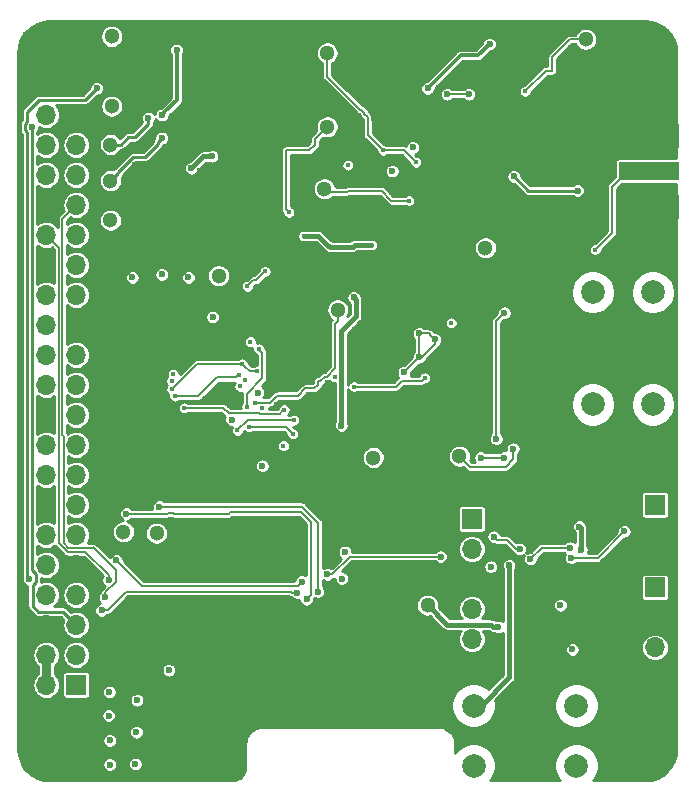
<source format=gbl>
G04 #@! TF.GenerationSoftware,KiCad,Pcbnew,(5.1.4)-1*
G04 #@! TF.CreationDate,2020-03-16T20:43:03+01:00*
G04 #@! TF.ProjectId,rf-receiver,72662d72-6563-4656-9976-65722e6b6963,Rev 2*
G04 #@! TF.SameCoordinates,Original*
G04 #@! TF.FileFunction,Copper,L4,Bot*
G04 #@! TF.FilePolarity,Positive*
%FSLAX46Y46*%
G04 Gerber Fmt 4.6, Leading zero omitted, Abs format (unit mm)*
G04 Created by KiCad (PCBNEW (5.1.4)-1) date 2020-03-16 20:43:03*
%MOMM*%
%LPD*%
G04 APERTURE LIST*
%ADD10C,1.300000*%
%ADD11C,6.400000*%
%ADD12R,5.080000X2.000000*%
%ADD13R,5.080000X1.500000*%
%ADD14C,2.000000*%
%ADD15O,1.700000X1.700000*%
%ADD16R,1.700000X1.700000*%
%ADD17C,0.600000*%
%ADD18C,0.450000*%
%ADD19C,0.200000*%
%ADD20C,0.400000*%
%ADD21C,0.800000*%
%ADD22C,0.150000*%
%ADD23C,0.350000*%
%ADD24C,0.250000*%
%ADD25C,0.254000*%
G04 APERTURE END LIST*
D10*
X83150000Y-68500000D03*
X83150000Y-71550000D03*
X123400000Y-59600000D03*
X109200000Y-94900000D03*
X97700000Y-79500000D03*
X92300000Y-79600000D03*
X83150000Y-74900000D03*
X83250000Y-65250000D03*
X83250000Y-59350000D03*
X110000000Y-107500000D03*
X105400000Y-95000000D03*
X112700000Y-94900000D03*
X89900000Y-101400000D03*
X87050000Y-101400000D03*
X101500000Y-60750000D03*
X101250000Y-72250000D03*
X102400000Y-82500000D03*
X114900000Y-77250000D03*
X111000000Y-77250000D03*
X101500000Y-67000000D03*
X84250000Y-101300000D03*
D11*
X79000000Y-119250000D03*
X128000000Y-119250000D03*
X128000000Y-61250000D03*
X79000000Y-61250000D03*
D12*
X128750000Y-67750000D03*
X128750000Y-73750000D03*
D13*
X128750000Y-70750000D03*
D14*
X122600000Y-121080000D03*
X122600000Y-116000000D03*
X129080000Y-90500000D03*
X124000000Y-90500000D03*
X129080000Y-81000000D03*
X124000000Y-81000000D03*
X113900000Y-121080000D03*
X113900000Y-116000000D03*
D15*
X129250000Y-101540000D03*
D16*
X129250000Y-99000000D03*
D15*
X113750000Y-110370000D03*
X113750000Y-107830000D03*
X113750000Y-105290000D03*
X113750000Y-102750000D03*
D16*
X113750000Y-100210000D03*
D15*
X77710000Y-65990000D03*
X80250000Y-65990000D03*
X77710000Y-68530000D03*
X80250000Y-68530000D03*
X77710000Y-71070000D03*
X80250000Y-71070000D03*
X77710000Y-73610000D03*
X80250000Y-73610000D03*
X77710000Y-76150000D03*
X80250000Y-76150000D03*
X77710000Y-78690000D03*
X80250000Y-78690000D03*
X77710000Y-81230000D03*
X80250000Y-81230000D03*
X77710000Y-83770000D03*
X80250000Y-83770000D03*
X77710000Y-86310000D03*
X80250000Y-86310000D03*
X77710000Y-88850000D03*
X80250000Y-88850000D03*
X77710000Y-91390000D03*
X80250000Y-91390000D03*
X77710000Y-93930000D03*
X80250000Y-93930000D03*
X77710000Y-96470000D03*
X80250000Y-96470000D03*
X77710000Y-99010000D03*
X80250000Y-99010000D03*
X77710000Y-101550000D03*
X80250000Y-101550000D03*
X77710000Y-104090000D03*
X80250000Y-104090000D03*
X77710000Y-106630000D03*
X80250000Y-106630000D03*
X77710000Y-109170000D03*
X80250000Y-109170000D03*
X77710000Y-111710000D03*
X80250000Y-111710000D03*
X77710000Y-114250000D03*
D16*
X80250000Y-114250000D03*
X129250000Y-106000000D03*
D15*
X129250000Y-108540000D03*
X129250000Y-111080000D03*
D17*
X91800000Y-83100000D03*
X96000000Y-95700000D03*
D18*
X98250000Y-74250000D03*
X105250000Y-77000000D03*
X99500000Y-76250000D03*
X108400010Y-73250000D03*
X94750000Y-80500000D03*
X96250000Y-79250000D03*
X109000000Y-70000000D03*
X106250000Y-69000000D03*
X103250000Y-70250000D03*
X95000000Y-85200000D03*
D17*
X103000000Y-115000000D03*
X87250000Y-72000000D03*
X85250000Y-72000000D03*
X85250000Y-70250000D03*
X85250000Y-67000000D03*
X85250000Y-65750000D03*
X85250000Y-64250000D03*
X85250000Y-61250000D03*
X85250000Y-59500000D03*
X87250000Y-59500000D03*
X90750000Y-59500000D03*
X93250000Y-59500000D03*
X96750000Y-59500000D03*
X98750000Y-59500000D03*
X98750000Y-61250000D03*
X98750000Y-67000000D03*
X98750000Y-65500000D03*
X98750000Y-64250000D03*
X98750000Y-71750000D03*
X98750000Y-70250000D03*
X96750000Y-72000000D03*
X93250000Y-72000000D03*
X90750000Y-72000000D03*
X113300000Y-75400000D03*
X112100000Y-75400000D03*
X110900000Y-75400000D03*
X107700000Y-75500000D03*
X106700000Y-75500000D03*
X105600000Y-75500000D03*
X104600000Y-75500000D03*
X104100000Y-74800000D03*
X104100000Y-73500000D03*
X104100000Y-71900000D03*
X104100000Y-68500000D03*
X104100000Y-66500000D03*
X104100000Y-62800000D03*
X104100000Y-61800000D03*
X104100000Y-60900000D03*
X104100000Y-59900000D03*
X104400000Y-59100000D03*
X105500000Y-59100000D03*
X106500000Y-59100000D03*
X107600000Y-59100000D03*
X110600000Y-59100000D03*
X111300000Y-59100000D03*
X112200000Y-59100000D03*
X113000000Y-59100000D03*
X113800000Y-59100000D03*
X105300000Y-80050000D03*
X106500000Y-79250000D03*
X107600000Y-79250000D03*
X110600000Y-79250000D03*
X111600000Y-79250000D03*
X112500000Y-79250000D03*
X113500000Y-79250000D03*
X116700000Y-79250000D03*
X117800000Y-79250000D03*
X118800000Y-79450000D03*
X118700000Y-84250000D03*
X118700000Y-85150000D03*
X118800000Y-85950000D03*
X118700000Y-87050000D03*
X118700000Y-90050000D03*
X118700000Y-90950000D03*
X118400000Y-91750000D03*
X117600000Y-91750000D03*
X116700000Y-91750000D03*
X110600000Y-91750000D03*
X111700000Y-91750000D03*
X112600000Y-91750000D03*
X113500000Y-91750000D03*
X90550000Y-98300000D03*
X91450000Y-98300000D03*
X92450000Y-98200000D03*
X93450000Y-98200000D03*
X97050000Y-98200000D03*
X98350000Y-98300000D03*
X99250000Y-98300000D03*
X100150000Y-98000000D03*
X100150000Y-96700000D03*
X100150000Y-95600000D03*
X100150000Y-94600000D03*
X100150000Y-91200000D03*
X100150000Y-89800000D03*
X100150000Y-88600000D03*
X93350000Y-82000000D03*
X92450000Y-82000000D03*
X91450000Y-82000000D03*
X90550000Y-82000000D03*
X87350000Y-81900000D03*
X86050000Y-81900000D03*
X84950000Y-82000000D03*
X83850000Y-82000000D03*
X83850000Y-83000000D03*
X83850000Y-84100000D03*
X83850000Y-85400000D03*
X83850000Y-89100000D03*
X83850000Y-90500000D03*
X83850000Y-91500000D03*
X83750000Y-95600000D03*
X83750000Y-97200000D03*
X83750000Y-98200000D03*
X84850000Y-98200000D03*
X86050000Y-98200000D03*
X87350000Y-98200000D03*
X107250000Y-91750000D03*
X105250000Y-91750000D03*
X105250000Y-90000000D03*
X105250000Y-87000000D03*
X105250000Y-85500000D03*
X105250000Y-84000000D03*
X105250000Y-81000000D03*
X105250000Y-79250000D03*
X96950000Y-82000000D03*
X98500000Y-82000000D03*
X99500000Y-82000000D03*
X100250000Y-82750000D03*
X100250000Y-84000000D03*
X100250000Y-85500000D03*
X117500000Y-84000000D03*
X117750000Y-85750000D03*
X117750000Y-81000000D03*
X117250000Y-80250000D03*
X106750000Y-102000000D03*
X108500000Y-101750000D03*
X86250000Y-78500000D03*
X92000000Y-78000000D03*
X92000000Y-76250000D03*
X92000000Y-74500000D03*
X105500000Y-61750000D03*
X107750000Y-61500000D03*
X109500000Y-59750000D03*
X110250000Y-60250000D03*
X90500000Y-67500000D03*
X93500000Y-58500000D03*
X91000000Y-58500000D03*
X84500000Y-93000000D03*
X85500000Y-90000000D03*
X105250000Y-82500000D03*
X76000000Y-59250000D03*
X75500000Y-61000000D03*
X75500000Y-62500000D03*
X75500000Y-64250000D03*
X75500000Y-66000000D03*
X75500000Y-68000000D03*
X75500000Y-70000000D03*
X75500000Y-72250000D03*
X75500000Y-74250000D03*
X75500000Y-76250000D03*
X75500000Y-78500000D03*
X75500000Y-80750000D03*
X75500000Y-83000000D03*
X75500000Y-85250000D03*
X75500000Y-87500000D03*
X75500000Y-89750000D03*
X75500000Y-92250000D03*
X75500000Y-94750000D03*
X75500000Y-97000000D03*
X75500000Y-99000000D03*
X75500000Y-101250000D03*
X75500000Y-103500000D03*
X75500000Y-105750000D03*
X75500000Y-107750000D03*
X75500000Y-109500000D03*
X75500000Y-111500000D03*
X75500000Y-113500000D03*
X75500000Y-115500000D03*
X97500000Y-68750000D03*
X95450000Y-69000000D03*
X95200000Y-71350000D03*
X93600000Y-68900000D03*
X93000000Y-70000000D03*
X91500000Y-68750000D03*
X90750000Y-70750000D03*
X89000000Y-70750000D03*
X87000000Y-70750000D03*
X86500000Y-65000000D03*
X87500000Y-64750000D03*
X89500000Y-69500000D03*
X105500000Y-70000000D03*
X105500000Y-71750000D03*
X105500000Y-73250000D03*
X106500000Y-74000000D03*
X108750000Y-74000000D03*
X111000000Y-74000000D03*
X108750000Y-72250000D03*
X108000000Y-70750000D03*
X107000000Y-72500000D03*
X106500000Y-70000000D03*
X117300000Y-75400000D03*
X118700000Y-75400000D03*
X114000000Y-66500000D03*
X113700000Y-74100000D03*
X113500000Y-72000000D03*
X112000000Y-72900000D03*
X111750000Y-60000000D03*
X113250000Y-60000000D03*
X111250000Y-66500000D03*
X105500000Y-66250000D03*
X88750000Y-81750000D03*
X116750000Y-87750000D03*
X117750000Y-87750000D03*
X107250000Y-90500000D03*
X106250000Y-89750000D03*
X106250000Y-88250000D03*
X107250000Y-88250000D03*
X106500000Y-87000000D03*
X106500000Y-86000000D03*
X106500000Y-85250000D03*
X106500000Y-84250000D03*
X106500000Y-83250000D03*
X106500000Y-80750000D03*
X106500000Y-82000000D03*
X107500000Y-83250000D03*
X107500000Y-82000000D03*
X107500000Y-80500000D03*
X115500000Y-79750000D03*
X114500000Y-79000000D03*
X88250000Y-94500000D03*
X88250000Y-95500000D03*
X88150000Y-96800000D03*
X86000000Y-84400000D03*
X84950000Y-84400000D03*
X84000000Y-87250000D03*
X85950000Y-95600000D03*
X85250000Y-95600000D03*
X118730000Y-80575000D03*
X104750000Y-101750000D03*
X106750000Y-104000000D03*
X104563927Y-64786094D03*
X97500000Y-64500000D03*
X96500000Y-64500000D03*
X95250000Y-64500000D03*
X92000000Y-59500000D03*
X92000000Y-72000000D03*
X88250000Y-100250000D03*
X87850000Y-102800000D03*
X82500000Y-100500000D03*
X103250000Y-99750000D03*
X101500000Y-95000000D03*
X101500000Y-97500000D03*
X111100000Y-95700000D03*
X107400000Y-95700000D03*
X108750000Y-97750000D03*
X110250000Y-99000000D03*
X111000000Y-94300000D03*
X115000000Y-82750000D03*
X114000000Y-84500000D03*
X114000000Y-85750000D03*
X118750000Y-82500000D03*
X117750000Y-82750000D03*
X114500000Y-80250000D03*
X114000000Y-88000000D03*
X114250000Y-90750000D03*
X114750000Y-92000000D03*
X114250000Y-93250000D03*
X109500000Y-91250000D03*
X110500000Y-87500000D03*
D18*
X110750000Y-86250000D03*
D17*
X108500000Y-64750000D03*
X111000000Y-63750000D03*
X92750000Y-60500000D03*
X91500000Y-60500000D03*
X96000000Y-63250000D03*
X95000000Y-60000000D03*
X92000000Y-64750000D03*
X88000000Y-69000000D03*
X85500000Y-68750000D03*
X100500000Y-114500000D03*
X100000000Y-116000000D03*
X101500000Y-116750000D03*
X103750000Y-116750000D03*
X105750000Y-116750000D03*
X105750000Y-115250000D03*
X105250000Y-113750000D03*
X105500000Y-111750000D03*
X94050000Y-107600000D03*
X94000000Y-109700000D03*
X98300000Y-107500000D03*
X98300000Y-109350000D03*
X120950000Y-92700000D03*
X119550000Y-94200000D03*
X93900000Y-118550000D03*
X93200000Y-119950000D03*
X90750000Y-121100000D03*
X88200000Y-121050000D03*
X87950000Y-118600000D03*
X87950000Y-115900000D03*
X89900000Y-115300000D03*
X91750000Y-113200000D03*
X91750000Y-110500000D03*
X88100000Y-110100000D03*
X85700000Y-110500000D03*
X89500000Y-113650000D03*
X94250000Y-111750000D03*
X75850000Y-116900000D03*
X130750000Y-114500000D03*
X130750000Y-115700000D03*
X130850000Y-117100000D03*
X126050000Y-122250000D03*
X124400000Y-118500000D03*
X124900000Y-116950000D03*
X126000000Y-115950000D03*
X127600000Y-115350000D03*
X129650000Y-115550000D03*
X129200000Y-113950000D03*
X128000000Y-113350000D03*
X126400000Y-112950000D03*
X126550000Y-114450000D03*
X124650000Y-115200000D03*
X125050000Y-113700000D03*
X124450000Y-112850000D03*
X121850000Y-112400000D03*
X120750000Y-113500000D03*
X119400000Y-113700000D03*
X118300000Y-112400000D03*
X120400000Y-112450000D03*
X117750000Y-110850000D03*
X119450000Y-110850000D03*
X121350000Y-110700000D03*
X122550000Y-109850000D03*
X120350000Y-109750000D03*
X118450000Y-109800000D03*
X127350000Y-106950000D03*
X127350000Y-108500000D03*
X127350000Y-110350000D03*
X130750000Y-103800000D03*
X129450000Y-103750000D03*
X127700000Y-103750000D03*
X127150000Y-104800000D03*
X127000000Y-100250000D03*
X127000000Y-102600000D03*
X125750000Y-103650000D03*
X122250000Y-108250000D03*
X118750000Y-108400000D03*
X118100000Y-97750000D03*
X117950000Y-99200000D03*
X117950000Y-101150000D03*
X121650000Y-98700000D03*
X121750000Y-100100000D03*
X127050000Y-97000000D03*
X126850000Y-98450000D03*
X105450000Y-96550000D03*
X107250000Y-97800000D03*
X103500000Y-94650000D03*
X102250000Y-96500000D03*
X103950000Y-97950000D03*
X103200000Y-101300000D03*
X82700000Y-102000000D03*
X82450000Y-94400000D03*
X82350000Y-96150000D03*
X82450000Y-97700000D03*
X82400000Y-92700000D03*
X82400000Y-90950000D03*
X82450000Y-88700000D03*
X82400000Y-86300000D03*
X82450000Y-83800000D03*
X82400000Y-81500000D03*
X82550000Y-80400000D03*
X83950000Y-78100000D03*
X82350000Y-78050000D03*
X82300000Y-76500000D03*
X83800000Y-76450000D03*
X84050000Y-67100000D03*
X82200000Y-67000000D03*
X80950000Y-58200000D03*
X83900000Y-61050000D03*
X84350000Y-58200000D03*
X86000000Y-58200000D03*
X88700000Y-58250000D03*
X95050000Y-58300000D03*
X97150000Y-58300000D03*
X99650000Y-58300000D03*
X100000000Y-59650000D03*
X100050000Y-61300000D03*
X100000000Y-62700000D03*
X100000000Y-64850000D03*
X100000000Y-67050000D03*
X100600000Y-69350000D03*
X102750000Y-68950000D03*
X102800000Y-66200000D03*
X101700000Y-68250000D03*
X102950000Y-62900000D03*
X102950000Y-60900000D03*
X102900000Y-59000000D03*
X130450000Y-87950000D03*
X127600000Y-88000000D03*
X122950000Y-88000000D03*
X122300000Y-84950000D03*
X120300000Y-83600000D03*
X120150000Y-81500000D03*
X120050000Y-79050000D03*
X122550000Y-78900000D03*
X124950000Y-78300000D03*
X130550000Y-78350000D03*
X121000000Y-78000000D03*
X117750000Y-76900000D03*
X112600000Y-77000000D03*
X109250000Y-77000000D03*
X107850000Y-77500000D03*
X104700000Y-77800000D03*
X106350000Y-77650000D03*
X103550000Y-78750000D03*
X103550000Y-80150000D03*
X101600000Y-84600000D03*
X102500000Y-80850000D03*
X103850000Y-84200000D03*
X103500000Y-85350000D03*
X103450000Y-86800000D03*
X101600000Y-86700000D03*
X101550000Y-88700000D03*
X101550000Y-90200000D03*
X101600000Y-91550000D03*
X122150000Y-58700000D03*
X124750000Y-58750000D03*
X124500000Y-60500000D03*
X122100000Y-60300000D03*
X124400000Y-62600000D03*
X126600000Y-64650000D03*
X130650000Y-64650000D03*
X128550000Y-64800000D03*
X86250000Y-75400000D03*
X122750000Y-92450000D03*
X124450000Y-92600000D03*
X127400000Y-92450000D03*
X114000000Y-97950000D03*
X112000000Y-98000000D03*
X111000000Y-100400000D03*
X110950000Y-102050000D03*
X111150000Y-104400000D03*
X126250000Y-83250000D03*
X124350000Y-83300000D03*
X121900000Y-82200000D03*
X121900000Y-80200000D03*
X109200000Y-93300000D03*
X116600000Y-96500000D03*
X90700000Y-91600000D03*
X102009123Y-76528377D03*
X93231052Y-90515029D03*
X88700000Y-83300000D03*
X88700000Y-84700000D03*
X88900000Y-86500000D03*
X90500000Y-83100000D03*
X90600000Y-84600000D03*
X91400000Y-85600000D03*
X93200000Y-85500000D03*
X92400000Y-84100000D03*
X93600000Y-83100000D03*
X94000000Y-84700000D03*
X95000000Y-84100000D03*
X95000000Y-83000000D03*
X97200000Y-83100000D03*
X98800000Y-83100000D03*
X98800000Y-84500000D03*
X98400000Y-85700000D03*
X96700000Y-85700000D03*
X97100000Y-84500000D03*
X97800000Y-88000000D03*
X98800000Y-95100000D03*
X98700000Y-96600000D03*
X96700000Y-96800000D03*
X95000000Y-97000000D03*
X92400000Y-93700000D03*
X92400000Y-92400000D03*
X90700000Y-92500000D03*
X90700000Y-93700000D03*
X90100000Y-94900000D03*
X90200000Y-96500000D03*
X92400000Y-96600000D03*
X88700000Y-91100000D03*
X88700000Y-92500000D03*
X120000000Y-73000000D03*
X120000000Y-68500000D03*
X124500000Y-63900000D03*
X123000000Y-68400000D03*
X122250000Y-73000000D03*
X122750000Y-77500000D03*
X126750000Y-75750000D03*
X129000000Y-75750000D03*
X129750000Y-77000000D03*
X119800000Y-64600000D03*
X123200000Y-61600000D03*
X115600000Y-71200000D03*
X87710551Y-66726357D03*
X83600000Y-70050000D03*
X83200000Y-73250000D03*
X88400000Y-73100000D03*
X90200000Y-73200000D03*
X93850000Y-73300000D03*
X95800000Y-73350000D03*
X99100000Y-74000000D03*
X88550000Y-79900000D03*
X86250000Y-80100000D03*
X98537500Y-89199981D03*
X97238907Y-90538907D03*
X99100000Y-101700000D03*
X97750000Y-101700000D03*
X96850000Y-103100000D03*
X97550000Y-104650000D03*
X99000000Y-104700000D03*
X102000000Y-104000000D03*
X101850000Y-101900000D03*
X91700000Y-100550000D03*
X90750000Y-103400000D03*
X87000000Y-104000000D03*
X94550000Y-101100000D03*
X95250000Y-104900000D03*
X96700000Y-100600000D03*
X101600000Y-99700000D03*
D18*
X95396472Y-90343421D03*
X89400000Y-90800000D03*
X97849656Y-90950344D03*
D17*
X88100000Y-113000000D03*
X87500000Y-79499978D03*
X84999996Y-79750000D03*
X89750000Y-79750000D03*
X103000022Y-103000000D03*
X102750000Y-105250000D03*
X83050000Y-114850000D03*
X85350000Y-118250000D03*
X83000000Y-116850000D03*
X83100000Y-118950000D03*
X83100000Y-121000000D03*
X85250000Y-120950000D03*
X85400000Y-115550000D03*
X121250000Y-107500000D03*
X87299998Y-99150000D03*
X100708383Y-106358374D03*
D18*
X94000000Y-88000000D03*
X88600000Y-89800000D03*
D17*
X122250000Y-111250000D03*
X84500000Y-99750000D03*
X99750000Y-107000000D03*
X113500000Y-64250000D03*
X111654970Y-64250000D03*
D18*
X109750000Y-88250000D03*
X103750000Y-89000000D03*
X88343119Y-89220919D03*
X95524990Y-87700000D03*
X94297609Y-87074564D03*
D17*
X117250000Y-94250000D03*
D18*
X88450000Y-87950000D03*
X94524998Y-88475002D03*
X88332328Y-88538361D03*
X112000000Y-83600000D03*
X102124990Y-88179950D03*
X94102601Y-88974990D03*
X118250000Y-64000000D03*
D17*
X110000000Y-63750000D03*
X115250000Y-60000000D03*
X107000000Y-70750000D03*
X108750000Y-68750000D03*
X116000000Y-109350000D03*
X123000000Y-102800000D03*
X122850000Y-100850000D03*
X102700000Y-92300000D03*
X93400000Y-91800000D03*
X103750000Y-81450000D03*
X95627607Y-89498773D03*
X109287500Y-86500000D03*
X109287500Y-84500000D03*
X116500000Y-95000000D03*
X114500000Y-95000000D03*
X108000000Y-87775024D03*
X110623920Y-85007531D03*
X116500000Y-82750000D03*
X115800010Y-93424132D03*
D18*
X94864119Y-92414988D03*
X98583517Y-92996704D03*
X94700000Y-90700000D03*
X95700000Y-85800000D03*
D17*
X126650000Y-101250000D03*
X122150000Y-103500000D03*
X111100000Y-103400000D03*
X115600000Y-101700000D03*
X117800000Y-102750000D03*
X76500000Y-67000000D03*
X83650000Y-103700000D03*
X99350000Y-105500000D03*
X101500000Y-104900000D03*
X76250000Y-105250000D03*
X122050000Y-102650000D03*
X118700000Y-103600000D03*
X115350000Y-104250000D03*
X81993406Y-63743406D03*
X98950000Y-106450000D03*
X82400000Y-107950000D03*
X90000000Y-70500000D03*
X91750000Y-69500000D03*
X88750000Y-60500000D03*
X87509351Y-66003836D03*
X116900000Y-104125010D03*
X82700000Y-106850000D03*
X82997378Y-105385881D03*
D18*
X124200000Y-77400000D03*
D17*
X117300000Y-71200000D03*
X122700000Y-72400000D03*
D18*
X93901387Y-92705968D03*
X98680376Y-91837570D03*
X97800000Y-94000000D03*
X96004935Y-90818431D03*
D17*
X87500000Y-67950000D03*
X86350000Y-66250000D03*
D19*
X98000000Y-74000000D02*
X98250000Y-74250000D01*
X98000000Y-69000000D02*
X98000000Y-74000000D01*
X100000000Y-69000000D02*
X98000000Y-69000000D01*
X100500001Y-68499999D02*
X100000000Y-69000000D01*
X101500000Y-67000000D02*
X100500001Y-67999999D01*
X100500001Y-67999999D02*
X100500001Y-68499999D01*
D20*
X103837998Y-77000000D02*
X103659620Y-77178378D01*
X105250000Y-77000000D02*
X103837998Y-77000000D01*
X103659620Y-77178378D02*
X101697122Y-77178378D01*
X100750000Y-76250000D02*
X99500000Y-76250000D01*
X101697122Y-77178378D02*
X101518744Y-77000000D01*
X101518744Y-77000000D02*
X101500000Y-77000000D01*
X101500000Y-77000000D02*
X100750000Y-76250000D01*
D19*
X101750000Y-72500000D02*
X101500000Y-72250000D01*
X103174264Y-72500000D02*
X101750000Y-72500000D01*
X103224265Y-72449999D02*
X103174264Y-72500000D01*
X106135997Y-72449999D02*
X103224265Y-72449999D01*
X108400010Y-73250000D02*
X106935998Y-73250000D01*
X106935998Y-73250000D02*
X106135997Y-72449999D01*
X94750000Y-80500000D02*
X95250000Y-80000000D01*
X95250000Y-80000000D02*
X95500000Y-80000000D01*
X95500000Y-80000000D02*
X96250000Y-79250000D01*
X109000000Y-70000000D02*
X108000000Y-69000000D01*
X106674264Y-69000000D02*
X106250000Y-69000000D01*
X108000000Y-69000000D02*
X106674264Y-69000000D01*
X101500000Y-62750000D02*
X101500000Y-60750000D01*
X104299999Y-65549999D02*
X101500000Y-62750000D01*
X104364001Y-65549999D02*
X104299999Y-65549999D01*
X104650001Y-65835999D02*
X104364001Y-65549999D01*
X104650001Y-65900001D02*
X104650001Y-65835999D01*
X106250000Y-69000000D02*
X104949999Y-67699999D01*
X104949999Y-67699999D02*
X104949999Y-66199999D01*
X104949999Y-66199999D02*
X104650001Y-65900001D01*
X120000000Y-74462500D02*
X120000000Y-73000000D01*
X120000000Y-69962500D02*
X120000000Y-68500000D01*
X120000000Y-65462500D02*
X120000000Y-64800000D01*
X120000000Y-64800000D02*
X119800000Y-64600000D01*
X122000000Y-61725000D02*
X122675000Y-61725000D01*
X122675000Y-61725000D02*
X122800000Y-61600000D01*
X102400000Y-83419238D02*
X102150000Y-83669238D01*
X102400000Y-82500000D02*
X102400000Y-83419238D01*
X102150000Y-83669238D02*
X102150000Y-85000000D01*
X102150000Y-85000000D02*
X102200000Y-85050000D01*
X102200000Y-85050000D02*
X102200000Y-87400000D01*
X101285999Y-88149999D02*
X100900000Y-88535998D01*
X102200000Y-87400000D02*
X101450001Y-88149999D01*
X101450001Y-88149999D02*
X101285999Y-88149999D01*
X100414001Y-89150001D02*
X99649999Y-89150001D01*
X100700001Y-88864001D02*
X100414001Y-89150001D01*
X100900000Y-88535998D02*
X100700001Y-88535998D01*
X100700001Y-88535998D02*
X100700001Y-88864001D01*
X99050009Y-89749991D02*
X97249991Y-89749991D01*
X99649999Y-89150001D02*
X99050009Y-89749991D01*
X96656561Y-90343421D02*
X95396472Y-90343421D01*
X97249991Y-89749991D02*
X96656561Y-90343421D01*
X95731987Y-91248485D02*
X95776934Y-91293432D01*
X89400000Y-90800000D02*
X92702021Y-90800000D01*
X97624657Y-91175343D02*
X97849656Y-90950344D01*
X92702021Y-90800000D02*
X93150506Y-91248485D01*
X93150506Y-91248485D02*
X95731987Y-91248485D01*
X97506568Y-91293432D02*
X97624657Y-91175343D01*
X95776934Y-91293432D02*
X97506568Y-91293432D01*
D21*
X77710000Y-114250000D02*
X77710000Y-111710000D01*
D19*
X100708383Y-100513393D02*
X100708383Y-105934110D01*
X99344990Y-99150000D02*
X100708383Y-100513393D01*
X87299998Y-99150000D02*
X99344990Y-99150000D01*
X100708383Y-105934110D02*
X100708383Y-106358374D01*
X93775001Y-88224999D02*
X92175001Y-88224999D01*
X94000000Y-88000000D02*
X93775001Y-88224999D01*
X92175001Y-88224999D02*
X90600000Y-89800000D01*
X90600000Y-89800000D02*
X88600000Y-89800000D01*
X100100000Y-106650000D02*
X99750000Y-107000000D01*
X100100000Y-100450000D02*
X100100000Y-106650000D01*
X87935998Y-99750000D02*
X87985999Y-99699999D01*
X99300000Y-99650000D02*
X100100000Y-100450000D01*
X93250000Y-99650000D02*
X99300000Y-99650000D01*
X88564002Y-99750000D02*
X93150000Y-99750000D01*
X93150000Y-99750000D02*
X93250000Y-99650000D01*
X84500000Y-99750000D02*
X87935998Y-99750000D01*
X87985999Y-99699999D02*
X88514001Y-99699999D01*
X88514001Y-99699999D02*
X88564002Y-99750000D01*
X113500000Y-64250000D02*
X112000000Y-64250000D01*
X112000000Y-64250000D02*
X111654970Y-64250000D01*
X109750000Y-88250000D02*
X109500000Y-88500000D01*
X107814002Y-88500000D02*
X107314002Y-89000000D01*
X109500000Y-88500000D02*
X107814002Y-88500000D01*
X107314002Y-89000000D02*
X103750000Y-89000000D01*
X88343119Y-89220919D02*
X90489474Y-87074564D01*
X93979411Y-87074564D02*
X94297609Y-87074564D01*
X94522608Y-87299563D02*
X94297609Y-87074564D01*
X90489474Y-87074564D02*
X93979411Y-87074564D01*
X94923045Y-87700000D02*
X94522608Y-87299563D01*
X95524990Y-87700000D02*
X94923045Y-87700000D01*
X113600000Y-95800000D02*
X112700000Y-94900000D01*
X116600000Y-95800000D02*
X113600000Y-95800000D01*
X117250000Y-94250000D02*
X117250000Y-95150000D01*
X117250000Y-95150000D02*
X116600000Y-95800000D01*
X120000000Y-62250000D02*
X118250000Y-64000000D01*
D22*
X120550000Y-61072998D02*
X120550000Y-62250000D01*
X122022998Y-59600000D02*
X120550000Y-61072998D01*
X123400000Y-59600000D02*
X122022998Y-59600000D01*
D19*
X120550000Y-62250000D02*
X120000000Y-62250000D01*
D23*
X114287500Y-60962500D02*
X115250000Y-60000000D01*
X110000000Y-63750000D02*
X112787500Y-60962500D01*
X112787500Y-60962500D02*
X114287500Y-60962500D01*
D20*
X115375736Y-109150000D02*
X115575736Y-109350000D01*
X110000000Y-107500000D02*
X111650000Y-109150000D01*
X111650000Y-109150000D02*
X115375736Y-109150000D01*
X115575736Y-109350000D02*
X116000000Y-109350000D01*
X123000000Y-102800000D02*
X123000000Y-101000000D01*
X123000000Y-101000000D02*
X122850000Y-100850000D01*
X103950000Y-81650000D02*
X103750000Y-81450000D01*
X103950000Y-83050000D02*
X103950000Y-81650000D01*
X102700000Y-92300000D02*
X102700000Y-84300000D01*
X102700000Y-84300000D02*
X103950000Y-83050000D01*
D19*
X109287500Y-84500000D02*
X109287500Y-86500000D01*
X109287500Y-84500000D02*
X110116389Y-84500000D01*
X110116389Y-84500000D02*
X110323921Y-84707532D01*
X110323921Y-84707532D02*
X110623920Y-85007531D01*
X116500000Y-95000000D02*
X114500000Y-95000000D01*
X108012476Y-87775024D02*
X109287500Y-86500000D01*
X108000000Y-87775024D02*
X108012476Y-87775024D01*
X110623920Y-85376080D02*
X110623920Y-85007531D01*
X109287500Y-86500000D02*
X109500000Y-86500000D01*
X109500000Y-86500000D02*
X110623920Y-85376080D01*
X115800010Y-83449990D02*
X115800010Y-92999868D01*
X116500000Y-82750000D02*
X115800010Y-83449990D01*
X115800010Y-92999868D02*
X115800010Y-93424132D01*
X98001801Y-92414988D02*
X98358518Y-92771705D01*
X98358518Y-92771705D02*
X98583517Y-92996704D01*
X94864119Y-92414988D02*
X98001801Y-92414988D01*
X94700000Y-89600000D02*
X96000000Y-88300000D01*
X95924999Y-86024999D02*
X95700000Y-85800000D01*
X94700000Y-90700000D02*
X94700000Y-89600000D01*
X96000000Y-88300000D02*
X96000000Y-86100000D01*
X96000000Y-86100000D02*
X95924999Y-86024999D01*
X126650000Y-101250000D02*
X124400000Y-103500000D01*
X124400000Y-103500000D02*
X122150000Y-103500000D01*
D22*
X115899999Y-101999999D02*
X116749999Y-101999999D01*
X115600000Y-101700000D02*
X115899999Y-101999999D01*
X116749999Y-101999999D02*
X117500000Y-102750000D01*
X117500000Y-102750000D02*
X117800000Y-102750000D01*
D24*
X77044999Y-108044999D02*
X76575001Y-107575001D01*
X79124999Y-108044999D02*
X77044999Y-108044999D01*
X76575001Y-107575001D02*
X76575001Y-105776001D01*
X76575001Y-105776001D02*
X76825029Y-105525973D01*
X76500000Y-104545002D02*
X76500000Y-67424264D01*
X76500000Y-67424264D02*
X76500000Y-67000000D01*
X76825029Y-104870031D02*
X76500000Y-104545002D01*
X80250000Y-109170000D02*
X79124999Y-108044999D01*
X76825029Y-105525973D02*
X76825029Y-104870031D01*
D22*
X99350000Y-105500000D02*
X99000000Y-105850000D01*
X85800000Y-105850000D02*
X83650000Y-103700000D01*
X99000000Y-105850000D02*
X85800000Y-105850000D01*
X101924264Y-104900000D02*
X101500000Y-104900000D01*
X103424264Y-103400000D02*
X101924264Y-104900000D01*
X111100000Y-103400000D02*
X103424264Y-103400000D01*
D19*
X122050000Y-102650000D02*
X119650000Y-102650000D01*
X119650000Y-102650000D02*
X118700000Y-103600000D01*
D24*
X75924999Y-67276001D02*
X75924999Y-66723999D01*
X76250000Y-105250000D02*
X76075001Y-105075001D01*
X76075001Y-65723999D02*
X77073999Y-64725001D01*
X81011811Y-64725001D02*
X81693407Y-64043405D01*
X81693407Y-64043405D02*
X81993406Y-63743406D01*
X77073999Y-64725001D02*
X81011811Y-64725001D01*
X75924999Y-66723999D02*
X76075001Y-66573997D01*
X76075001Y-67426003D02*
X75924999Y-67276001D01*
X76075001Y-105075001D02*
X76075001Y-67426003D01*
X76075001Y-66573997D02*
X76075001Y-65723999D01*
D22*
X98525736Y-106450000D02*
X98425736Y-106350000D01*
X98950000Y-106450000D02*
X98525736Y-106450000D01*
X98425736Y-106350000D02*
X85450000Y-106350000D01*
X85450000Y-106350000D02*
X84500000Y-106350000D01*
X84500000Y-106350000D02*
X82900000Y-107950000D01*
X82900000Y-107950000D02*
X82400000Y-107950000D01*
D20*
X90000000Y-70500000D02*
X91000000Y-69500000D01*
X91000000Y-69500000D02*
X91750000Y-69500000D01*
D23*
X88750000Y-64763187D02*
X87809350Y-65703837D01*
X87809350Y-65703837D02*
X87509351Y-66003836D01*
X88750000Y-60500000D02*
X88750000Y-64763187D01*
D20*
X116900000Y-104549274D02*
X116900000Y-104125010D01*
X114500000Y-116000000D02*
X116900000Y-113600000D01*
X116900000Y-113600000D02*
X116900000Y-104549274D01*
D22*
X82700000Y-106425736D02*
X83600000Y-105525736D01*
X82700000Y-106850000D02*
X82700000Y-106425736D01*
X83600000Y-105525736D02*
X83600000Y-104550000D01*
X83600000Y-104550000D02*
X81650000Y-102600000D01*
X81624999Y-102625001D02*
X79575001Y-102625001D01*
X81650000Y-102600000D02*
X81624999Y-102625001D01*
X79174999Y-102224999D02*
X79174999Y-93175001D01*
X79575001Y-102625001D02*
X79174999Y-102224999D01*
X79400001Y-74459999D02*
X80250000Y-73610000D01*
X79085012Y-74774988D02*
X79400001Y-74459999D01*
X79085012Y-93085013D02*
X79085012Y-74774988D01*
X79174999Y-93175001D02*
X79085012Y-93085013D01*
X81035770Y-103000009D02*
X82997378Y-104961617D01*
X82997378Y-104961617D02*
X82997378Y-105385881D01*
X79525730Y-103000009D02*
X81035770Y-103000009D01*
X78785001Y-77225001D02*
X78785001Y-102259280D01*
X77710000Y-76150000D02*
X78785001Y-77225001D01*
X78785001Y-102259280D02*
X79525730Y-103000009D01*
D19*
X125600000Y-72110000D02*
X125600000Y-76000000D01*
X125600000Y-76000000D02*
X124200000Y-77400000D01*
X126960000Y-70750000D02*
X128750000Y-70750000D01*
X125600000Y-72110000D02*
X126960000Y-70750000D01*
D24*
X118500000Y-72400000D02*
X117300000Y-71200000D01*
X122700000Y-72400000D02*
X118500000Y-72400000D01*
D19*
X93901387Y-92705968D02*
X94769785Y-91837570D01*
X94769785Y-91837570D02*
X98362178Y-91837570D01*
X98362178Y-91837570D02*
X98680376Y-91837570D01*
D24*
X87200001Y-68249999D02*
X87200001Y-68449999D01*
X87500000Y-67950000D02*
X87200001Y-68249999D01*
X87200001Y-68449999D02*
X86100000Y-69550000D01*
X83799999Y-70900001D02*
X83150000Y-71550000D01*
X83799999Y-70848999D02*
X83799999Y-70900001D01*
X85098998Y-69550000D02*
X83799999Y-70848999D01*
X86100000Y-69550000D02*
X85098998Y-69550000D01*
X84069238Y-68500000D02*
X84669238Y-67900000D01*
X83150000Y-68500000D02*
X84069238Y-68500000D01*
X86350000Y-66751002D02*
X86350000Y-66250000D01*
X85201002Y-67900000D02*
X86350000Y-66751002D01*
X84669238Y-67900000D02*
X85201002Y-67900000D01*
D25*
G36*
X128959124Y-58128729D02*
G01*
X129448860Y-58276587D01*
X129900547Y-58516754D01*
X130296983Y-58840080D01*
X130623065Y-59234245D01*
X130866380Y-59684248D01*
X131017655Y-60172937D01*
X131072996Y-60699468D01*
X131073000Y-60700740D01*
X131073000Y-69671418D01*
X126210000Y-69671418D01*
X126145897Y-69677732D01*
X126084257Y-69696430D01*
X126027450Y-69726794D01*
X125977657Y-69767657D01*
X125936794Y-69817450D01*
X125906430Y-69874257D01*
X125887732Y-69935897D01*
X125881418Y-70000000D01*
X125881418Y-71224714D01*
X125312900Y-71793232D01*
X125296605Y-71806605D01*
X125283233Y-71822899D01*
X125283232Y-71822900D01*
X125243245Y-71871624D01*
X125231689Y-71893245D01*
X125203595Y-71945805D01*
X125179178Y-72026294D01*
X125173000Y-72089023D01*
X125173000Y-72089033D01*
X125170935Y-72110000D01*
X125173000Y-72130967D01*
X125173001Y-75823130D01*
X124148132Y-76848000D01*
X124145633Y-76848000D01*
X124038988Y-76869213D01*
X123938530Y-76910824D01*
X123848120Y-76971234D01*
X123771234Y-77048120D01*
X123710824Y-77138530D01*
X123669213Y-77238988D01*
X123648000Y-77345633D01*
X123648000Y-77454367D01*
X123669213Y-77561012D01*
X123710824Y-77661470D01*
X123771234Y-77751880D01*
X123848120Y-77828766D01*
X123938530Y-77889176D01*
X124038988Y-77930787D01*
X124145633Y-77952000D01*
X124254367Y-77952000D01*
X124361012Y-77930787D01*
X124461470Y-77889176D01*
X124551880Y-77828766D01*
X124628766Y-77751880D01*
X124689176Y-77661470D01*
X124730787Y-77561012D01*
X124752000Y-77454367D01*
X124752000Y-77451868D01*
X125887105Y-76316764D01*
X125903395Y-76303395D01*
X125916764Y-76287105D01*
X125916768Y-76287101D01*
X125956755Y-76238377D01*
X125996404Y-76164197D01*
X125996405Y-76164196D01*
X126020822Y-76083707D01*
X126027000Y-76020978D01*
X126027000Y-76020967D01*
X126029065Y-76000000D01*
X126027000Y-75979033D01*
X126027000Y-72286868D01*
X126485286Y-71828582D01*
X131073000Y-71828582D01*
X131073001Y-119681548D01*
X131021271Y-120209124D01*
X130873411Y-120698862D01*
X130633248Y-121150544D01*
X130309920Y-121546983D01*
X129915755Y-121873065D01*
X129465752Y-122116380D01*
X128977065Y-122267655D01*
X128450532Y-122322996D01*
X128449260Y-122323000D01*
X124011479Y-122323000D01*
X124057961Y-122276518D01*
X124263376Y-121969093D01*
X124404868Y-121627501D01*
X124477000Y-121264868D01*
X124477000Y-120895132D01*
X124404868Y-120532499D01*
X124263376Y-120190907D01*
X124057961Y-119883482D01*
X123796518Y-119622039D01*
X123489093Y-119416624D01*
X123147501Y-119275132D01*
X122784868Y-119203000D01*
X122415132Y-119203000D01*
X122052499Y-119275132D01*
X121710907Y-119416624D01*
X121403482Y-119622039D01*
X121142039Y-119883482D01*
X120936624Y-120190907D01*
X120795132Y-120532499D01*
X120723000Y-120895132D01*
X120723000Y-121264868D01*
X120795132Y-121627501D01*
X120936624Y-121969093D01*
X121142039Y-122276518D01*
X121188521Y-122323000D01*
X115311479Y-122323000D01*
X115357961Y-122276518D01*
X115563376Y-121969093D01*
X115704868Y-121627501D01*
X115777000Y-121264868D01*
X115777000Y-120895132D01*
X115704868Y-120532499D01*
X115563376Y-120190907D01*
X115357961Y-119883482D01*
X115096518Y-119622039D01*
X114789093Y-119416624D01*
X114447501Y-119275132D01*
X114084868Y-119203000D01*
X113715132Y-119203000D01*
X113352499Y-119275132D01*
X113010907Y-119416624D01*
X112703482Y-119622039D01*
X112442039Y-119883482D01*
X112327000Y-120055650D01*
X112327000Y-119181481D01*
X112325381Y-119165041D01*
X112325424Y-119158849D01*
X112324911Y-119153610D01*
X112304510Y-118959514D01*
X112297634Y-118926017D01*
X112291236Y-118892480D01*
X112289715Y-118887440D01*
X112232003Y-118701002D01*
X112218761Y-118669500D01*
X112205962Y-118637822D01*
X112203491Y-118633174D01*
X112110666Y-118461497D01*
X112091570Y-118433186D01*
X112072848Y-118404577D01*
X112069521Y-118400497D01*
X111945117Y-118250120D01*
X111920883Y-118226055D01*
X111896965Y-118201631D01*
X111892909Y-118198275D01*
X111741667Y-118074925D01*
X111713200Y-118056011D01*
X111685013Y-118036712D01*
X111680383Y-118034208D01*
X111508060Y-117942583D01*
X111476533Y-117929589D01*
X111445064Y-117916101D01*
X111440035Y-117914545D01*
X111253199Y-117858135D01*
X111219640Y-117851490D01*
X111186258Y-117844395D01*
X111181023Y-117843844D01*
X110986789Y-117824799D01*
X110986785Y-117824799D01*
X110968519Y-117823000D01*
X95931481Y-117823000D01*
X95915041Y-117824619D01*
X95908849Y-117824576D01*
X95903610Y-117825089D01*
X95709514Y-117845490D01*
X95676017Y-117852366D01*
X95642480Y-117858764D01*
X95637442Y-117860284D01*
X95637436Y-117860286D01*
X95451002Y-117917997D01*
X95419500Y-117931239D01*
X95387822Y-117944038D01*
X95383174Y-117946509D01*
X95211497Y-118039334D01*
X95183186Y-118058430D01*
X95154577Y-118077152D01*
X95150497Y-118080479D01*
X95000120Y-118204883D01*
X94976055Y-118229117D01*
X94951631Y-118253035D01*
X94948275Y-118257091D01*
X94824925Y-118408333D01*
X94806011Y-118436800D01*
X94786712Y-118464987D01*
X94784208Y-118469617D01*
X94692583Y-118641940D01*
X94679589Y-118673467D01*
X94666101Y-118704936D01*
X94664545Y-118709965D01*
X94608135Y-118896801D01*
X94601490Y-118930360D01*
X94594395Y-118963742D01*
X94593844Y-118968977D01*
X94574799Y-119163211D01*
X94574799Y-119163216D01*
X94573000Y-119181482D01*
X94573001Y-121181550D01*
X94549839Y-121417776D01*
X94486595Y-121627252D01*
X94383865Y-121820458D01*
X94245567Y-121990028D01*
X94076959Y-122129512D01*
X93884480Y-122233586D01*
X93675448Y-122298292D01*
X93440361Y-122323000D01*
X77968442Y-122323000D01*
X77440876Y-122271271D01*
X76951138Y-122123411D01*
X76499456Y-121883248D01*
X76103017Y-121559920D01*
X75776935Y-121165755D01*
X75653922Y-120938246D01*
X82473000Y-120938246D01*
X82473000Y-121061754D01*
X82497095Y-121182889D01*
X82544360Y-121296996D01*
X82612977Y-121399689D01*
X82700311Y-121487023D01*
X82803004Y-121555640D01*
X82917111Y-121602905D01*
X83038246Y-121627000D01*
X83161754Y-121627000D01*
X83282889Y-121602905D01*
X83396996Y-121555640D01*
X83499689Y-121487023D01*
X83587023Y-121399689D01*
X83655640Y-121296996D01*
X83702905Y-121182889D01*
X83727000Y-121061754D01*
X83727000Y-120938246D01*
X83717055Y-120888246D01*
X84623000Y-120888246D01*
X84623000Y-121011754D01*
X84647095Y-121132889D01*
X84694360Y-121246996D01*
X84762977Y-121349689D01*
X84850311Y-121437023D01*
X84953004Y-121505640D01*
X85067111Y-121552905D01*
X85188246Y-121577000D01*
X85311754Y-121577000D01*
X85432889Y-121552905D01*
X85546996Y-121505640D01*
X85649689Y-121437023D01*
X85737023Y-121349689D01*
X85805640Y-121246996D01*
X85852905Y-121132889D01*
X85877000Y-121011754D01*
X85877000Y-120888246D01*
X85852905Y-120767111D01*
X85805640Y-120653004D01*
X85737023Y-120550311D01*
X85649689Y-120462977D01*
X85546996Y-120394360D01*
X85432889Y-120347095D01*
X85311754Y-120323000D01*
X85188246Y-120323000D01*
X85067111Y-120347095D01*
X84953004Y-120394360D01*
X84850311Y-120462977D01*
X84762977Y-120550311D01*
X84694360Y-120653004D01*
X84647095Y-120767111D01*
X84623000Y-120888246D01*
X83717055Y-120888246D01*
X83702905Y-120817111D01*
X83655640Y-120703004D01*
X83587023Y-120600311D01*
X83499689Y-120512977D01*
X83396996Y-120444360D01*
X83282889Y-120397095D01*
X83161754Y-120373000D01*
X83038246Y-120373000D01*
X82917111Y-120397095D01*
X82803004Y-120444360D01*
X82700311Y-120512977D01*
X82612977Y-120600311D01*
X82544360Y-120703004D01*
X82497095Y-120817111D01*
X82473000Y-120938246D01*
X75653922Y-120938246D01*
X75533620Y-120715752D01*
X75382345Y-120227065D01*
X75327004Y-119700532D01*
X75327000Y-119699260D01*
X75327000Y-118888246D01*
X82473000Y-118888246D01*
X82473000Y-119011754D01*
X82497095Y-119132889D01*
X82544360Y-119246996D01*
X82612977Y-119349689D01*
X82700311Y-119437023D01*
X82803004Y-119505640D01*
X82917111Y-119552905D01*
X83038246Y-119577000D01*
X83161754Y-119577000D01*
X83282889Y-119552905D01*
X83396996Y-119505640D01*
X83499689Y-119437023D01*
X83587023Y-119349689D01*
X83655640Y-119246996D01*
X83702905Y-119132889D01*
X83727000Y-119011754D01*
X83727000Y-118888246D01*
X83702905Y-118767111D01*
X83655640Y-118653004D01*
X83587023Y-118550311D01*
X83499689Y-118462977D01*
X83396996Y-118394360D01*
X83282889Y-118347095D01*
X83161754Y-118323000D01*
X83038246Y-118323000D01*
X82917111Y-118347095D01*
X82803004Y-118394360D01*
X82700311Y-118462977D01*
X82612977Y-118550311D01*
X82544360Y-118653004D01*
X82497095Y-118767111D01*
X82473000Y-118888246D01*
X75327000Y-118888246D01*
X75327000Y-118188246D01*
X84723000Y-118188246D01*
X84723000Y-118311754D01*
X84747095Y-118432889D01*
X84794360Y-118546996D01*
X84862977Y-118649689D01*
X84950311Y-118737023D01*
X85053004Y-118805640D01*
X85167111Y-118852905D01*
X85288246Y-118877000D01*
X85411754Y-118877000D01*
X85532889Y-118852905D01*
X85646996Y-118805640D01*
X85749689Y-118737023D01*
X85837023Y-118649689D01*
X85905640Y-118546996D01*
X85952905Y-118432889D01*
X85977000Y-118311754D01*
X85977000Y-118188246D01*
X85952905Y-118067111D01*
X85905640Y-117953004D01*
X85837023Y-117850311D01*
X85749689Y-117762977D01*
X85646996Y-117694360D01*
X85532889Y-117647095D01*
X85411754Y-117623000D01*
X85288246Y-117623000D01*
X85167111Y-117647095D01*
X85053004Y-117694360D01*
X84950311Y-117762977D01*
X84862977Y-117850311D01*
X84794360Y-117953004D01*
X84747095Y-118067111D01*
X84723000Y-118188246D01*
X75327000Y-118188246D01*
X75327000Y-116788246D01*
X82373000Y-116788246D01*
X82373000Y-116911754D01*
X82397095Y-117032889D01*
X82444360Y-117146996D01*
X82512977Y-117249689D01*
X82600311Y-117337023D01*
X82703004Y-117405640D01*
X82817111Y-117452905D01*
X82938246Y-117477000D01*
X83061754Y-117477000D01*
X83182889Y-117452905D01*
X83296996Y-117405640D01*
X83399689Y-117337023D01*
X83487023Y-117249689D01*
X83555640Y-117146996D01*
X83602905Y-117032889D01*
X83627000Y-116911754D01*
X83627000Y-116788246D01*
X83602905Y-116667111D01*
X83555640Y-116553004D01*
X83487023Y-116450311D01*
X83399689Y-116362977D01*
X83296996Y-116294360D01*
X83182889Y-116247095D01*
X83061754Y-116223000D01*
X82938246Y-116223000D01*
X82817111Y-116247095D01*
X82703004Y-116294360D01*
X82600311Y-116362977D01*
X82512977Y-116450311D01*
X82444360Y-116553004D01*
X82397095Y-116667111D01*
X82373000Y-116788246D01*
X75327000Y-116788246D01*
X75327000Y-115488246D01*
X84773000Y-115488246D01*
X84773000Y-115611754D01*
X84797095Y-115732889D01*
X84844360Y-115846996D01*
X84912977Y-115949689D01*
X85000311Y-116037023D01*
X85103004Y-116105640D01*
X85217111Y-116152905D01*
X85338246Y-116177000D01*
X85461754Y-116177000D01*
X85582889Y-116152905D01*
X85696996Y-116105640D01*
X85799689Y-116037023D01*
X85887023Y-115949689D01*
X85955640Y-115846996D01*
X86002905Y-115732889D01*
X86027000Y-115611754D01*
X86027000Y-115488246D01*
X86002905Y-115367111D01*
X85955640Y-115253004D01*
X85887023Y-115150311D01*
X85799689Y-115062977D01*
X85696996Y-114994360D01*
X85582889Y-114947095D01*
X85461754Y-114923000D01*
X85338246Y-114923000D01*
X85217111Y-114947095D01*
X85103004Y-114994360D01*
X85000311Y-115062977D01*
X84912977Y-115150311D01*
X84844360Y-115253004D01*
X84797095Y-115367111D01*
X84773000Y-115488246D01*
X75327000Y-115488246D01*
X75327000Y-111710000D01*
X76527306Y-111710000D01*
X76550031Y-111940732D01*
X76617333Y-112162597D01*
X76726626Y-112367070D01*
X76873709Y-112546291D01*
X76983001Y-112635984D01*
X76983000Y-113324016D01*
X76873709Y-113413709D01*
X76726626Y-113592930D01*
X76617333Y-113797403D01*
X76550031Y-114019268D01*
X76527306Y-114250000D01*
X76550031Y-114480732D01*
X76617333Y-114702597D01*
X76726626Y-114907070D01*
X76873709Y-115086291D01*
X77052930Y-115233374D01*
X77257403Y-115342667D01*
X77479268Y-115409969D01*
X77652188Y-115427000D01*
X77767812Y-115427000D01*
X77940732Y-115409969D01*
X78162597Y-115342667D01*
X78367070Y-115233374D01*
X78546291Y-115086291D01*
X78693374Y-114907070D01*
X78802667Y-114702597D01*
X78869969Y-114480732D01*
X78892694Y-114250000D01*
X78869969Y-114019268D01*
X78802667Y-113797403D01*
X78693374Y-113592930D01*
X78546291Y-113413709D01*
X78529587Y-113400000D01*
X79071418Y-113400000D01*
X79071418Y-115100000D01*
X79077732Y-115164103D01*
X79096430Y-115225743D01*
X79126794Y-115282550D01*
X79167657Y-115332343D01*
X79217450Y-115373206D01*
X79274257Y-115403570D01*
X79335897Y-115422268D01*
X79400000Y-115428582D01*
X81100000Y-115428582D01*
X81164103Y-115422268D01*
X81225743Y-115403570D01*
X81282550Y-115373206D01*
X81332343Y-115332343D01*
X81373206Y-115282550D01*
X81403570Y-115225743D01*
X81422268Y-115164103D01*
X81428582Y-115100000D01*
X81428582Y-114788246D01*
X82423000Y-114788246D01*
X82423000Y-114911754D01*
X82447095Y-115032889D01*
X82494360Y-115146996D01*
X82562977Y-115249689D01*
X82650311Y-115337023D01*
X82753004Y-115405640D01*
X82867111Y-115452905D01*
X82988246Y-115477000D01*
X83111754Y-115477000D01*
X83232889Y-115452905D01*
X83346996Y-115405640D01*
X83449689Y-115337023D01*
X83537023Y-115249689D01*
X83605640Y-115146996D01*
X83652905Y-115032889D01*
X83677000Y-114911754D01*
X83677000Y-114788246D01*
X83652905Y-114667111D01*
X83605640Y-114553004D01*
X83537023Y-114450311D01*
X83449689Y-114362977D01*
X83346996Y-114294360D01*
X83232889Y-114247095D01*
X83111754Y-114223000D01*
X82988246Y-114223000D01*
X82867111Y-114247095D01*
X82753004Y-114294360D01*
X82650311Y-114362977D01*
X82562977Y-114450311D01*
X82494360Y-114553004D01*
X82447095Y-114667111D01*
X82423000Y-114788246D01*
X81428582Y-114788246D01*
X81428582Y-113400000D01*
X81422268Y-113335897D01*
X81403570Y-113274257D01*
X81373206Y-113217450D01*
X81332343Y-113167657D01*
X81282550Y-113126794D01*
X81225743Y-113096430D01*
X81164103Y-113077732D01*
X81100000Y-113071418D01*
X79400000Y-113071418D01*
X79335897Y-113077732D01*
X79274257Y-113096430D01*
X79217450Y-113126794D01*
X79167657Y-113167657D01*
X79126794Y-113217450D01*
X79096430Y-113274257D01*
X79077732Y-113335897D01*
X79071418Y-113400000D01*
X78529587Y-113400000D01*
X78437000Y-113324016D01*
X78437000Y-112938246D01*
X87473000Y-112938246D01*
X87473000Y-113061754D01*
X87497095Y-113182889D01*
X87544360Y-113296996D01*
X87612977Y-113399689D01*
X87700311Y-113487023D01*
X87803004Y-113555640D01*
X87917111Y-113602905D01*
X88038246Y-113627000D01*
X88161754Y-113627000D01*
X88282889Y-113602905D01*
X88396996Y-113555640D01*
X88499689Y-113487023D01*
X88587023Y-113399689D01*
X88655640Y-113296996D01*
X88702905Y-113182889D01*
X88727000Y-113061754D01*
X88727000Y-112938246D01*
X88702905Y-112817111D01*
X88655640Y-112703004D01*
X88587023Y-112600311D01*
X88499689Y-112512977D01*
X88396996Y-112444360D01*
X88282889Y-112397095D01*
X88161754Y-112373000D01*
X88038246Y-112373000D01*
X87917111Y-112397095D01*
X87803004Y-112444360D01*
X87700311Y-112512977D01*
X87612977Y-112600311D01*
X87544360Y-112703004D01*
X87497095Y-112817111D01*
X87473000Y-112938246D01*
X78437000Y-112938246D01*
X78437000Y-112635984D01*
X78546291Y-112546291D01*
X78693374Y-112367070D01*
X78802667Y-112162597D01*
X78869969Y-111940732D01*
X78892694Y-111710000D01*
X79067306Y-111710000D01*
X79090031Y-111940732D01*
X79157333Y-112162597D01*
X79266626Y-112367070D01*
X79413709Y-112546291D01*
X79592930Y-112693374D01*
X79797403Y-112802667D01*
X80019268Y-112869969D01*
X80192188Y-112887000D01*
X80307812Y-112887000D01*
X80480732Y-112869969D01*
X80702597Y-112802667D01*
X80907070Y-112693374D01*
X81086291Y-112546291D01*
X81233374Y-112367070D01*
X81342667Y-112162597D01*
X81409969Y-111940732D01*
X81432694Y-111710000D01*
X81409969Y-111479268D01*
X81342667Y-111257403D01*
X81233374Y-111052930D01*
X81086291Y-110873709D01*
X80907070Y-110726626D01*
X80702597Y-110617333D01*
X80480732Y-110550031D01*
X80307812Y-110533000D01*
X80192188Y-110533000D01*
X80019268Y-110550031D01*
X79797403Y-110617333D01*
X79592930Y-110726626D01*
X79413709Y-110873709D01*
X79266626Y-111052930D01*
X79157333Y-111257403D01*
X79090031Y-111479268D01*
X79067306Y-111710000D01*
X78892694Y-111710000D01*
X78869969Y-111479268D01*
X78802667Y-111257403D01*
X78693374Y-111052930D01*
X78546291Y-110873709D01*
X78367070Y-110726626D01*
X78162597Y-110617333D01*
X77940732Y-110550031D01*
X77767812Y-110533000D01*
X77652188Y-110533000D01*
X77479268Y-110550031D01*
X77257403Y-110617333D01*
X77052930Y-110726626D01*
X76873709Y-110873709D01*
X76726626Y-111052930D01*
X76617333Y-111257403D01*
X76550031Y-111479268D01*
X76527306Y-111710000D01*
X75327000Y-111710000D01*
X75327000Y-66723999D01*
X75470812Y-66723999D01*
X75473000Y-66746213D01*
X75472999Y-67253795D01*
X75470812Y-67276001D01*
X75479539Y-67364608D01*
X75488564Y-67394360D01*
X75505385Y-67449810D01*
X75547356Y-67528333D01*
X75603840Y-67597160D01*
X75621099Y-67611324D01*
X75623002Y-67613227D01*
X75623001Y-105052796D01*
X75620814Y-105075001D01*
X75628998Y-105158093D01*
X75623000Y-105188246D01*
X75623000Y-105311754D01*
X75647095Y-105432889D01*
X75694360Y-105546996D01*
X75762977Y-105649689D01*
X75850311Y-105737023D01*
X75953004Y-105805640D01*
X76067111Y-105852905D01*
X76123002Y-105864022D01*
X76123001Y-107552796D01*
X76120814Y-107575001D01*
X76129541Y-107663608D01*
X76153045Y-107741088D01*
X76155387Y-107748810D01*
X76197358Y-107827333D01*
X76253842Y-107896160D01*
X76271101Y-107910324D01*
X76709680Y-108348904D01*
X76723840Y-108366158D01*
X76792666Y-108422642D01*
X76871189Y-108464613D01*
X76956391Y-108490459D01*
X77044999Y-108499186D01*
X77067204Y-108496999D01*
X78937776Y-108496999D01*
X79157628Y-108716851D01*
X79157333Y-108717403D01*
X79090031Y-108939268D01*
X79067306Y-109170000D01*
X79090031Y-109400732D01*
X79157333Y-109622597D01*
X79266626Y-109827070D01*
X79413709Y-110006291D01*
X79592930Y-110153374D01*
X79797403Y-110262667D01*
X80019268Y-110329969D01*
X80192188Y-110347000D01*
X80307812Y-110347000D01*
X80480732Y-110329969D01*
X80702597Y-110262667D01*
X80907070Y-110153374D01*
X81086291Y-110006291D01*
X81233374Y-109827070D01*
X81342667Y-109622597D01*
X81409969Y-109400732D01*
X81432694Y-109170000D01*
X81409969Y-108939268D01*
X81342667Y-108717403D01*
X81233374Y-108512930D01*
X81086291Y-108333709D01*
X80907070Y-108186626D01*
X80702597Y-108077333D01*
X80480732Y-108010031D01*
X80307812Y-107993000D01*
X80192188Y-107993000D01*
X80019268Y-108010031D01*
X79797403Y-108077333D01*
X79796851Y-108077628D01*
X79460322Y-107741099D01*
X79446158Y-107723840D01*
X79377332Y-107667356D01*
X79298809Y-107625385D01*
X79213606Y-107599539D01*
X79147204Y-107592999D01*
X79124999Y-107590812D01*
X79102794Y-107592999D01*
X78391897Y-107592999D01*
X78546291Y-107466291D01*
X78693374Y-107287070D01*
X78802667Y-107082597D01*
X78869969Y-106860732D01*
X78892694Y-106630000D01*
X79067306Y-106630000D01*
X79090031Y-106860732D01*
X79157333Y-107082597D01*
X79266626Y-107287070D01*
X79413709Y-107466291D01*
X79592930Y-107613374D01*
X79797403Y-107722667D01*
X80019268Y-107789969D01*
X80192188Y-107807000D01*
X80307812Y-107807000D01*
X80480732Y-107789969D01*
X80702597Y-107722667D01*
X80907070Y-107613374D01*
X81086291Y-107466291D01*
X81233374Y-107287070D01*
X81342667Y-107082597D01*
X81409969Y-106860732D01*
X81432694Y-106630000D01*
X81409969Y-106399268D01*
X81342667Y-106177403D01*
X81233374Y-105972930D01*
X81086291Y-105793709D01*
X80907070Y-105646626D01*
X80702597Y-105537333D01*
X80480732Y-105470031D01*
X80307812Y-105453000D01*
X80192188Y-105453000D01*
X80019268Y-105470031D01*
X79797403Y-105537333D01*
X79592930Y-105646626D01*
X79413709Y-105793709D01*
X79266626Y-105972930D01*
X79157333Y-106177403D01*
X79090031Y-106399268D01*
X79067306Y-106630000D01*
X78892694Y-106630000D01*
X78869969Y-106399268D01*
X78802667Y-106177403D01*
X78693374Y-105972930D01*
X78546291Y-105793709D01*
X78367070Y-105646626D01*
X78162597Y-105537333D01*
X77940732Y-105470031D01*
X77767812Y-105453000D01*
X77652188Y-105453000D01*
X77479268Y-105470031D01*
X77278734Y-105530862D01*
X77279216Y-105525973D01*
X77277029Y-105503768D01*
X77277029Y-105188620D01*
X77479268Y-105249969D01*
X77652188Y-105267000D01*
X77767812Y-105267000D01*
X77940732Y-105249969D01*
X78162597Y-105182667D01*
X78367070Y-105073374D01*
X78546291Y-104926291D01*
X78693374Y-104747070D01*
X78802667Y-104542597D01*
X78869969Y-104320732D01*
X78892694Y-104090000D01*
X78869969Y-103859268D01*
X78802667Y-103637403D01*
X78693374Y-103432930D01*
X78546291Y-103253709D01*
X78367070Y-103106626D01*
X78162597Y-102997333D01*
X77940732Y-102930031D01*
X77767812Y-102913000D01*
X77652188Y-102913000D01*
X77479268Y-102930031D01*
X77257403Y-102997333D01*
X77052930Y-103106626D01*
X76952000Y-103189457D01*
X76952000Y-102450543D01*
X77052930Y-102533374D01*
X77257403Y-102642667D01*
X77479268Y-102709969D01*
X77652188Y-102727000D01*
X77767812Y-102727000D01*
X77940732Y-102709969D01*
X78162597Y-102642667D01*
X78367070Y-102533374D01*
X78442567Y-102471415D01*
X78449134Y-102483700D01*
X78499370Y-102544912D01*
X78514706Y-102557498D01*
X79227509Y-103270302D01*
X79240098Y-103285641D01*
X79255434Y-103298227D01*
X79255436Y-103298229D01*
X79262245Y-103303817D01*
X79301310Y-103335877D01*
X79371147Y-103373206D01*
X79446924Y-103396192D01*
X79505983Y-103402009D01*
X79505990Y-103402009D01*
X79525730Y-103403953D01*
X79545469Y-103402009D01*
X80869257Y-103402009D01*
X82487558Y-105020311D01*
X82441738Y-105088885D01*
X82394473Y-105202992D01*
X82370378Y-105324127D01*
X82370378Y-105447635D01*
X82394473Y-105568770D01*
X82441738Y-105682877D01*
X82510355Y-105785570D01*
X82597689Y-105872904D01*
X82649620Y-105907603D01*
X82429705Y-106127518D01*
X82414369Y-106140104D01*
X82364133Y-106201316D01*
X82328965Y-106267111D01*
X82326804Y-106271153D01*
X82303817Y-106346931D01*
X82302372Y-106361600D01*
X82300311Y-106362977D01*
X82212977Y-106450311D01*
X82144360Y-106553004D01*
X82097095Y-106667111D01*
X82073000Y-106788246D01*
X82073000Y-106911754D01*
X82097095Y-107032889D01*
X82144360Y-107146996D01*
X82212977Y-107249689D01*
X82294908Y-107331620D01*
X82217111Y-107347095D01*
X82103004Y-107394360D01*
X82000311Y-107462977D01*
X81912977Y-107550311D01*
X81844360Y-107653004D01*
X81797095Y-107767111D01*
X81773000Y-107888246D01*
X81773000Y-108011754D01*
X81797095Y-108132889D01*
X81844360Y-108246996D01*
X81912977Y-108349689D01*
X82000311Y-108437023D01*
X82103004Y-108505640D01*
X82217111Y-108552905D01*
X82338246Y-108577000D01*
X82461754Y-108577000D01*
X82582889Y-108552905D01*
X82696996Y-108505640D01*
X82799689Y-108437023D01*
X82884313Y-108352399D01*
X82900000Y-108353944D01*
X82919739Y-108352000D01*
X82919747Y-108352000D01*
X82978806Y-108346183D01*
X83054583Y-108323197D01*
X83124420Y-108285868D01*
X83185632Y-108235632D01*
X83198223Y-108220290D01*
X84666514Y-106752000D01*
X98260048Y-106752000D01*
X98301316Y-106785868D01*
X98371153Y-106823197D01*
X98446930Y-106846183D01*
X98461600Y-106847628D01*
X98462977Y-106849689D01*
X98550311Y-106937023D01*
X98653004Y-107005640D01*
X98767111Y-107052905D01*
X98888246Y-107077000D01*
X99011754Y-107077000D01*
X99123000Y-107054872D01*
X99123000Y-107061754D01*
X99147095Y-107182889D01*
X99194360Y-107296996D01*
X99262977Y-107399689D01*
X99350311Y-107487023D01*
X99453004Y-107555640D01*
X99567111Y-107602905D01*
X99688246Y-107627000D01*
X99811754Y-107627000D01*
X99932889Y-107602905D01*
X100046996Y-107555640D01*
X100149689Y-107487023D01*
X100232938Y-107403774D01*
X109023000Y-107403774D01*
X109023000Y-107596226D01*
X109060546Y-107784980D01*
X109134194Y-107962783D01*
X109241115Y-108122801D01*
X109377199Y-108258885D01*
X109537217Y-108365806D01*
X109715020Y-108439454D01*
X109903774Y-108477000D01*
X110096226Y-108477000D01*
X110209232Y-108454521D01*
X111259049Y-109504339D01*
X111275552Y-109524448D01*
X111355798Y-109590304D01*
X111447350Y-109639239D01*
X111546690Y-109669374D01*
X111624119Y-109677000D01*
X111624121Y-109677000D01*
X111649999Y-109679549D01*
X111675877Y-109677000D01*
X112796113Y-109677000D01*
X112766626Y-109712930D01*
X112657333Y-109917403D01*
X112590031Y-110139268D01*
X112567306Y-110370000D01*
X112590031Y-110600732D01*
X112657333Y-110822597D01*
X112766626Y-111027070D01*
X112913709Y-111206291D01*
X113092930Y-111353374D01*
X113297403Y-111462667D01*
X113519268Y-111529969D01*
X113692188Y-111547000D01*
X113807812Y-111547000D01*
X113980732Y-111529969D01*
X114202597Y-111462667D01*
X114407070Y-111353374D01*
X114586291Y-111206291D01*
X114733374Y-111027070D01*
X114842667Y-110822597D01*
X114909969Y-110600732D01*
X114932694Y-110370000D01*
X114909969Y-110139268D01*
X114842667Y-109917403D01*
X114733374Y-109712930D01*
X114703887Y-109677000D01*
X115157446Y-109677000D01*
X115184784Y-109704338D01*
X115201288Y-109724448D01*
X115281534Y-109790304D01*
X115373086Y-109839239D01*
X115472426Y-109869374D01*
X115575736Y-109879549D01*
X115601617Y-109877000D01*
X115660141Y-109877000D01*
X115703004Y-109905640D01*
X115817111Y-109952905D01*
X115938246Y-109977000D01*
X116061754Y-109977000D01*
X116182889Y-109952905D01*
X116296996Y-109905640D01*
X116373000Y-109854856D01*
X116373000Y-113381709D01*
X115154595Y-114600116D01*
X115096518Y-114542039D01*
X114789093Y-114336624D01*
X114447501Y-114195132D01*
X114084868Y-114123000D01*
X113715132Y-114123000D01*
X113352499Y-114195132D01*
X113010907Y-114336624D01*
X112703482Y-114542039D01*
X112442039Y-114803482D01*
X112236624Y-115110907D01*
X112095132Y-115452499D01*
X112023000Y-115815132D01*
X112023000Y-116184868D01*
X112095132Y-116547501D01*
X112236624Y-116889093D01*
X112442039Y-117196518D01*
X112703482Y-117457961D01*
X113010907Y-117663376D01*
X113352499Y-117804868D01*
X113715132Y-117877000D01*
X114084868Y-117877000D01*
X114447501Y-117804868D01*
X114789093Y-117663376D01*
X115096518Y-117457961D01*
X115357961Y-117196518D01*
X115563376Y-116889093D01*
X115704868Y-116547501D01*
X115777000Y-116184868D01*
X115777000Y-115815132D01*
X120723000Y-115815132D01*
X120723000Y-116184868D01*
X120795132Y-116547501D01*
X120936624Y-116889093D01*
X121142039Y-117196518D01*
X121403482Y-117457961D01*
X121710907Y-117663376D01*
X122052499Y-117804868D01*
X122415132Y-117877000D01*
X122784868Y-117877000D01*
X123147501Y-117804868D01*
X123489093Y-117663376D01*
X123796518Y-117457961D01*
X124057961Y-117196518D01*
X124263376Y-116889093D01*
X124404868Y-116547501D01*
X124477000Y-116184868D01*
X124477000Y-115815132D01*
X124404868Y-115452499D01*
X124263376Y-115110907D01*
X124057961Y-114803482D01*
X123796518Y-114542039D01*
X123489093Y-114336624D01*
X123147501Y-114195132D01*
X122784868Y-114123000D01*
X122415132Y-114123000D01*
X122052499Y-114195132D01*
X121710907Y-114336624D01*
X121403482Y-114542039D01*
X121142039Y-114803482D01*
X120936624Y-115110907D01*
X120795132Y-115452499D01*
X120723000Y-115815132D01*
X115777000Y-115815132D01*
X115719455Y-115525834D01*
X117254345Y-113990946D01*
X117274448Y-113974448D01*
X117340304Y-113894202D01*
X117389239Y-113802650D01*
X117419374Y-113703310D01*
X117427000Y-113625881D01*
X117427000Y-113625880D01*
X117429549Y-113600000D01*
X117427000Y-113574119D01*
X117427000Y-111188246D01*
X121623000Y-111188246D01*
X121623000Y-111311754D01*
X121647095Y-111432889D01*
X121694360Y-111546996D01*
X121762977Y-111649689D01*
X121850311Y-111737023D01*
X121953004Y-111805640D01*
X122067111Y-111852905D01*
X122188246Y-111877000D01*
X122311754Y-111877000D01*
X122432889Y-111852905D01*
X122546996Y-111805640D01*
X122649689Y-111737023D01*
X122737023Y-111649689D01*
X122805640Y-111546996D01*
X122852905Y-111432889D01*
X122877000Y-111311754D01*
X122877000Y-111188246D01*
X122855469Y-111080000D01*
X128067306Y-111080000D01*
X128090031Y-111310732D01*
X128157333Y-111532597D01*
X128266626Y-111737070D01*
X128413709Y-111916291D01*
X128592930Y-112063374D01*
X128797403Y-112172667D01*
X129019268Y-112239969D01*
X129192188Y-112257000D01*
X129307812Y-112257000D01*
X129480732Y-112239969D01*
X129702597Y-112172667D01*
X129907070Y-112063374D01*
X130086291Y-111916291D01*
X130233374Y-111737070D01*
X130342667Y-111532597D01*
X130409969Y-111310732D01*
X130432694Y-111080000D01*
X130409969Y-110849268D01*
X130342667Y-110627403D01*
X130233374Y-110422930D01*
X130086291Y-110243709D01*
X129907070Y-110096626D01*
X129702597Y-109987333D01*
X129480732Y-109920031D01*
X129307812Y-109903000D01*
X129192188Y-109903000D01*
X129019268Y-109920031D01*
X128797403Y-109987333D01*
X128592930Y-110096626D01*
X128413709Y-110243709D01*
X128266626Y-110422930D01*
X128157333Y-110627403D01*
X128090031Y-110849268D01*
X128067306Y-111080000D01*
X122855469Y-111080000D01*
X122852905Y-111067111D01*
X122805640Y-110953004D01*
X122737023Y-110850311D01*
X122649689Y-110762977D01*
X122546996Y-110694360D01*
X122432889Y-110647095D01*
X122311754Y-110623000D01*
X122188246Y-110623000D01*
X122067111Y-110647095D01*
X121953004Y-110694360D01*
X121850311Y-110762977D01*
X121762977Y-110850311D01*
X121694360Y-110953004D01*
X121647095Y-111067111D01*
X121623000Y-111188246D01*
X117427000Y-111188246D01*
X117427000Y-107438246D01*
X120623000Y-107438246D01*
X120623000Y-107561754D01*
X120647095Y-107682889D01*
X120694360Y-107796996D01*
X120762977Y-107899689D01*
X120850311Y-107987023D01*
X120953004Y-108055640D01*
X121067111Y-108102905D01*
X121188246Y-108127000D01*
X121311754Y-108127000D01*
X121432889Y-108102905D01*
X121546996Y-108055640D01*
X121649689Y-107987023D01*
X121737023Y-107899689D01*
X121805640Y-107796996D01*
X121852905Y-107682889D01*
X121877000Y-107561754D01*
X121877000Y-107438246D01*
X121852905Y-107317111D01*
X121805640Y-107203004D01*
X121737023Y-107100311D01*
X121649689Y-107012977D01*
X121546996Y-106944360D01*
X121432889Y-106897095D01*
X121311754Y-106873000D01*
X121188246Y-106873000D01*
X121067111Y-106897095D01*
X120953004Y-106944360D01*
X120850311Y-107012977D01*
X120762977Y-107100311D01*
X120694360Y-107203004D01*
X120647095Y-107317111D01*
X120623000Y-107438246D01*
X117427000Y-107438246D01*
X117427000Y-105150000D01*
X128071418Y-105150000D01*
X128071418Y-106850000D01*
X128077732Y-106914103D01*
X128096430Y-106975743D01*
X128126794Y-107032550D01*
X128167657Y-107082343D01*
X128217450Y-107123206D01*
X128274257Y-107153570D01*
X128335897Y-107172268D01*
X128400000Y-107178582D01*
X130100000Y-107178582D01*
X130164103Y-107172268D01*
X130225743Y-107153570D01*
X130282550Y-107123206D01*
X130332343Y-107082343D01*
X130373206Y-107032550D01*
X130403570Y-106975743D01*
X130422268Y-106914103D01*
X130428582Y-106850000D01*
X130428582Y-105150000D01*
X130422268Y-105085897D01*
X130403570Y-105024257D01*
X130373206Y-104967450D01*
X130332343Y-104917657D01*
X130282550Y-104876794D01*
X130225743Y-104846430D01*
X130164103Y-104827732D01*
X130100000Y-104821418D01*
X128400000Y-104821418D01*
X128335897Y-104827732D01*
X128274257Y-104846430D01*
X128217450Y-104876794D01*
X128167657Y-104917657D01*
X128126794Y-104967450D01*
X128096430Y-105024257D01*
X128077732Y-105085897D01*
X128071418Y-105150000D01*
X117427000Y-105150000D01*
X117427000Y-104464869D01*
X117455640Y-104422006D01*
X117502905Y-104307899D01*
X117527000Y-104186764D01*
X117527000Y-104063256D01*
X117502905Y-103942121D01*
X117455640Y-103828014D01*
X117387023Y-103725321D01*
X117299689Y-103637987D01*
X117196996Y-103569370D01*
X117082889Y-103522105D01*
X116961754Y-103498010D01*
X116838246Y-103498010D01*
X116717111Y-103522105D01*
X116603004Y-103569370D01*
X116500311Y-103637987D01*
X116412977Y-103725321D01*
X116344360Y-103828014D01*
X116297095Y-103942121D01*
X116273000Y-104063256D01*
X116273000Y-104186764D01*
X116297095Y-104307899D01*
X116344360Y-104422006D01*
X116373000Y-104464869D01*
X116373000Y-104575154D01*
X116373001Y-104575164D01*
X116373001Y-108845144D01*
X116296996Y-108794360D01*
X116182889Y-108747095D01*
X116061754Y-108723000D01*
X115938246Y-108723000D01*
X115817111Y-108747095D01*
X115749589Y-108775064D01*
X115669938Y-108709696D01*
X115578386Y-108660761D01*
X115479046Y-108630626D01*
X115401617Y-108623000D01*
X115375736Y-108620451D01*
X115349855Y-108623000D01*
X114621819Y-108623000D01*
X114733374Y-108487070D01*
X114842667Y-108282597D01*
X114909969Y-108060732D01*
X114932694Y-107830000D01*
X114909969Y-107599268D01*
X114842667Y-107377403D01*
X114733374Y-107172930D01*
X114586291Y-106993709D01*
X114407070Y-106846626D01*
X114202597Y-106737333D01*
X113980732Y-106670031D01*
X113807812Y-106653000D01*
X113692188Y-106653000D01*
X113519268Y-106670031D01*
X113297403Y-106737333D01*
X113092930Y-106846626D01*
X112913709Y-106993709D01*
X112766626Y-107172930D01*
X112657333Y-107377403D01*
X112590031Y-107599268D01*
X112567306Y-107830000D01*
X112590031Y-108060732D01*
X112657333Y-108282597D01*
X112766626Y-108487070D01*
X112878181Y-108623000D01*
X111868290Y-108623000D01*
X110954521Y-107709232D01*
X110977000Y-107596226D01*
X110977000Y-107403774D01*
X110939454Y-107215020D01*
X110865806Y-107037217D01*
X110758885Y-106877199D01*
X110622801Y-106741115D01*
X110462783Y-106634194D01*
X110284980Y-106560546D01*
X110096226Y-106523000D01*
X109903774Y-106523000D01*
X109715020Y-106560546D01*
X109537217Y-106634194D01*
X109377199Y-106741115D01*
X109241115Y-106877199D01*
X109134194Y-107037217D01*
X109060546Y-107215020D01*
X109023000Y-107403774D01*
X100232938Y-107403774D01*
X100237023Y-107399689D01*
X100305640Y-107296996D01*
X100352905Y-107182889D01*
X100377000Y-107061754D01*
X100377000Y-106976869D01*
X100387105Y-106966764D01*
X100403395Y-106953395D01*
X100416764Y-106937105D01*
X100416768Y-106937101D01*
X100429543Y-106921535D01*
X100525494Y-106961279D01*
X100646629Y-106985374D01*
X100770137Y-106985374D01*
X100891272Y-106961279D01*
X101005379Y-106914014D01*
X101108072Y-106845397D01*
X101195406Y-106758063D01*
X101264023Y-106655370D01*
X101311288Y-106541263D01*
X101335383Y-106420128D01*
X101335383Y-106296620D01*
X101311288Y-106175485D01*
X101264023Y-106061378D01*
X101195406Y-105958685D01*
X101135383Y-105898662D01*
X101135383Y-105410457D01*
X101203004Y-105455640D01*
X101317111Y-105502905D01*
X101438246Y-105527000D01*
X101561754Y-105527000D01*
X101682889Y-105502905D01*
X101796996Y-105455640D01*
X101899689Y-105387023D01*
X101987023Y-105299689D01*
X101988400Y-105297628D01*
X102003070Y-105296183D01*
X102078847Y-105273197D01*
X102123000Y-105249597D01*
X102123000Y-105311754D01*
X102147095Y-105432889D01*
X102194360Y-105546996D01*
X102262977Y-105649689D01*
X102350311Y-105737023D01*
X102453004Y-105805640D01*
X102567111Y-105852905D01*
X102688246Y-105877000D01*
X102811754Y-105877000D01*
X102932889Y-105852905D01*
X103046996Y-105805640D01*
X103149689Y-105737023D01*
X103237023Y-105649689D01*
X103305640Y-105546996D01*
X103352905Y-105432889D01*
X103377000Y-105311754D01*
X103377000Y-105188246D01*
X103352905Y-105067111D01*
X103305640Y-104953004D01*
X103237023Y-104850311D01*
X103149689Y-104762977D01*
X103046996Y-104694360D01*
X102932889Y-104647095D01*
X102811754Y-104623000D01*
X102769777Y-104623000D01*
X103204531Y-104188246D01*
X114723000Y-104188246D01*
X114723000Y-104311754D01*
X114747095Y-104432889D01*
X114794360Y-104546996D01*
X114862977Y-104649689D01*
X114950311Y-104737023D01*
X115053004Y-104805640D01*
X115167111Y-104852905D01*
X115288246Y-104877000D01*
X115411754Y-104877000D01*
X115532889Y-104852905D01*
X115646996Y-104805640D01*
X115749689Y-104737023D01*
X115837023Y-104649689D01*
X115905640Y-104546996D01*
X115952905Y-104432889D01*
X115977000Y-104311754D01*
X115977000Y-104188246D01*
X115952905Y-104067111D01*
X115905640Y-103953004D01*
X115837023Y-103850311D01*
X115749689Y-103762977D01*
X115646996Y-103694360D01*
X115532889Y-103647095D01*
X115411754Y-103623000D01*
X115288246Y-103623000D01*
X115167111Y-103647095D01*
X115053004Y-103694360D01*
X114950311Y-103762977D01*
X114862977Y-103850311D01*
X114794360Y-103953004D01*
X114747095Y-104067111D01*
X114723000Y-104188246D01*
X103204531Y-104188246D01*
X103590777Y-103802000D01*
X110615288Y-103802000D01*
X110700311Y-103887023D01*
X110803004Y-103955640D01*
X110917111Y-104002905D01*
X111038246Y-104027000D01*
X111161754Y-104027000D01*
X111282889Y-104002905D01*
X111396996Y-103955640D01*
X111499689Y-103887023D01*
X111587023Y-103799689D01*
X111655640Y-103696996D01*
X111702905Y-103582889D01*
X111727000Y-103461754D01*
X111727000Y-103338246D01*
X111702905Y-103217111D01*
X111655640Y-103103004D01*
X111587023Y-103000311D01*
X111499689Y-102912977D01*
X111396996Y-102844360D01*
X111282889Y-102797095D01*
X111161754Y-102773000D01*
X111038246Y-102773000D01*
X110917111Y-102797095D01*
X110803004Y-102844360D01*
X110700311Y-102912977D01*
X110615288Y-102998000D01*
X103627022Y-102998000D01*
X103627022Y-102938246D01*
X103602927Y-102817111D01*
X103575129Y-102750000D01*
X112567306Y-102750000D01*
X112590031Y-102980732D01*
X112657333Y-103202597D01*
X112766626Y-103407070D01*
X112913709Y-103586291D01*
X113092930Y-103733374D01*
X113297403Y-103842667D01*
X113519268Y-103909969D01*
X113692188Y-103927000D01*
X113807812Y-103927000D01*
X113980732Y-103909969D01*
X114202597Y-103842667D01*
X114407070Y-103733374D01*
X114586291Y-103586291D01*
X114733374Y-103407070D01*
X114842667Y-103202597D01*
X114909969Y-102980732D01*
X114932694Y-102750000D01*
X114909969Y-102519268D01*
X114842667Y-102297403D01*
X114733374Y-102092930D01*
X114586291Y-101913709D01*
X114407070Y-101766626D01*
X114202597Y-101657333D01*
X114139676Y-101638246D01*
X114973000Y-101638246D01*
X114973000Y-101761754D01*
X114997095Y-101882889D01*
X115044360Y-101996996D01*
X115112977Y-102099689D01*
X115200311Y-102187023D01*
X115303004Y-102255640D01*
X115417111Y-102302905D01*
X115538246Y-102327000D01*
X115661754Y-102327000D01*
X115664185Y-102326516D01*
X115675579Y-102335867D01*
X115745415Y-102373196D01*
X115821193Y-102396182D01*
X115880252Y-102401999D01*
X115880259Y-102401999D01*
X115899999Y-102403943D01*
X115919738Y-102401999D01*
X116583486Y-102401999D01*
X117201781Y-103020295D01*
X117214368Y-103035632D01*
X117229704Y-103048218D01*
X117229706Y-103048220D01*
X117263963Y-103076334D01*
X117312977Y-103149689D01*
X117400311Y-103237023D01*
X117503004Y-103305640D01*
X117617111Y-103352905D01*
X117738246Y-103377000D01*
X117861754Y-103377000D01*
X117982889Y-103352905D01*
X118096996Y-103305640D01*
X118179380Y-103250593D01*
X118144360Y-103303004D01*
X118097095Y-103417111D01*
X118073000Y-103538246D01*
X118073000Y-103661754D01*
X118097095Y-103782889D01*
X118144360Y-103896996D01*
X118212977Y-103999689D01*
X118300311Y-104087023D01*
X118403004Y-104155640D01*
X118517111Y-104202905D01*
X118638246Y-104227000D01*
X118761754Y-104227000D01*
X118882889Y-104202905D01*
X118996996Y-104155640D01*
X119099689Y-104087023D01*
X119187023Y-103999689D01*
X119255640Y-103896996D01*
X119302905Y-103782889D01*
X119327000Y-103661754D01*
X119327000Y-103576868D01*
X119826869Y-103077000D01*
X121590288Y-103077000D01*
X121643199Y-103129911D01*
X121594360Y-103203004D01*
X121547095Y-103317111D01*
X121523000Y-103438246D01*
X121523000Y-103561754D01*
X121547095Y-103682889D01*
X121594360Y-103796996D01*
X121662977Y-103899689D01*
X121750311Y-103987023D01*
X121853004Y-104055640D01*
X121967111Y-104102905D01*
X122088246Y-104127000D01*
X122211754Y-104127000D01*
X122332889Y-104102905D01*
X122446996Y-104055640D01*
X122549689Y-103987023D01*
X122609712Y-103927000D01*
X124379033Y-103927000D01*
X124400000Y-103929065D01*
X124420967Y-103927000D01*
X124420978Y-103927000D01*
X124483707Y-103920822D01*
X124564196Y-103896405D01*
X124638376Y-103856755D01*
X124703395Y-103803395D01*
X124716768Y-103787100D01*
X126626869Y-101877000D01*
X126711754Y-101877000D01*
X126832889Y-101852905D01*
X126946996Y-101805640D01*
X127049689Y-101737023D01*
X127137023Y-101649689D01*
X127205640Y-101546996D01*
X127252905Y-101432889D01*
X127277000Y-101311754D01*
X127277000Y-101188246D01*
X127252905Y-101067111D01*
X127205640Y-100953004D01*
X127137023Y-100850311D01*
X127049689Y-100762977D01*
X126946996Y-100694360D01*
X126832889Y-100647095D01*
X126711754Y-100623000D01*
X126588246Y-100623000D01*
X126467111Y-100647095D01*
X126353004Y-100694360D01*
X126250311Y-100762977D01*
X126162977Y-100850311D01*
X126094360Y-100953004D01*
X126047095Y-101067111D01*
X126023000Y-101188246D01*
X126023000Y-101273131D01*
X124223132Y-103073000D01*
X123565580Y-103073000D01*
X123602905Y-102982889D01*
X123627000Y-102861754D01*
X123627000Y-102738246D01*
X123602905Y-102617111D01*
X123555640Y-102503004D01*
X123527000Y-102460141D01*
X123527000Y-101025880D01*
X123529549Y-100999999D01*
X123519374Y-100896690D01*
X123505210Y-100850000D01*
X123489239Y-100797350D01*
X123472630Y-100766276D01*
X123452905Y-100667111D01*
X123405640Y-100553004D01*
X123337023Y-100450311D01*
X123249689Y-100362977D01*
X123146996Y-100294360D01*
X123032889Y-100247095D01*
X122911754Y-100223000D01*
X122788246Y-100223000D01*
X122667111Y-100247095D01*
X122553004Y-100294360D01*
X122450311Y-100362977D01*
X122362977Y-100450311D01*
X122294360Y-100553004D01*
X122247095Y-100667111D01*
X122223000Y-100788246D01*
X122223000Y-100911754D01*
X122247095Y-101032889D01*
X122294360Y-101146996D01*
X122362977Y-101249689D01*
X122450311Y-101337023D01*
X122473001Y-101352184D01*
X122473000Y-102186288D01*
X122449689Y-102162977D01*
X122346996Y-102094360D01*
X122232889Y-102047095D01*
X122111754Y-102023000D01*
X121988246Y-102023000D01*
X121867111Y-102047095D01*
X121753004Y-102094360D01*
X121650311Y-102162977D01*
X121590288Y-102223000D01*
X119670967Y-102223000D01*
X119650000Y-102220935D01*
X119629033Y-102223000D01*
X119629022Y-102223000D01*
X119566293Y-102229178D01*
X119485804Y-102253595D01*
X119466091Y-102264132D01*
X119411623Y-102293245D01*
X119362899Y-102333232D01*
X119362895Y-102333236D01*
X119346605Y-102346605D01*
X119333236Y-102362895D01*
X118723132Y-102973000D01*
X118638246Y-102973000D01*
X118517111Y-102997095D01*
X118403004Y-103044360D01*
X118320620Y-103099407D01*
X118355640Y-103046996D01*
X118402905Y-102932889D01*
X118427000Y-102811754D01*
X118427000Y-102688246D01*
X118402905Y-102567111D01*
X118355640Y-102453004D01*
X118287023Y-102350311D01*
X118199689Y-102262977D01*
X118096996Y-102194360D01*
X117982889Y-102147095D01*
X117861754Y-102123000D01*
X117738246Y-102123000D01*
X117617111Y-102147095D01*
X117509983Y-102191469D01*
X117048222Y-101729709D01*
X117035631Y-101714367D01*
X116974419Y-101664131D01*
X116904582Y-101626802D01*
X116828805Y-101603816D01*
X116769746Y-101597999D01*
X116769738Y-101597999D01*
X116749999Y-101596055D01*
X116730260Y-101597999D01*
X116218994Y-101597999D01*
X116202905Y-101517111D01*
X116155640Y-101403004D01*
X116087023Y-101300311D01*
X115999689Y-101212977D01*
X115896996Y-101144360D01*
X115782889Y-101097095D01*
X115661754Y-101073000D01*
X115538246Y-101073000D01*
X115417111Y-101097095D01*
X115303004Y-101144360D01*
X115200311Y-101212977D01*
X115112977Y-101300311D01*
X115044360Y-101403004D01*
X114997095Y-101517111D01*
X114973000Y-101638246D01*
X114139676Y-101638246D01*
X113980732Y-101590031D01*
X113807812Y-101573000D01*
X113692188Y-101573000D01*
X113519268Y-101590031D01*
X113297403Y-101657333D01*
X113092930Y-101766626D01*
X112913709Y-101913709D01*
X112766626Y-102092930D01*
X112657333Y-102297403D01*
X112590031Y-102519268D01*
X112567306Y-102750000D01*
X103575129Y-102750000D01*
X103555662Y-102703004D01*
X103487045Y-102600311D01*
X103399711Y-102512977D01*
X103297018Y-102444360D01*
X103182911Y-102397095D01*
X103061776Y-102373000D01*
X102938268Y-102373000D01*
X102817133Y-102397095D01*
X102703026Y-102444360D01*
X102600333Y-102512977D01*
X102512999Y-102600311D01*
X102444382Y-102703004D01*
X102397117Y-102817111D01*
X102373022Y-102938246D01*
X102373022Y-103061754D01*
X102397117Y-103182889D01*
X102444382Y-103296996D01*
X102512999Y-103399689D01*
X102600333Y-103487023D01*
X102701279Y-103554472D01*
X101865571Y-104390180D01*
X101796996Y-104344360D01*
X101682889Y-104297095D01*
X101561754Y-104273000D01*
X101438246Y-104273000D01*
X101317111Y-104297095D01*
X101203004Y-104344360D01*
X101135383Y-104389543D01*
X101135383Y-100534360D01*
X101137448Y-100513393D01*
X101135383Y-100492426D01*
X101135383Y-100492415D01*
X101129205Y-100429686D01*
X101104788Y-100349197D01*
X101075477Y-100294360D01*
X101065138Y-100275016D01*
X101025151Y-100226292D01*
X101025147Y-100226288D01*
X101011778Y-100209998D01*
X100995489Y-100196630D01*
X100158859Y-99360000D01*
X112571418Y-99360000D01*
X112571418Y-101060000D01*
X112577732Y-101124103D01*
X112596430Y-101185743D01*
X112626794Y-101242550D01*
X112667657Y-101292343D01*
X112717450Y-101333206D01*
X112774257Y-101363570D01*
X112835897Y-101382268D01*
X112900000Y-101388582D01*
X114600000Y-101388582D01*
X114664103Y-101382268D01*
X114725743Y-101363570D01*
X114782550Y-101333206D01*
X114832343Y-101292343D01*
X114873206Y-101242550D01*
X114903570Y-101185743D01*
X114922268Y-101124103D01*
X114928582Y-101060000D01*
X114928582Y-99360000D01*
X114922268Y-99295897D01*
X114903570Y-99234257D01*
X114873206Y-99177450D01*
X114832343Y-99127657D01*
X114782550Y-99086794D01*
X114725743Y-99056430D01*
X114664103Y-99037732D01*
X114600000Y-99031418D01*
X112900000Y-99031418D01*
X112835897Y-99037732D01*
X112774257Y-99056430D01*
X112717450Y-99086794D01*
X112667657Y-99127657D01*
X112626794Y-99177450D01*
X112596430Y-99234257D01*
X112577732Y-99295897D01*
X112571418Y-99360000D01*
X100158859Y-99360000D01*
X99661758Y-98862900D01*
X99648385Y-98846605D01*
X99583366Y-98793245D01*
X99509186Y-98753595D01*
X99428697Y-98729178D01*
X99365968Y-98723000D01*
X99365957Y-98723000D01*
X99344990Y-98720935D01*
X99324023Y-98723000D01*
X87759710Y-98723000D01*
X87699687Y-98662977D01*
X87596994Y-98594360D01*
X87482887Y-98547095D01*
X87361752Y-98523000D01*
X87238244Y-98523000D01*
X87117109Y-98547095D01*
X87003002Y-98594360D01*
X86900309Y-98662977D01*
X86812975Y-98750311D01*
X86744358Y-98853004D01*
X86697093Y-98967111D01*
X86672998Y-99088246D01*
X86672998Y-99211754D01*
X86695126Y-99323000D01*
X84959712Y-99323000D01*
X84899689Y-99262977D01*
X84796996Y-99194360D01*
X84682889Y-99147095D01*
X84561754Y-99123000D01*
X84438246Y-99123000D01*
X84317111Y-99147095D01*
X84203004Y-99194360D01*
X84100311Y-99262977D01*
X84012977Y-99350311D01*
X83944360Y-99453004D01*
X83897095Y-99567111D01*
X83873000Y-99688246D01*
X83873000Y-99811754D01*
X83897095Y-99932889D01*
X83944360Y-100046996D01*
X84012977Y-100149689D01*
X84100311Y-100237023D01*
X84203004Y-100305640D01*
X84244914Y-100323000D01*
X84153774Y-100323000D01*
X83965020Y-100360546D01*
X83787217Y-100434194D01*
X83627199Y-100541115D01*
X83491115Y-100677199D01*
X83384194Y-100837217D01*
X83310546Y-101015020D01*
X83273000Y-101203774D01*
X83273000Y-101396226D01*
X83310546Y-101584980D01*
X83384194Y-101762783D01*
X83491115Y-101922801D01*
X83627199Y-102058885D01*
X83787217Y-102165806D01*
X83965020Y-102239454D01*
X84153774Y-102277000D01*
X84346226Y-102277000D01*
X84534980Y-102239454D01*
X84712783Y-102165806D01*
X84872801Y-102058885D01*
X85008885Y-101922801D01*
X85115806Y-101762783D01*
X85189454Y-101584980D01*
X85227000Y-101396226D01*
X85227000Y-101303774D01*
X86073000Y-101303774D01*
X86073000Y-101496226D01*
X86110546Y-101684980D01*
X86184194Y-101862783D01*
X86291115Y-102022801D01*
X86427199Y-102158885D01*
X86587217Y-102265806D01*
X86765020Y-102339454D01*
X86953774Y-102377000D01*
X87146226Y-102377000D01*
X87334980Y-102339454D01*
X87512783Y-102265806D01*
X87672801Y-102158885D01*
X87808885Y-102022801D01*
X87915806Y-101862783D01*
X87989454Y-101684980D01*
X88027000Y-101496226D01*
X88027000Y-101303774D01*
X87989454Y-101115020D01*
X87915806Y-100937217D01*
X87808885Y-100777199D01*
X87672801Y-100641115D01*
X87512783Y-100534194D01*
X87334980Y-100460546D01*
X87146226Y-100423000D01*
X86953774Y-100423000D01*
X86765020Y-100460546D01*
X86587217Y-100534194D01*
X86427199Y-100641115D01*
X86291115Y-100777199D01*
X86184194Y-100937217D01*
X86110546Y-101115020D01*
X86073000Y-101303774D01*
X85227000Y-101303774D01*
X85227000Y-101203774D01*
X85189454Y-101015020D01*
X85115806Y-100837217D01*
X85008885Y-100677199D01*
X84872801Y-100541115D01*
X84712783Y-100434194D01*
X84570503Y-100375260D01*
X84682889Y-100352905D01*
X84796996Y-100305640D01*
X84899689Y-100237023D01*
X84959712Y-100177000D01*
X87915031Y-100177000D01*
X87935998Y-100179065D01*
X87956965Y-100177000D01*
X87956976Y-100177000D01*
X88019705Y-100170822D01*
X88100194Y-100146405D01*
X88136500Y-100126999D01*
X88363500Y-100126999D01*
X88399806Y-100146405D01*
X88480295Y-100170822D01*
X88543024Y-100177000D01*
X88543034Y-100177000D01*
X88564001Y-100179065D01*
X88584968Y-100177000D01*
X93129033Y-100177000D01*
X93150000Y-100179065D01*
X93170967Y-100177000D01*
X93170978Y-100177000D01*
X93233707Y-100170822D01*
X93314196Y-100146405D01*
X93388376Y-100106755D01*
X93424632Y-100077000D01*
X99123132Y-100077000D01*
X99673000Y-100626869D01*
X99673001Y-104961736D01*
X99646996Y-104944360D01*
X99532889Y-104897095D01*
X99411754Y-104873000D01*
X99288246Y-104873000D01*
X99167111Y-104897095D01*
X99053004Y-104944360D01*
X98950311Y-105012977D01*
X98862977Y-105100311D01*
X98794360Y-105203004D01*
X98747095Y-105317111D01*
X98723000Y-105438246D01*
X98723000Y-105448000D01*
X85966514Y-105448000D01*
X84277000Y-103758487D01*
X84277000Y-103638246D01*
X84252905Y-103517111D01*
X84205640Y-103403004D01*
X84137023Y-103300311D01*
X84049689Y-103212977D01*
X83946996Y-103144360D01*
X83832889Y-103097095D01*
X83711754Y-103073000D01*
X83588246Y-103073000D01*
X83467111Y-103097095D01*
X83353004Y-103144360D01*
X83250311Y-103212977D01*
X83162977Y-103300311D01*
X83094360Y-103403004D01*
X83073025Y-103454511D01*
X81948222Y-102329709D01*
X81935632Y-102314368D01*
X81874419Y-102264132D01*
X81804583Y-102226804D01*
X81728805Y-102203817D01*
X81650000Y-102196056D01*
X81571195Y-102203817D01*
X81507954Y-102223001D01*
X81220300Y-102223001D01*
X81233374Y-102207070D01*
X81342667Y-102002597D01*
X81409969Y-101780732D01*
X81432694Y-101550000D01*
X81409969Y-101319268D01*
X81342667Y-101097403D01*
X81233374Y-100892930D01*
X81086291Y-100713709D01*
X80907070Y-100566626D01*
X80702597Y-100457333D01*
X80480732Y-100390031D01*
X80307812Y-100373000D01*
X80192188Y-100373000D01*
X80019268Y-100390031D01*
X79797403Y-100457333D01*
X79592930Y-100566626D01*
X79576999Y-100579700D01*
X79576999Y-99980300D01*
X79592930Y-99993374D01*
X79797403Y-100102667D01*
X80019268Y-100169969D01*
X80192188Y-100187000D01*
X80307812Y-100187000D01*
X80480732Y-100169969D01*
X80702597Y-100102667D01*
X80907070Y-99993374D01*
X81086291Y-99846291D01*
X81233374Y-99667070D01*
X81342667Y-99462597D01*
X81409969Y-99240732D01*
X81432694Y-99010000D01*
X81409969Y-98779268D01*
X81342667Y-98557403D01*
X81233374Y-98352930D01*
X81086291Y-98173709D01*
X81057402Y-98150000D01*
X128071418Y-98150000D01*
X128071418Y-99850000D01*
X128077732Y-99914103D01*
X128096430Y-99975743D01*
X128126794Y-100032550D01*
X128167657Y-100082343D01*
X128217450Y-100123206D01*
X128274257Y-100153570D01*
X128335897Y-100172268D01*
X128400000Y-100178582D01*
X130100000Y-100178582D01*
X130164103Y-100172268D01*
X130225743Y-100153570D01*
X130282550Y-100123206D01*
X130332343Y-100082343D01*
X130373206Y-100032550D01*
X130403570Y-99975743D01*
X130422268Y-99914103D01*
X130428582Y-99850000D01*
X130428582Y-98150000D01*
X130422268Y-98085897D01*
X130403570Y-98024257D01*
X130373206Y-97967450D01*
X130332343Y-97917657D01*
X130282550Y-97876794D01*
X130225743Y-97846430D01*
X130164103Y-97827732D01*
X130100000Y-97821418D01*
X128400000Y-97821418D01*
X128335897Y-97827732D01*
X128274257Y-97846430D01*
X128217450Y-97876794D01*
X128167657Y-97917657D01*
X128126794Y-97967450D01*
X128096430Y-98024257D01*
X128077732Y-98085897D01*
X128071418Y-98150000D01*
X81057402Y-98150000D01*
X80907070Y-98026626D01*
X80702597Y-97917333D01*
X80480732Y-97850031D01*
X80307812Y-97833000D01*
X80192188Y-97833000D01*
X80019268Y-97850031D01*
X79797403Y-97917333D01*
X79592930Y-98026626D01*
X79576999Y-98039700D01*
X79576999Y-97440300D01*
X79592930Y-97453374D01*
X79797403Y-97562667D01*
X80019268Y-97629969D01*
X80192188Y-97647000D01*
X80307812Y-97647000D01*
X80480732Y-97629969D01*
X80702597Y-97562667D01*
X80907070Y-97453374D01*
X81086291Y-97306291D01*
X81233374Y-97127070D01*
X81342667Y-96922597D01*
X81409969Y-96700732D01*
X81432694Y-96470000D01*
X81409969Y-96239268D01*
X81342667Y-96017403D01*
X81233374Y-95812930D01*
X81090015Y-95638246D01*
X95373000Y-95638246D01*
X95373000Y-95761754D01*
X95397095Y-95882889D01*
X95444360Y-95996996D01*
X95512977Y-96099689D01*
X95600311Y-96187023D01*
X95703004Y-96255640D01*
X95817111Y-96302905D01*
X95938246Y-96327000D01*
X96061754Y-96327000D01*
X96182889Y-96302905D01*
X96296996Y-96255640D01*
X96399689Y-96187023D01*
X96487023Y-96099689D01*
X96555640Y-95996996D01*
X96602905Y-95882889D01*
X96627000Y-95761754D01*
X96627000Y-95638246D01*
X96602905Y-95517111D01*
X96555640Y-95403004D01*
X96487023Y-95300311D01*
X96399689Y-95212977D01*
X96296996Y-95144360D01*
X96182889Y-95097095D01*
X96061754Y-95073000D01*
X95938246Y-95073000D01*
X95817111Y-95097095D01*
X95703004Y-95144360D01*
X95600311Y-95212977D01*
X95512977Y-95300311D01*
X95444360Y-95403004D01*
X95397095Y-95517111D01*
X95373000Y-95638246D01*
X81090015Y-95638246D01*
X81086291Y-95633709D01*
X80907070Y-95486626D01*
X80702597Y-95377333D01*
X80480732Y-95310031D01*
X80307812Y-95293000D01*
X80192188Y-95293000D01*
X80019268Y-95310031D01*
X79797403Y-95377333D01*
X79592930Y-95486626D01*
X79576999Y-95499700D01*
X79576999Y-94900300D01*
X79592930Y-94913374D01*
X79797403Y-95022667D01*
X80019268Y-95089969D01*
X80192188Y-95107000D01*
X80307812Y-95107000D01*
X80480732Y-95089969D01*
X80702597Y-95022667D01*
X80907070Y-94913374D01*
X80918767Y-94903774D01*
X104423000Y-94903774D01*
X104423000Y-95096226D01*
X104460546Y-95284980D01*
X104534194Y-95462783D01*
X104641115Y-95622801D01*
X104777199Y-95758885D01*
X104937217Y-95865806D01*
X105115020Y-95939454D01*
X105303774Y-95977000D01*
X105496226Y-95977000D01*
X105684980Y-95939454D01*
X105862783Y-95865806D01*
X106022801Y-95758885D01*
X106158885Y-95622801D01*
X106265806Y-95462783D01*
X106339454Y-95284980D01*
X106377000Y-95096226D01*
X106377000Y-94903774D01*
X106357109Y-94803774D01*
X111723000Y-94803774D01*
X111723000Y-94996226D01*
X111760546Y-95184980D01*
X111834194Y-95362783D01*
X111941115Y-95522801D01*
X112077199Y-95658885D01*
X112237217Y-95765806D01*
X112415020Y-95839454D01*
X112603774Y-95877000D01*
X112796226Y-95877000D01*
X112984980Y-95839454D01*
X113020763Y-95824632D01*
X113283241Y-96087111D01*
X113296605Y-96103395D01*
X113312889Y-96116759D01*
X113312898Y-96116768D01*
X113361623Y-96156755D01*
X113401273Y-96177948D01*
X113435804Y-96196405D01*
X113516293Y-96220822D01*
X113579022Y-96227000D01*
X113579032Y-96227000D01*
X113599999Y-96229065D01*
X113620966Y-96227000D01*
X116579033Y-96227000D01*
X116600000Y-96229065D01*
X116620967Y-96227000D01*
X116620978Y-96227000D01*
X116683707Y-96220822D01*
X116764196Y-96196405D01*
X116838376Y-96156755D01*
X116903395Y-96103395D01*
X116916768Y-96087100D01*
X117537105Y-95466764D01*
X117553395Y-95453395D01*
X117566764Y-95437105D01*
X117566768Y-95437101D01*
X117606756Y-95388377D01*
X117646404Y-95314197D01*
X117646405Y-95314196D01*
X117670822Y-95233707D01*
X117677000Y-95170978D01*
X117677000Y-95170967D01*
X117679065Y-95150000D01*
X117677000Y-95129033D01*
X117677000Y-94709712D01*
X117737023Y-94649689D01*
X117805640Y-94546996D01*
X117852905Y-94432889D01*
X117877000Y-94311754D01*
X117877000Y-94188246D01*
X117852905Y-94067111D01*
X117805640Y-93953004D01*
X117737023Y-93850311D01*
X117649689Y-93762977D01*
X117546996Y-93694360D01*
X117432889Y-93647095D01*
X117311754Y-93623000D01*
X117188246Y-93623000D01*
X117067111Y-93647095D01*
X116953004Y-93694360D01*
X116850311Y-93762977D01*
X116762977Y-93850311D01*
X116694360Y-93953004D01*
X116647095Y-94067111D01*
X116623000Y-94188246D01*
X116623000Y-94311754D01*
X116638207Y-94388207D01*
X116561754Y-94373000D01*
X116438246Y-94373000D01*
X116317111Y-94397095D01*
X116203004Y-94444360D01*
X116100311Y-94512977D01*
X116040288Y-94573000D01*
X114959712Y-94573000D01*
X114899689Y-94512977D01*
X114796996Y-94444360D01*
X114682889Y-94397095D01*
X114561754Y-94373000D01*
X114438246Y-94373000D01*
X114317111Y-94397095D01*
X114203004Y-94444360D01*
X114100311Y-94512977D01*
X114012977Y-94600311D01*
X113944360Y-94703004D01*
X113897095Y-94817111D01*
X113873000Y-94938246D01*
X113873000Y-95061754D01*
X113897095Y-95182889D01*
X113944360Y-95296996D01*
X113995144Y-95373000D01*
X113776870Y-95373000D01*
X113624632Y-95220763D01*
X113639454Y-95184980D01*
X113677000Y-94996226D01*
X113677000Y-94803774D01*
X113639454Y-94615020D01*
X113565806Y-94437217D01*
X113458885Y-94277199D01*
X113322801Y-94141115D01*
X113162783Y-94034194D01*
X112984980Y-93960546D01*
X112796226Y-93923000D01*
X112603774Y-93923000D01*
X112415020Y-93960546D01*
X112237217Y-94034194D01*
X112077199Y-94141115D01*
X111941115Y-94277199D01*
X111834194Y-94437217D01*
X111760546Y-94615020D01*
X111723000Y-94803774D01*
X106357109Y-94803774D01*
X106339454Y-94715020D01*
X106265806Y-94537217D01*
X106158885Y-94377199D01*
X106022801Y-94241115D01*
X105862783Y-94134194D01*
X105684980Y-94060546D01*
X105496226Y-94023000D01*
X105303774Y-94023000D01*
X105115020Y-94060546D01*
X104937217Y-94134194D01*
X104777199Y-94241115D01*
X104641115Y-94377199D01*
X104534194Y-94537217D01*
X104460546Y-94715020D01*
X104423000Y-94903774D01*
X80918767Y-94903774D01*
X81086291Y-94766291D01*
X81233374Y-94587070D01*
X81342667Y-94382597D01*
X81409969Y-94160732D01*
X81431154Y-93945633D01*
X97248000Y-93945633D01*
X97248000Y-94054367D01*
X97269213Y-94161012D01*
X97310824Y-94261470D01*
X97371234Y-94351880D01*
X97448120Y-94428766D01*
X97538530Y-94489176D01*
X97638988Y-94530787D01*
X97745633Y-94552000D01*
X97854367Y-94552000D01*
X97961012Y-94530787D01*
X98061470Y-94489176D01*
X98151880Y-94428766D01*
X98228766Y-94351880D01*
X98289176Y-94261470D01*
X98330787Y-94161012D01*
X98352000Y-94054367D01*
X98352000Y-93945633D01*
X98330787Y-93838988D01*
X98289176Y-93738530D01*
X98228766Y-93648120D01*
X98151880Y-93571234D01*
X98061470Y-93510824D01*
X97961012Y-93469213D01*
X97854367Y-93448000D01*
X97745633Y-93448000D01*
X97638988Y-93469213D01*
X97538530Y-93510824D01*
X97448120Y-93571234D01*
X97371234Y-93648120D01*
X97310824Y-93738530D01*
X97269213Y-93838988D01*
X97248000Y-93945633D01*
X81431154Y-93945633D01*
X81432694Y-93930000D01*
X81409969Y-93699268D01*
X81342667Y-93477403D01*
X81233374Y-93272930D01*
X81086291Y-93093709D01*
X80907070Y-92946626D01*
X80702597Y-92837333D01*
X80480732Y-92770031D01*
X80307812Y-92753000D01*
X80192188Y-92753000D01*
X80019268Y-92770031D01*
X79797403Y-92837333D01*
X79592930Y-92946626D01*
X79534420Y-92994644D01*
X79510867Y-92950581D01*
X79487012Y-92921514D01*
X79487012Y-92286449D01*
X79592930Y-92373374D01*
X79797403Y-92482667D01*
X80019268Y-92549969D01*
X80192188Y-92567000D01*
X80307812Y-92567000D01*
X80480732Y-92549969D01*
X80702597Y-92482667D01*
X80907070Y-92373374D01*
X81086291Y-92226291D01*
X81233374Y-92047070D01*
X81342667Y-91842597D01*
X81409969Y-91620732D01*
X81432694Y-91390000D01*
X81409969Y-91159268D01*
X81342667Y-90937403D01*
X81233374Y-90732930D01*
X81086291Y-90553709D01*
X80907070Y-90406626D01*
X80702597Y-90297333D01*
X80480732Y-90230031D01*
X80307812Y-90213000D01*
X80192188Y-90213000D01*
X80019268Y-90230031D01*
X79797403Y-90297333D01*
X79592930Y-90406626D01*
X79487012Y-90493551D01*
X79487012Y-89746449D01*
X79592930Y-89833374D01*
X79797403Y-89942667D01*
X80019268Y-90009969D01*
X80192188Y-90027000D01*
X80307812Y-90027000D01*
X80480732Y-90009969D01*
X80702597Y-89942667D01*
X80907070Y-89833374D01*
X81086291Y-89686291D01*
X81233374Y-89507070D01*
X81342667Y-89302597D01*
X81409969Y-89080732D01*
X81432694Y-88850000D01*
X81409969Y-88619268D01*
X81368935Y-88483994D01*
X87780328Y-88483994D01*
X87780328Y-88592728D01*
X87801541Y-88699373D01*
X87843152Y-88799831D01*
X87901874Y-88887715D01*
X87853943Y-88959449D01*
X87812332Y-89059907D01*
X87791119Y-89166552D01*
X87791119Y-89275286D01*
X87812332Y-89381931D01*
X87853943Y-89482389D01*
X87914353Y-89572799D01*
X87991239Y-89649685D01*
X88058187Y-89694418D01*
X88048000Y-89745633D01*
X88048000Y-89854367D01*
X88069213Y-89961012D01*
X88110824Y-90061470D01*
X88171234Y-90151880D01*
X88248120Y-90228766D01*
X88338530Y-90289176D01*
X88438988Y-90330787D01*
X88545633Y-90352000D01*
X88654367Y-90352000D01*
X88761012Y-90330787D01*
X88861470Y-90289176D01*
X88951880Y-90228766D01*
X88953646Y-90227000D01*
X90579033Y-90227000D01*
X90600000Y-90229065D01*
X90620967Y-90227000D01*
X90620978Y-90227000D01*
X90683707Y-90220822D01*
X90764196Y-90196405D01*
X90838376Y-90156755D01*
X90903395Y-90103395D01*
X90916768Y-90087100D01*
X92351870Y-88651999D01*
X93654532Y-88651999D01*
X93613425Y-88713520D01*
X93571814Y-88813978D01*
X93550601Y-88920623D01*
X93550601Y-89029357D01*
X93571814Y-89136002D01*
X93613425Y-89236460D01*
X93673835Y-89326870D01*
X93750721Y-89403756D01*
X93841131Y-89464166D01*
X93941589Y-89505777D01*
X94048234Y-89526990D01*
X94156968Y-89526990D01*
X94263613Y-89505777D01*
X94285065Y-89496891D01*
X94279179Y-89516293D01*
X94273614Y-89572799D01*
X94270935Y-89600000D01*
X94273001Y-89620977D01*
X94273000Y-90346354D01*
X94271234Y-90348120D01*
X94210824Y-90438530D01*
X94169213Y-90538988D01*
X94148000Y-90645633D01*
X94148000Y-90754367D01*
X94161351Y-90821485D01*
X93327375Y-90821485D01*
X93018789Y-90512900D01*
X93005416Y-90496605D01*
X92940397Y-90443245D01*
X92866217Y-90403595D01*
X92785728Y-90379178D01*
X92722999Y-90373000D01*
X92722988Y-90373000D01*
X92702021Y-90370935D01*
X92681054Y-90373000D01*
X89753646Y-90373000D01*
X89751880Y-90371234D01*
X89661470Y-90310824D01*
X89561012Y-90269213D01*
X89454367Y-90248000D01*
X89345633Y-90248000D01*
X89238988Y-90269213D01*
X89138530Y-90310824D01*
X89048120Y-90371234D01*
X88971234Y-90448120D01*
X88910824Y-90538530D01*
X88869213Y-90638988D01*
X88848000Y-90745633D01*
X88848000Y-90854367D01*
X88869213Y-90961012D01*
X88910824Y-91061470D01*
X88971234Y-91151880D01*
X89048120Y-91228766D01*
X89138530Y-91289176D01*
X89238988Y-91330787D01*
X89345633Y-91352000D01*
X89454367Y-91352000D01*
X89561012Y-91330787D01*
X89661470Y-91289176D01*
X89751880Y-91228766D01*
X89753646Y-91227000D01*
X92525153Y-91227000D01*
X92831706Y-91533554D01*
X92797095Y-91617111D01*
X92773000Y-91738246D01*
X92773000Y-91861754D01*
X92797095Y-91982889D01*
X92844360Y-92096996D01*
X92912977Y-92199689D01*
X93000311Y-92287023D01*
X93103004Y-92355640D01*
X93217111Y-92402905D01*
X93338246Y-92427000D01*
X93423903Y-92427000D01*
X93412211Y-92444498D01*
X93370600Y-92544956D01*
X93349387Y-92651601D01*
X93349387Y-92760335D01*
X93370600Y-92866980D01*
X93412211Y-92967438D01*
X93472621Y-93057848D01*
X93549507Y-93134734D01*
X93639917Y-93195144D01*
X93740375Y-93236755D01*
X93847020Y-93257968D01*
X93955754Y-93257968D01*
X94062399Y-93236755D01*
X94162857Y-93195144D01*
X94253267Y-93134734D01*
X94330153Y-93057848D01*
X94390563Y-92967438D01*
X94432174Y-92866980D01*
X94449311Y-92780826D01*
X94512239Y-92843754D01*
X94602649Y-92904164D01*
X94703107Y-92945775D01*
X94809752Y-92966988D01*
X94918486Y-92966988D01*
X95025131Y-92945775D01*
X95125589Y-92904164D01*
X95215999Y-92843754D01*
X95217765Y-92841988D01*
X97824933Y-92841988D01*
X98031517Y-93048573D01*
X98031517Y-93051071D01*
X98052730Y-93157716D01*
X98094341Y-93258174D01*
X98154751Y-93348584D01*
X98231637Y-93425470D01*
X98322047Y-93485880D01*
X98422505Y-93527491D01*
X98529150Y-93548704D01*
X98637884Y-93548704D01*
X98744529Y-93527491D01*
X98844987Y-93485880D01*
X98935397Y-93425470D01*
X98998489Y-93362378D01*
X115173010Y-93362378D01*
X115173010Y-93485886D01*
X115197105Y-93607021D01*
X115244370Y-93721128D01*
X115312987Y-93823821D01*
X115400321Y-93911155D01*
X115503014Y-93979772D01*
X115617121Y-94027037D01*
X115738256Y-94051132D01*
X115861764Y-94051132D01*
X115982899Y-94027037D01*
X116097006Y-93979772D01*
X116199699Y-93911155D01*
X116287033Y-93823821D01*
X116355650Y-93721128D01*
X116402915Y-93607021D01*
X116427010Y-93485886D01*
X116427010Y-93362378D01*
X116402915Y-93241243D01*
X116355650Y-93127136D01*
X116287033Y-93024443D01*
X116227010Y-92964420D01*
X116227010Y-90315132D01*
X122123000Y-90315132D01*
X122123000Y-90684868D01*
X122195132Y-91047501D01*
X122336624Y-91389093D01*
X122542039Y-91696518D01*
X122803482Y-91957961D01*
X123110907Y-92163376D01*
X123452499Y-92304868D01*
X123815132Y-92377000D01*
X124184868Y-92377000D01*
X124547501Y-92304868D01*
X124889093Y-92163376D01*
X125196518Y-91957961D01*
X125457961Y-91696518D01*
X125663376Y-91389093D01*
X125804868Y-91047501D01*
X125877000Y-90684868D01*
X125877000Y-90315132D01*
X127203000Y-90315132D01*
X127203000Y-90684868D01*
X127275132Y-91047501D01*
X127416624Y-91389093D01*
X127622039Y-91696518D01*
X127883482Y-91957961D01*
X128190907Y-92163376D01*
X128532499Y-92304868D01*
X128895132Y-92377000D01*
X129264868Y-92377000D01*
X129627501Y-92304868D01*
X129969093Y-92163376D01*
X130276518Y-91957961D01*
X130537961Y-91696518D01*
X130743376Y-91389093D01*
X130884868Y-91047501D01*
X130957000Y-90684868D01*
X130957000Y-90315132D01*
X130884868Y-89952499D01*
X130743376Y-89610907D01*
X130537961Y-89303482D01*
X130276518Y-89042039D01*
X129969093Y-88836624D01*
X129627501Y-88695132D01*
X129264868Y-88623000D01*
X128895132Y-88623000D01*
X128532499Y-88695132D01*
X128190907Y-88836624D01*
X127883482Y-89042039D01*
X127622039Y-89303482D01*
X127416624Y-89610907D01*
X127275132Y-89952499D01*
X127203000Y-90315132D01*
X125877000Y-90315132D01*
X125804868Y-89952499D01*
X125663376Y-89610907D01*
X125457961Y-89303482D01*
X125196518Y-89042039D01*
X124889093Y-88836624D01*
X124547501Y-88695132D01*
X124184868Y-88623000D01*
X123815132Y-88623000D01*
X123452499Y-88695132D01*
X123110907Y-88836624D01*
X122803482Y-89042039D01*
X122542039Y-89303482D01*
X122336624Y-89610907D01*
X122195132Y-89952499D01*
X122123000Y-90315132D01*
X116227010Y-90315132D01*
X116227010Y-83626858D01*
X116476869Y-83377000D01*
X116561754Y-83377000D01*
X116682889Y-83352905D01*
X116796996Y-83305640D01*
X116899689Y-83237023D01*
X116987023Y-83149689D01*
X117055640Y-83046996D01*
X117102905Y-82932889D01*
X117127000Y-82811754D01*
X117127000Y-82688246D01*
X117102905Y-82567111D01*
X117055640Y-82453004D01*
X116987023Y-82350311D01*
X116899689Y-82262977D01*
X116796996Y-82194360D01*
X116682889Y-82147095D01*
X116561754Y-82123000D01*
X116438246Y-82123000D01*
X116317111Y-82147095D01*
X116203004Y-82194360D01*
X116100311Y-82262977D01*
X116012977Y-82350311D01*
X115944360Y-82453004D01*
X115897095Y-82567111D01*
X115873000Y-82688246D01*
X115873000Y-82773131D01*
X115512910Y-83133222D01*
X115496615Y-83146595D01*
X115483243Y-83162889D01*
X115483242Y-83162890D01*
X115443255Y-83211614D01*
X115429674Y-83237023D01*
X115403605Y-83285795D01*
X115379188Y-83366284D01*
X115373010Y-83429013D01*
X115373010Y-83429023D01*
X115370945Y-83449990D01*
X115373010Y-83470957D01*
X115373011Y-92964419D01*
X115312987Y-93024443D01*
X115244370Y-93127136D01*
X115197105Y-93241243D01*
X115173010Y-93362378D01*
X98998489Y-93362378D01*
X99012283Y-93348584D01*
X99072693Y-93258174D01*
X99114304Y-93157716D01*
X99135517Y-93051071D01*
X99135517Y-92942337D01*
X99114304Y-92835692D01*
X99072693Y-92735234D01*
X99012283Y-92644824D01*
X98935397Y-92567938D01*
X98844987Y-92507528D01*
X98744529Y-92465917D01*
X98637884Y-92444704D01*
X98635386Y-92444704D01*
X98568890Y-92378208D01*
X98626009Y-92389570D01*
X98734743Y-92389570D01*
X98841388Y-92368357D01*
X98941846Y-92326746D01*
X99032256Y-92266336D01*
X99109142Y-92189450D01*
X99169552Y-92099040D01*
X99211163Y-91998582D01*
X99232376Y-91891937D01*
X99232376Y-91783203D01*
X99211163Y-91676558D01*
X99169552Y-91576100D01*
X99109142Y-91485690D01*
X99032256Y-91408804D01*
X98941846Y-91348394D01*
X98841388Y-91306783D01*
X98734743Y-91285570D01*
X98626009Y-91285570D01*
X98519364Y-91306783D01*
X98418906Y-91348394D01*
X98328496Y-91408804D01*
X98326730Y-91410570D01*
X98154453Y-91410570D01*
X98201536Y-91379110D01*
X98278422Y-91302224D01*
X98338832Y-91211814D01*
X98380443Y-91111356D01*
X98401656Y-91004711D01*
X98401656Y-90895977D01*
X98380443Y-90789332D01*
X98338832Y-90688874D01*
X98278422Y-90598464D01*
X98201536Y-90521578D01*
X98111126Y-90461168D01*
X98010668Y-90419557D01*
X97904023Y-90398344D01*
X97795289Y-90398344D01*
X97688644Y-90419557D01*
X97588186Y-90461168D01*
X97497776Y-90521578D01*
X97420890Y-90598464D01*
X97360480Y-90688874D01*
X97318869Y-90789332D01*
X97303533Y-90866432D01*
X96556935Y-90866432D01*
X96556935Y-90770421D01*
X96635594Y-90770421D01*
X96656561Y-90772486D01*
X96677528Y-90770421D01*
X96677539Y-90770421D01*
X96740268Y-90764243D01*
X96820757Y-90739826D01*
X96894937Y-90700176D01*
X96959956Y-90646816D01*
X96973329Y-90630521D01*
X97426860Y-90176991D01*
X99029042Y-90176991D01*
X99050009Y-90179056D01*
X99070976Y-90176991D01*
X99070987Y-90176991D01*
X99133716Y-90170813D01*
X99214205Y-90146396D01*
X99288385Y-90106746D01*
X99353404Y-90053386D01*
X99366777Y-90037091D01*
X99826868Y-89577001D01*
X100393034Y-89577001D01*
X100414001Y-89579066D01*
X100434968Y-89577001D01*
X100434979Y-89577001D01*
X100497708Y-89570823D01*
X100578197Y-89546406D01*
X100652377Y-89506756D01*
X100717396Y-89453396D01*
X100730769Y-89437101D01*
X100987101Y-89180769D01*
X101003396Y-89167396D01*
X101029161Y-89136002D01*
X101056756Y-89102378D01*
X101079457Y-89059907D01*
X101096406Y-89028197D01*
X101120823Y-88947708D01*
X101125561Y-88899603D01*
X101138376Y-88892753D01*
X101203395Y-88839393D01*
X101216768Y-88823098D01*
X101461983Y-88577884D01*
X101470968Y-88576999D01*
X101470979Y-88576999D01*
X101533708Y-88570821D01*
X101614197Y-88546404D01*
X101681813Y-88510262D01*
X101696224Y-88531830D01*
X101773110Y-88608716D01*
X101863520Y-88669126D01*
X101963978Y-88710737D01*
X102070623Y-88731950D01*
X102173000Y-88731950D01*
X102173000Y-91960141D01*
X102144360Y-92003004D01*
X102097095Y-92117111D01*
X102073000Y-92238246D01*
X102073000Y-92361754D01*
X102097095Y-92482889D01*
X102144360Y-92596996D01*
X102212977Y-92699689D01*
X102300311Y-92787023D01*
X102403004Y-92855640D01*
X102517111Y-92902905D01*
X102638246Y-92927000D01*
X102761754Y-92927000D01*
X102882889Y-92902905D01*
X102996996Y-92855640D01*
X103099689Y-92787023D01*
X103187023Y-92699689D01*
X103255640Y-92596996D01*
X103302905Y-92482889D01*
X103327000Y-92361754D01*
X103327000Y-92238246D01*
X103302905Y-92117111D01*
X103255640Y-92003004D01*
X103227000Y-91960141D01*
X103227000Y-89179812D01*
X103260824Y-89261470D01*
X103321234Y-89351880D01*
X103398120Y-89428766D01*
X103488530Y-89489176D01*
X103588988Y-89530787D01*
X103695633Y-89552000D01*
X103804367Y-89552000D01*
X103911012Y-89530787D01*
X104011470Y-89489176D01*
X104101880Y-89428766D01*
X104103646Y-89427000D01*
X107293035Y-89427000D01*
X107314002Y-89429065D01*
X107334969Y-89427000D01*
X107334980Y-89427000D01*
X107397709Y-89420822D01*
X107478198Y-89396405D01*
X107552378Y-89356755D01*
X107617397Y-89303395D01*
X107630770Y-89287100D01*
X107990871Y-88927000D01*
X109479033Y-88927000D01*
X109500000Y-88929065D01*
X109520967Y-88927000D01*
X109520978Y-88927000D01*
X109583707Y-88920822D01*
X109664196Y-88896405D01*
X109738376Y-88856755D01*
X109803395Y-88803395D01*
X109804574Y-88801959D01*
X109911012Y-88780787D01*
X110011470Y-88739176D01*
X110101880Y-88678766D01*
X110178766Y-88601880D01*
X110239176Y-88511470D01*
X110280787Y-88411012D01*
X110302000Y-88304367D01*
X110302000Y-88195633D01*
X110280787Y-88088988D01*
X110239176Y-87988530D01*
X110178766Y-87898120D01*
X110101880Y-87821234D01*
X110011470Y-87760824D01*
X109911012Y-87719213D01*
X109804367Y-87698000D01*
X109695633Y-87698000D01*
X109588988Y-87719213D01*
X109488530Y-87760824D01*
X109398120Y-87821234D01*
X109321234Y-87898120D01*
X109260824Y-87988530D01*
X109225835Y-88073000D01*
X108554985Y-88073000D01*
X108555640Y-88072020D01*
X108602905Y-87957913D01*
X108627000Y-87836778D01*
X108627000Y-87764369D01*
X109264369Y-87127000D01*
X109349254Y-87127000D01*
X109470389Y-87102905D01*
X109584496Y-87055640D01*
X109687189Y-86987023D01*
X109774523Y-86899689D01*
X109843140Y-86796996D01*
X109868786Y-86735082D01*
X110911026Y-85692843D01*
X110927315Y-85679475D01*
X110940684Y-85663185D01*
X110940688Y-85663181D01*
X110980675Y-85614457D01*
X111008914Y-85561624D01*
X111020325Y-85540276D01*
X111038805Y-85479358D01*
X111110943Y-85407220D01*
X111179560Y-85304527D01*
X111226825Y-85190420D01*
X111250920Y-85069285D01*
X111250920Y-84945777D01*
X111226825Y-84824642D01*
X111179560Y-84710535D01*
X111110943Y-84607842D01*
X111023609Y-84520508D01*
X110920916Y-84451891D01*
X110806809Y-84404626D01*
X110685674Y-84380531D01*
X110600788Y-84380531D01*
X110433157Y-84212900D01*
X110419784Y-84196605D01*
X110354765Y-84143245D01*
X110280585Y-84103595D01*
X110200096Y-84079178D01*
X110137367Y-84073000D01*
X110137356Y-84073000D01*
X110116389Y-84070935D01*
X110095422Y-84073000D01*
X109747212Y-84073000D01*
X109687189Y-84012977D01*
X109584496Y-83944360D01*
X109470389Y-83897095D01*
X109349254Y-83873000D01*
X109225746Y-83873000D01*
X109104611Y-83897095D01*
X108990504Y-83944360D01*
X108887811Y-84012977D01*
X108800477Y-84100311D01*
X108731860Y-84203004D01*
X108684595Y-84317111D01*
X108660500Y-84438246D01*
X108660500Y-84561754D01*
X108684595Y-84682889D01*
X108731860Y-84796996D01*
X108800477Y-84899689D01*
X108860500Y-84959712D01*
X108860501Y-86040287D01*
X108800477Y-86100311D01*
X108731860Y-86203004D01*
X108684595Y-86317111D01*
X108660500Y-86438246D01*
X108660500Y-86523131D01*
X108035607Y-87148024D01*
X107938246Y-87148024D01*
X107817111Y-87172119D01*
X107703004Y-87219384D01*
X107600311Y-87288001D01*
X107512977Y-87375335D01*
X107444360Y-87478028D01*
X107397095Y-87592135D01*
X107373000Y-87713270D01*
X107373000Y-87836778D01*
X107397095Y-87957913D01*
X107444360Y-88072020D01*
X107512977Y-88174713D01*
X107523933Y-88185669D01*
X107510607Y-88196605D01*
X107497238Y-88212895D01*
X107137134Y-88573000D01*
X104103646Y-88573000D01*
X104101880Y-88571234D01*
X104011470Y-88510824D01*
X103911012Y-88469213D01*
X103804367Y-88448000D01*
X103695633Y-88448000D01*
X103588988Y-88469213D01*
X103488530Y-88510824D01*
X103398120Y-88571234D01*
X103321234Y-88648120D01*
X103260824Y-88738530D01*
X103227000Y-88820188D01*
X103227000Y-84518289D01*
X104199656Y-83545633D01*
X111448000Y-83545633D01*
X111448000Y-83654367D01*
X111469213Y-83761012D01*
X111510824Y-83861470D01*
X111571234Y-83951880D01*
X111648120Y-84028766D01*
X111738530Y-84089176D01*
X111838988Y-84130787D01*
X111945633Y-84152000D01*
X112054367Y-84152000D01*
X112161012Y-84130787D01*
X112261470Y-84089176D01*
X112351880Y-84028766D01*
X112428766Y-83951880D01*
X112489176Y-83861470D01*
X112530787Y-83761012D01*
X112552000Y-83654367D01*
X112552000Y-83545633D01*
X112530787Y-83438988D01*
X112489176Y-83338530D01*
X112428766Y-83248120D01*
X112351880Y-83171234D01*
X112261470Y-83110824D01*
X112161012Y-83069213D01*
X112054367Y-83048000D01*
X111945633Y-83048000D01*
X111838988Y-83069213D01*
X111738530Y-83110824D01*
X111648120Y-83171234D01*
X111571234Y-83248120D01*
X111510824Y-83338530D01*
X111469213Y-83438988D01*
X111448000Y-83545633D01*
X104199656Y-83545633D01*
X104304339Y-83440951D01*
X104324448Y-83424448D01*
X104390304Y-83344202D01*
X104439239Y-83252650D01*
X104469374Y-83153310D01*
X104477000Y-83075881D01*
X104477000Y-83075880D01*
X104479549Y-83050000D01*
X104477000Y-83024119D01*
X104477000Y-81675881D01*
X104479549Y-81650000D01*
X104469374Y-81546690D01*
X104439239Y-81447350D01*
X104390304Y-81355798D01*
X104364225Y-81324020D01*
X104352905Y-81267111D01*
X104305640Y-81153004D01*
X104237023Y-81050311D01*
X104149689Y-80962977D01*
X104046996Y-80894360D01*
X103932889Y-80847095D01*
X103811754Y-80823000D01*
X103688246Y-80823000D01*
X103567111Y-80847095D01*
X103453004Y-80894360D01*
X103350311Y-80962977D01*
X103262977Y-81050311D01*
X103194360Y-81153004D01*
X103147095Y-81267111D01*
X103123000Y-81388246D01*
X103123000Y-81511754D01*
X103147095Y-81632889D01*
X103194360Y-81746996D01*
X103262977Y-81849689D01*
X103350311Y-81937023D01*
X103423001Y-81985593D01*
X103423000Y-82831710D01*
X103213206Y-83041505D01*
X103265806Y-82962783D01*
X103339454Y-82784980D01*
X103377000Y-82596226D01*
X103377000Y-82403774D01*
X103339454Y-82215020D01*
X103265806Y-82037217D01*
X103158885Y-81877199D01*
X103022801Y-81741115D01*
X102862783Y-81634194D01*
X102684980Y-81560546D01*
X102496226Y-81523000D01*
X102303774Y-81523000D01*
X102115020Y-81560546D01*
X101937217Y-81634194D01*
X101777199Y-81741115D01*
X101641115Y-81877199D01*
X101534194Y-82037217D01*
X101460546Y-82215020D01*
X101423000Y-82403774D01*
X101423000Y-82596226D01*
X101460546Y-82784980D01*
X101534194Y-82962783D01*
X101641115Y-83122801D01*
X101777199Y-83258885D01*
X101884673Y-83330697D01*
X101862900Y-83352470D01*
X101846605Y-83365843D01*
X101833233Y-83382137D01*
X101833232Y-83382138D01*
X101793245Y-83430862D01*
X101783021Y-83449990D01*
X101753595Y-83505043D01*
X101729178Y-83585532D01*
X101723000Y-83648261D01*
X101723000Y-83648271D01*
X101720935Y-83669238D01*
X101723000Y-83690205D01*
X101723001Y-84979023D01*
X101720935Y-85000000D01*
X101723001Y-85020977D01*
X101723001Y-85020978D01*
X101729179Y-85083707D01*
X101747965Y-85145633D01*
X101753596Y-85164196D01*
X101773000Y-85200499D01*
X101773001Y-87223130D01*
X101274018Y-87722114D01*
X101265031Y-87722999D01*
X101265021Y-87722999D01*
X101202292Y-87729177D01*
X101121803Y-87753594D01*
X101108277Y-87760824D01*
X101047622Y-87793244D01*
X100998898Y-87833231D01*
X100998894Y-87833235D01*
X100982604Y-87846604D01*
X100969235Y-87862894D01*
X100723132Y-88108998D01*
X100720978Y-88108998D01*
X100700001Y-88106932D01*
X100679023Y-88108998D01*
X100616294Y-88115176D01*
X100535805Y-88139593D01*
X100461625Y-88179243D01*
X100396606Y-88232603D01*
X100343246Y-88297622D01*
X100303596Y-88371802D01*
X100279179Y-88452291D01*
X100270935Y-88535998D01*
X100273001Y-88556976D01*
X100273001Y-88687133D01*
X100237133Y-88723001D01*
X99670966Y-88723001D01*
X99649999Y-88720936D01*
X99629032Y-88723001D01*
X99629021Y-88723001D01*
X99566292Y-88729179D01*
X99485803Y-88753596D01*
X99470784Y-88761624D01*
X99411622Y-88793246D01*
X99362898Y-88833233D01*
X99362894Y-88833237D01*
X99346604Y-88846606D01*
X99333235Y-88862896D01*
X98873141Y-89322991D01*
X97270958Y-89322991D01*
X97249991Y-89320926D01*
X97229024Y-89322991D01*
X97229013Y-89322991D01*
X97166284Y-89329169D01*
X97085795Y-89353586D01*
X97070757Y-89361624D01*
X97011614Y-89393235D01*
X96962890Y-89433223D01*
X96962886Y-89433227D01*
X96946596Y-89446596D01*
X96933227Y-89462886D01*
X96479693Y-89916421D01*
X96096671Y-89916421D01*
X96114630Y-89898462D01*
X96183247Y-89795769D01*
X96230512Y-89681662D01*
X96254607Y-89560527D01*
X96254607Y-89437019D01*
X96230512Y-89315884D01*
X96183247Y-89201777D01*
X96114630Y-89099084D01*
X96027296Y-89011750D01*
X95946263Y-88957606D01*
X96287106Y-88616763D01*
X96303395Y-88603395D01*
X96316764Y-88587105D01*
X96316768Y-88587101D01*
X96356756Y-88538377D01*
X96396405Y-88464197D01*
X96408905Y-88422990D01*
X96420822Y-88383707D01*
X96427000Y-88320978D01*
X96427000Y-88320967D01*
X96429065Y-88300000D01*
X96427000Y-88279033D01*
X96427000Y-86120964D01*
X96429065Y-86099999D01*
X96427000Y-86079035D01*
X96427000Y-86079022D01*
X96420822Y-86016293D01*
X96396405Y-85935804D01*
X96356755Y-85861624D01*
X96303395Y-85796605D01*
X96287100Y-85783232D01*
X96252000Y-85748132D01*
X96252000Y-85745633D01*
X96230787Y-85638988D01*
X96189176Y-85538530D01*
X96128766Y-85448120D01*
X96051880Y-85371234D01*
X95961470Y-85310824D01*
X95861012Y-85269213D01*
X95754367Y-85248000D01*
X95645633Y-85248000D01*
X95549461Y-85267130D01*
X95552000Y-85254367D01*
X95552000Y-85145633D01*
X95530787Y-85038988D01*
X95489176Y-84938530D01*
X95428766Y-84848120D01*
X95351880Y-84771234D01*
X95261470Y-84710824D01*
X95161012Y-84669213D01*
X95054367Y-84648000D01*
X94945633Y-84648000D01*
X94838988Y-84669213D01*
X94738530Y-84710824D01*
X94648120Y-84771234D01*
X94571234Y-84848120D01*
X94510824Y-84938530D01*
X94469213Y-85038988D01*
X94448000Y-85145633D01*
X94448000Y-85254367D01*
X94469213Y-85361012D01*
X94510824Y-85461470D01*
X94571234Y-85551880D01*
X94648120Y-85628766D01*
X94738530Y-85689176D01*
X94838988Y-85730787D01*
X94945633Y-85752000D01*
X95054367Y-85752000D01*
X95150539Y-85732870D01*
X95148000Y-85745633D01*
X95148000Y-85854367D01*
X95169213Y-85961012D01*
X95210824Y-86061470D01*
X95271234Y-86151880D01*
X95348120Y-86228766D01*
X95438530Y-86289176D01*
X95538988Y-86330787D01*
X95573001Y-86337553D01*
X95573001Y-87148000D01*
X95470623Y-87148000D01*
X95363978Y-87169213D01*
X95263520Y-87210824D01*
X95173110Y-87271234D01*
X95171344Y-87273000D01*
X95099914Y-87273000D01*
X94849609Y-87022696D01*
X94849609Y-87020197D01*
X94828396Y-86913552D01*
X94786785Y-86813094D01*
X94726375Y-86722684D01*
X94649489Y-86645798D01*
X94559079Y-86585388D01*
X94458621Y-86543777D01*
X94351976Y-86522564D01*
X94243242Y-86522564D01*
X94136597Y-86543777D01*
X94036139Y-86585388D01*
X93945729Y-86645798D01*
X93943963Y-86647564D01*
X90510438Y-86647564D01*
X90489473Y-86645499D01*
X90468508Y-86647564D01*
X90468496Y-86647564D01*
X90405767Y-86653742D01*
X90325278Y-86678159D01*
X90316429Y-86682889D01*
X90251097Y-86717809D01*
X90202372Y-86757796D01*
X90202363Y-86757805D01*
X90186079Y-86771169D01*
X90172715Y-86787453D01*
X89002000Y-87958169D01*
X89002000Y-87895633D01*
X88980787Y-87788988D01*
X88939176Y-87688530D01*
X88878766Y-87598120D01*
X88801880Y-87521234D01*
X88711470Y-87460824D01*
X88611012Y-87419213D01*
X88504367Y-87398000D01*
X88395633Y-87398000D01*
X88288988Y-87419213D01*
X88188530Y-87460824D01*
X88098120Y-87521234D01*
X88021234Y-87598120D01*
X87960824Y-87688530D01*
X87919213Y-87788988D01*
X87898000Y-87895633D01*
X87898000Y-88004367D01*
X87919213Y-88111012D01*
X87936733Y-88153310D01*
X87903562Y-88186481D01*
X87843152Y-88276891D01*
X87801541Y-88377349D01*
X87780328Y-88483994D01*
X81368935Y-88483994D01*
X81342667Y-88397403D01*
X81233374Y-88192930D01*
X81086291Y-88013709D01*
X80907070Y-87866626D01*
X80702597Y-87757333D01*
X80480732Y-87690031D01*
X80307812Y-87673000D01*
X80192188Y-87673000D01*
X80019268Y-87690031D01*
X79797403Y-87757333D01*
X79592930Y-87866626D01*
X79487012Y-87953551D01*
X79487012Y-87206449D01*
X79592930Y-87293374D01*
X79797403Y-87402667D01*
X80019268Y-87469969D01*
X80192188Y-87487000D01*
X80307812Y-87487000D01*
X80480732Y-87469969D01*
X80702597Y-87402667D01*
X80907070Y-87293374D01*
X81086291Y-87146291D01*
X81233374Y-86967070D01*
X81342667Y-86762597D01*
X81409969Y-86540732D01*
X81432694Y-86310000D01*
X81409969Y-86079268D01*
X81342667Y-85857403D01*
X81233374Y-85652930D01*
X81086291Y-85473709D01*
X80907070Y-85326626D01*
X80702597Y-85217333D01*
X80480732Y-85150031D01*
X80307812Y-85133000D01*
X80192188Y-85133000D01*
X80019268Y-85150031D01*
X79797403Y-85217333D01*
X79592930Y-85326626D01*
X79487012Y-85413551D01*
X79487012Y-83038246D01*
X91173000Y-83038246D01*
X91173000Y-83161754D01*
X91197095Y-83282889D01*
X91244360Y-83396996D01*
X91312977Y-83499689D01*
X91400311Y-83587023D01*
X91503004Y-83655640D01*
X91617111Y-83702905D01*
X91738246Y-83727000D01*
X91861754Y-83727000D01*
X91982889Y-83702905D01*
X92096996Y-83655640D01*
X92199689Y-83587023D01*
X92287023Y-83499689D01*
X92355640Y-83396996D01*
X92402905Y-83282889D01*
X92427000Y-83161754D01*
X92427000Y-83038246D01*
X92402905Y-82917111D01*
X92355640Y-82803004D01*
X92287023Y-82700311D01*
X92199689Y-82612977D01*
X92096996Y-82544360D01*
X91982889Y-82497095D01*
X91861754Y-82473000D01*
X91738246Y-82473000D01*
X91617111Y-82497095D01*
X91503004Y-82544360D01*
X91400311Y-82612977D01*
X91312977Y-82700311D01*
X91244360Y-82803004D01*
X91197095Y-82917111D01*
X91173000Y-83038246D01*
X79487012Y-83038246D01*
X79487012Y-82126449D01*
X79592930Y-82213374D01*
X79797403Y-82322667D01*
X80019268Y-82389969D01*
X80192188Y-82407000D01*
X80307812Y-82407000D01*
X80480732Y-82389969D01*
X80702597Y-82322667D01*
X80907070Y-82213374D01*
X81086291Y-82066291D01*
X81233374Y-81887070D01*
X81342667Y-81682597D01*
X81409969Y-81460732D01*
X81432694Y-81230000D01*
X81409969Y-80999268D01*
X81342667Y-80777403D01*
X81233374Y-80572930D01*
X81086291Y-80393709D01*
X80907070Y-80246626D01*
X80702597Y-80137333D01*
X80480732Y-80070031D01*
X80307812Y-80053000D01*
X80192188Y-80053000D01*
X80019268Y-80070031D01*
X79797403Y-80137333D01*
X79592930Y-80246626D01*
X79487012Y-80333551D01*
X79487012Y-79586449D01*
X79592930Y-79673374D01*
X79797403Y-79782667D01*
X80019268Y-79849969D01*
X80192188Y-79867000D01*
X80307812Y-79867000D01*
X80480732Y-79849969D01*
X80702597Y-79782667D01*
X80879246Y-79688246D01*
X84372996Y-79688246D01*
X84372996Y-79811754D01*
X84397091Y-79932889D01*
X84444356Y-80046996D01*
X84512973Y-80149689D01*
X84600307Y-80237023D01*
X84703000Y-80305640D01*
X84817107Y-80352905D01*
X84938242Y-80377000D01*
X85061750Y-80377000D01*
X85182885Y-80352905D01*
X85296992Y-80305640D01*
X85399685Y-80237023D01*
X85487019Y-80149689D01*
X85555636Y-80046996D01*
X85602901Y-79932889D01*
X85626996Y-79811754D01*
X85626996Y-79688246D01*
X85602901Y-79567111D01*
X85555636Y-79453004D01*
X85545761Y-79438224D01*
X86873000Y-79438224D01*
X86873000Y-79561732D01*
X86897095Y-79682867D01*
X86944360Y-79796974D01*
X87012977Y-79899667D01*
X87100311Y-79987001D01*
X87203004Y-80055618D01*
X87317111Y-80102883D01*
X87438246Y-80126978D01*
X87561754Y-80126978D01*
X87682889Y-80102883D01*
X87796996Y-80055618D01*
X87899689Y-79987001D01*
X87987023Y-79899667D01*
X88055640Y-79796974D01*
X88100676Y-79688246D01*
X89123000Y-79688246D01*
X89123000Y-79811754D01*
X89147095Y-79932889D01*
X89194360Y-80046996D01*
X89262977Y-80149689D01*
X89350311Y-80237023D01*
X89453004Y-80305640D01*
X89567111Y-80352905D01*
X89688246Y-80377000D01*
X89811754Y-80377000D01*
X89932889Y-80352905D01*
X90046996Y-80305640D01*
X90149689Y-80237023D01*
X90237023Y-80149689D01*
X90305640Y-80046996D01*
X90352905Y-79932889D01*
X90377000Y-79811754D01*
X90377000Y-79688246D01*
X90352905Y-79567111D01*
X90326670Y-79503774D01*
X91323000Y-79503774D01*
X91323000Y-79696226D01*
X91360546Y-79884980D01*
X91434194Y-80062783D01*
X91541115Y-80222801D01*
X91677199Y-80358885D01*
X91837217Y-80465806D01*
X92015020Y-80539454D01*
X92203774Y-80577000D01*
X92396226Y-80577000D01*
X92584980Y-80539454D01*
X92762783Y-80465806D01*
X92792973Y-80445633D01*
X94198000Y-80445633D01*
X94198000Y-80554367D01*
X94219213Y-80661012D01*
X94260824Y-80761470D01*
X94321234Y-80851880D01*
X94398120Y-80928766D01*
X94488530Y-80989176D01*
X94588988Y-81030787D01*
X94695633Y-81052000D01*
X94804367Y-81052000D01*
X94911012Y-81030787D01*
X95011470Y-80989176D01*
X95101880Y-80928766D01*
X95178766Y-80851880D01*
X95203320Y-80815132D01*
X122123000Y-80815132D01*
X122123000Y-81184868D01*
X122195132Y-81547501D01*
X122336624Y-81889093D01*
X122542039Y-82196518D01*
X122803482Y-82457961D01*
X123110907Y-82663376D01*
X123452499Y-82804868D01*
X123815132Y-82877000D01*
X124184868Y-82877000D01*
X124547501Y-82804868D01*
X124889093Y-82663376D01*
X125196518Y-82457961D01*
X125457961Y-82196518D01*
X125663376Y-81889093D01*
X125804868Y-81547501D01*
X125877000Y-81184868D01*
X125877000Y-80815132D01*
X127203000Y-80815132D01*
X127203000Y-81184868D01*
X127275132Y-81547501D01*
X127416624Y-81889093D01*
X127622039Y-82196518D01*
X127883482Y-82457961D01*
X128190907Y-82663376D01*
X128532499Y-82804868D01*
X128895132Y-82877000D01*
X129264868Y-82877000D01*
X129627501Y-82804868D01*
X129969093Y-82663376D01*
X130276518Y-82457961D01*
X130537961Y-82196518D01*
X130743376Y-81889093D01*
X130884868Y-81547501D01*
X130957000Y-81184868D01*
X130957000Y-80815132D01*
X130884868Y-80452499D01*
X130743376Y-80110907D01*
X130537961Y-79803482D01*
X130276518Y-79542039D01*
X129969093Y-79336624D01*
X129627501Y-79195132D01*
X129264868Y-79123000D01*
X128895132Y-79123000D01*
X128532499Y-79195132D01*
X128190907Y-79336624D01*
X127883482Y-79542039D01*
X127622039Y-79803482D01*
X127416624Y-80110907D01*
X127275132Y-80452499D01*
X127203000Y-80815132D01*
X125877000Y-80815132D01*
X125804868Y-80452499D01*
X125663376Y-80110907D01*
X125457961Y-79803482D01*
X125196518Y-79542039D01*
X124889093Y-79336624D01*
X124547501Y-79195132D01*
X124184868Y-79123000D01*
X123815132Y-79123000D01*
X123452499Y-79195132D01*
X123110907Y-79336624D01*
X122803482Y-79542039D01*
X122542039Y-79803482D01*
X122336624Y-80110907D01*
X122195132Y-80452499D01*
X122123000Y-80815132D01*
X95203320Y-80815132D01*
X95239176Y-80761470D01*
X95280787Y-80661012D01*
X95302000Y-80554367D01*
X95302000Y-80551869D01*
X95426869Y-80427000D01*
X95479033Y-80427000D01*
X95500000Y-80429065D01*
X95520967Y-80427000D01*
X95520978Y-80427000D01*
X95583707Y-80420822D01*
X95664196Y-80396405D01*
X95738376Y-80356755D01*
X95803395Y-80303395D01*
X95816768Y-80287100D01*
X96301869Y-79802000D01*
X96304367Y-79802000D01*
X96411012Y-79780787D01*
X96511470Y-79739176D01*
X96601880Y-79678766D01*
X96678766Y-79601880D01*
X96739176Y-79511470D01*
X96780787Y-79411012D01*
X96802000Y-79304367D01*
X96802000Y-79195633D01*
X96780787Y-79088988D01*
X96739176Y-78988530D01*
X96678766Y-78898120D01*
X96601880Y-78821234D01*
X96511470Y-78760824D01*
X96411012Y-78719213D01*
X96304367Y-78698000D01*
X96195633Y-78698000D01*
X96088988Y-78719213D01*
X95988530Y-78760824D01*
X95898120Y-78821234D01*
X95821234Y-78898120D01*
X95760824Y-78988530D01*
X95719213Y-79088988D01*
X95698000Y-79195633D01*
X95698000Y-79198131D01*
X95323132Y-79573000D01*
X95270967Y-79573000D01*
X95250000Y-79570935D01*
X95229033Y-79573000D01*
X95229022Y-79573000D01*
X95166293Y-79579178D01*
X95085804Y-79603595D01*
X95068538Y-79612824D01*
X95011623Y-79643244D01*
X94962899Y-79683232D01*
X94962895Y-79683236D01*
X94946605Y-79696605D01*
X94933236Y-79712895D01*
X94698131Y-79948000D01*
X94695633Y-79948000D01*
X94588988Y-79969213D01*
X94488530Y-80010824D01*
X94398120Y-80071234D01*
X94321234Y-80148120D01*
X94260824Y-80238530D01*
X94219213Y-80338988D01*
X94198000Y-80445633D01*
X92792973Y-80445633D01*
X92922801Y-80358885D01*
X93058885Y-80222801D01*
X93165806Y-80062783D01*
X93239454Y-79884980D01*
X93277000Y-79696226D01*
X93277000Y-79503774D01*
X93239454Y-79315020D01*
X93165806Y-79137217D01*
X93058885Y-78977199D01*
X92922801Y-78841115D01*
X92762783Y-78734194D01*
X92584980Y-78660546D01*
X92396226Y-78623000D01*
X92203774Y-78623000D01*
X92015020Y-78660546D01*
X91837217Y-78734194D01*
X91677199Y-78841115D01*
X91541115Y-78977199D01*
X91434194Y-79137217D01*
X91360546Y-79315020D01*
X91323000Y-79503774D01*
X90326670Y-79503774D01*
X90305640Y-79453004D01*
X90237023Y-79350311D01*
X90149689Y-79262977D01*
X90046996Y-79194360D01*
X89932889Y-79147095D01*
X89811754Y-79123000D01*
X89688246Y-79123000D01*
X89567111Y-79147095D01*
X89453004Y-79194360D01*
X89350311Y-79262977D01*
X89262977Y-79350311D01*
X89194360Y-79453004D01*
X89147095Y-79567111D01*
X89123000Y-79688246D01*
X88100676Y-79688246D01*
X88102905Y-79682867D01*
X88127000Y-79561732D01*
X88127000Y-79438224D01*
X88102905Y-79317089D01*
X88055640Y-79202982D01*
X87987023Y-79100289D01*
X87899689Y-79012955D01*
X87796996Y-78944338D01*
X87682889Y-78897073D01*
X87561754Y-78872978D01*
X87438246Y-78872978D01*
X87317111Y-78897073D01*
X87203004Y-78944338D01*
X87100311Y-79012955D01*
X87012977Y-79100289D01*
X86944360Y-79202982D01*
X86897095Y-79317089D01*
X86873000Y-79438224D01*
X85545761Y-79438224D01*
X85487019Y-79350311D01*
X85399685Y-79262977D01*
X85296992Y-79194360D01*
X85182885Y-79147095D01*
X85061750Y-79123000D01*
X84938242Y-79123000D01*
X84817107Y-79147095D01*
X84703000Y-79194360D01*
X84600307Y-79262977D01*
X84512973Y-79350311D01*
X84444356Y-79453004D01*
X84397091Y-79567111D01*
X84372996Y-79688246D01*
X80879246Y-79688246D01*
X80907070Y-79673374D01*
X81086291Y-79526291D01*
X81233374Y-79347070D01*
X81342667Y-79142597D01*
X81409969Y-78920732D01*
X81432694Y-78690000D01*
X81409969Y-78459268D01*
X81342667Y-78237403D01*
X81233374Y-78032930D01*
X81086291Y-77853709D01*
X80907070Y-77706626D01*
X80702597Y-77597333D01*
X80480732Y-77530031D01*
X80307812Y-77513000D01*
X80192188Y-77513000D01*
X80019268Y-77530031D01*
X79797403Y-77597333D01*
X79592930Y-77706626D01*
X79487012Y-77793551D01*
X79487012Y-77046449D01*
X79592930Y-77133374D01*
X79797403Y-77242667D01*
X80019268Y-77309969D01*
X80192188Y-77327000D01*
X80307812Y-77327000D01*
X80480732Y-77309969D01*
X80702597Y-77242667D01*
X80907070Y-77133374D01*
X81086291Y-76986291D01*
X81233374Y-76807070D01*
X81342667Y-76602597D01*
X81409969Y-76380732D01*
X81428199Y-76195633D01*
X98948000Y-76195633D01*
X98948000Y-76304367D01*
X98969213Y-76411012D01*
X99010824Y-76511470D01*
X99071234Y-76601880D01*
X99148120Y-76678766D01*
X99238530Y-76739176D01*
X99338988Y-76780787D01*
X99445633Y-76802000D01*
X99554367Y-76802000D01*
X99661012Y-76780787D01*
X99670155Y-76777000D01*
X100531711Y-76777000D01*
X101109049Y-77354339D01*
X101125552Y-77374448D01*
X101205798Y-77440304D01*
X101222899Y-77449445D01*
X101306170Y-77532716D01*
X101322674Y-77552826D01*
X101402920Y-77618682D01*
X101494472Y-77667617D01*
X101593812Y-77697752D01*
X101697122Y-77707927D01*
X101723003Y-77705378D01*
X103633739Y-77705378D01*
X103659620Y-77707927D01*
X103685501Y-77705378D01*
X103762930Y-77697752D01*
X103862270Y-77667617D01*
X103953822Y-77618682D01*
X104034068Y-77552826D01*
X104050575Y-77532712D01*
X104056287Y-77527000D01*
X105079845Y-77527000D01*
X105088988Y-77530787D01*
X105195633Y-77552000D01*
X105304367Y-77552000D01*
X105411012Y-77530787D01*
X105511470Y-77489176D01*
X105601880Y-77428766D01*
X105678766Y-77351880D01*
X105739176Y-77261470D01*
X105780787Y-77161012D01*
X105782226Y-77153774D01*
X113923000Y-77153774D01*
X113923000Y-77346226D01*
X113960546Y-77534980D01*
X114034194Y-77712783D01*
X114141115Y-77872801D01*
X114277199Y-78008885D01*
X114437217Y-78115806D01*
X114615020Y-78189454D01*
X114803774Y-78227000D01*
X114996226Y-78227000D01*
X115184980Y-78189454D01*
X115362783Y-78115806D01*
X115522801Y-78008885D01*
X115658885Y-77872801D01*
X115765806Y-77712783D01*
X115839454Y-77534980D01*
X115877000Y-77346226D01*
X115877000Y-77153774D01*
X115839454Y-76965020D01*
X115765806Y-76787217D01*
X115658885Y-76627199D01*
X115522801Y-76491115D01*
X115362783Y-76384194D01*
X115184980Y-76310546D01*
X114996226Y-76273000D01*
X114803774Y-76273000D01*
X114615020Y-76310546D01*
X114437217Y-76384194D01*
X114277199Y-76491115D01*
X114141115Y-76627199D01*
X114034194Y-76787217D01*
X113960546Y-76965020D01*
X113923000Y-77153774D01*
X105782226Y-77153774D01*
X105802000Y-77054367D01*
X105802000Y-76945633D01*
X105780787Y-76838988D01*
X105739176Y-76738530D01*
X105678766Y-76648120D01*
X105601880Y-76571234D01*
X105511470Y-76510824D01*
X105411012Y-76469213D01*
X105304367Y-76448000D01*
X105195633Y-76448000D01*
X105088988Y-76469213D01*
X105079845Y-76473000D01*
X103863879Y-76473000D01*
X103837998Y-76470451D01*
X103812117Y-76473000D01*
X103734688Y-76480626D01*
X103635348Y-76510761D01*
X103543796Y-76559696D01*
X103463550Y-76625552D01*
X103447046Y-76645662D01*
X103441330Y-76651378D01*
X101915411Y-76651378D01*
X101909699Y-76645666D01*
X101893192Y-76625552D01*
X101812946Y-76559696D01*
X101795846Y-76550556D01*
X101140955Y-75895666D01*
X101124448Y-75875552D01*
X101044202Y-75809696D01*
X100952650Y-75760761D01*
X100853310Y-75730626D01*
X100775881Y-75723000D01*
X100750000Y-75720451D01*
X100724119Y-75723000D01*
X99670155Y-75723000D01*
X99661012Y-75719213D01*
X99554367Y-75698000D01*
X99445633Y-75698000D01*
X99338988Y-75719213D01*
X99238530Y-75760824D01*
X99148120Y-75821234D01*
X99071234Y-75898120D01*
X99010824Y-75988530D01*
X98969213Y-76088988D01*
X98948000Y-76195633D01*
X81428199Y-76195633D01*
X81432694Y-76150000D01*
X81409969Y-75919268D01*
X81342667Y-75697403D01*
X81233374Y-75492930D01*
X81086291Y-75313709D01*
X80907070Y-75166626D01*
X80702597Y-75057333D01*
X80480732Y-74990031D01*
X80307812Y-74973000D01*
X80192188Y-74973000D01*
X80019268Y-74990031D01*
X79797403Y-75057333D01*
X79592930Y-75166626D01*
X79487012Y-75253551D01*
X79487012Y-74941501D01*
X79624739Y-74803774D01*
X82173000Y-74803774D01*
X82173000Y-74996226D01*
X82210546Y-75184980D01*
X82284194Y-75362783D01*
X82391115Y-75522801D01*
X82527199Y-75658885D01*
X82687217Y-75765806D01*
X82865020Y-75839454D01*
X83053774Y-75877000D01*
X83246226Y-75877000D01*
X83434980Y-75839454D01*
X83612783Y-75765806D01*
X83772801Y-75658885D01*
X83908885Y-75522801D01*
X84015806Y-75362783D01*
X84089454Y-75184980D01*
X84127000Y-74996226D01*
X84127000Y-74803774D01*
X84089454Y-74615020D01*
X84015806Y-74437217D01*
X83908885Y-74277199D01*
X83772801Y-74141115D01*
X83612783Y-74034194D01*
X83434980Y-73960546D01*
X83246226Y-73923000D01*
X83053774Y-73923000D01*
X82865020Y-73960546D01*
X82687217Y-74034194D01*
X82527199Y-74141115D01*
X82391115Y-74277199D01*
X82284194Y-74437217D01*
X82210546Y-74615020D01*
X82173000Y-74803774D01*
X79624739Y-74803774D01*
X79698221Y-74730293D01*
X79698225Y-74730288D01*
X79750771Y-74677742D01*
X79797403Y-74702667D01*
X80019268Y-74769969D01*
X80192188Y-74787000D01*
X80307812Y-74787000D01*
X80480732Y-74769969D01*
X80702597Y-74702667D01*
X80907070Y-74593374D01*
X81086291Y-74446291D01*
X81233374Y-74267070D01*
X81342667Y-74062597D01*
X81409969Y-73840732D01*
X81432694Y-73610000D01*
X81409969Y-73379268D01*
X81342667Y-73157403D01*
X81233374Y-72952930D01*
X81086291Y-72773709D01*
X80907070Y-72626626D01*
X80702597Y-72517333D01*
X80480732Y-72450031D01*
X80307812Y-72433000D01*
X80192188Y-72433000D01*
X80019268Y-72450031D01*
X79797403Y-72517333D01*
X79592930Y-72626626D01*
X79413709Y-72773709D01*
X79266626Y-72952930D01*
X79157333Y-73157403D01*
X79090031Y-73379268D01*
X79067306Y-73610000D01*
X79090031Y-73840732D01*
X79157333Y-74062597D01*
X79182258Y-74109229D01*
X79129712Y-74161775D01*
X79129707Y-74161779D01*
X78814717Y-74476770D01*
X78799381Y-74489356D01*
X78749145Y-74550568D01*
X78714928Y-74614583D01*
X78711816Y-74620405D01*
X78688829Y-74696183D01*
X78681068Y-74774988D01*
X78683013Y-74794737D01*
X78683013Y-75480305D01*
X78546291Y-75313709D01*
X78367070Y-75166626D01*
X78162597Y-75057333D01*
X77940732Y-74990031D01*
X77767812Y-74973000D01*
X77652188Y-74973000D01*
X77479268Y-74990031D01*
X77257403Y-75057333D01*
X77052930Y-75166626D01*
X76952000Y-75249457D01*
X76952000Y-71970543D01*
X77052930Y-72053374D01*
X77257403Y-72162667D01*
X77479268Y-72229969D01*
X77652188Y-72247000D01*
X77767812Y-72247000D01*
X77940732Y-72229969D01*
X78162597Y-72162667D01*
X78367070Y-72053374D01*
X78546291Y-71906291D01*
X78693374Y-71727070D01*
X78802667Y-71522597D01*
X78869969Y-71300732D01*
X78892694Y-71070000D01*
X79067306Y-71070000D01*
X79090031Y-71300732D01*
X79157333Y-71522597D01*
X79266626Y-71727070D01*
X79413709Y-71906291D01*
X79592930Y-72053374D01*
X79797403Y-72162667D01*
X80019268Y-72229969D01*
X80192188Y-72247000D01*
X80307812Y-72247000D01*
X80480732Y-72229969D01*
X80702597Y-72162667D01*
X80907070Y-72053374D01*
X81086291Y-71906291D01*
X81233374Y-71727070D01*
X81342667Y-71522597D01*
X81363544Y-71453774D01*
X82173000Y-71453774D01*
X82173000Y-71646226D01*
X82210546Y-71834980D01*
X82284194Y-72012783D01*
X82391115Y-72172801D01*
X82527199Y-72308885D01*
X82687217Y-72415806D01*
X82865020Y-72489454D01*
X83053774Y-72527000D01*
X83246226Y-72527000D01*
X83434980Y-72489454D01*
X83612783Y-72415806D01*
X83772801Y-72308885D01*
X83908885Y-72172801D01*
X84015806Y-72012783D01*
X84089454Y-71834980D01*
X84127000Y-71646226D01*
X84127000Y-71453774D01*
X84089454Y-71265020D01*
X84084988Y-71254237D01*
X84103909Y-71235316D01*
X84121158Y-71221160D01*
X84177642Y-71152334D01*
X84219613Y-71073810D01*
X84221878Y-71066343D01*
X84849975Y-70438246D01*
X89373000Y-70438246D01*
X89373000Y-70561754D01*
X89397095Y-70682889D01*
X89444360Y-70796996D01*
X89512977Y-70899689D01*
X89600311Y-70987023D01*
X89703004Y-71055640D01*
X89817111Y-71102905D01*
X89938246Y-71127000D01*
X90061754Y-71127000D01*
X90182889Y-71102905D01*
X90296996Y-71055640D01*
X90399689Y-70987023D01*
X90487023Y-70899689D01*
X90555640Y-70796996D01*
X90602905Y-70682889D01*
X90612962Y-70632327D01*
X91218291Y-70027000D01*
X91410141Y-70027000D01*
X91453004Y-70055640D01*
X91567111Y-70102905D01*
X91688246Y-70127000D01*
X91811754Y-70127000D01*
X91932889Y-70102905D01*
X92046996Y-70055640D01*
X92149689Y-69987023D01*
X92237023Y-69899689D01*
X92305640Y-69796996D01*
X92352905Y-69682889D01*
X92377000Y-69561754D01*
X92377000Y-69438246D01*
X92352905Y-69317111D01*
X92305640Y-69203004D01*
X92237023Y-69100311D01*
X92149689Y-69012977D01*
X92130268Y-69000000D01*
X97570934Y-69000000D01*
X97573000Y-69020978D01*
X97573001Y-73979023D01*
X97570935Y-74000000D01*
X97579179Y-74083706D01*
X97603596Y-74164196D01*
X97643245Y-74238376D01*
X97683232Y-74287100D01*
X97683237Y-74287105D01*
X97696606Y-74303395D01*
X97698041Y-74304573D01*
X97719213Y-74411012D01*
X97760824Y-74511470D01*
X97821234Y-74601880D01*
X97898120Y-74678766D01*
X97988530Y-74739176D01*
X98088988Y-74780787D01*
X98195633Y-74802000D01*
X98304367Y-74802000D01*
X98411012Y-74780787D01*
X98511470Y-74739176D01*
X98601880Y-74678766D01*
X98678766Y-74601880D01*
X98739176Y-74511470D01*
X98780787Y-74411012D01*
X98802000Y-74304367D01*
X98802000Y-74195633D01*
X98780787Y-74088988D01*
X98739176Y-73988530D01*
X98678766Y-73898120D01*
X98601880Y-73821234D01*
X98511470Y-73760824D01*
X98427000Y-73725835D01*
X98427000Y-72153774D01*
X100273000Y-72153774D01*
X100273000Y-72346226D01*
X100310546Y-72534980D01*
X100384194Y-72712783D01*
X100491115Y-72872801D01*
X100627199Y-73008885D01*
X100787217Y-73115806D01*
X100965020Y-73189454D01*
X101153774Y-73227000D01*
X101346226Y-73227000D01*
X101534980Y-73189454D01*
X101712783Y-73115806D01*
X101872801Y-73008885D01*
X101954686Y-72927000D01*
X103153297Y-72927000D01*
X103174264Y-72929065D01*
X103195231Y-72927000D01*
X103195242Y-72927000D01*
X103257971Y-72920822D01*
X103338460Y-72896405D01*
X103374766Y-72876999D01*
X105959129Y-72876999D01*
X106619239Y-73537111D01*
X106632603Y-73553395D01*
X106648887Y-73566759D01*
X106648896Y-73566768D01*
X106697621Y-73606755D01*
X106737271Y-73627948D01*
X106771802Y-73646405D01*
X106852291Y-73670822D01*
X106915020Y-73677000D01*
X106915032Y-73677000D01*
X106935997Y-73679065D01*
X106956962Y-73677000D01*
X108046364Y-73677000D01*
X108048130Y-73678766D01*
X108138540Y-73739176D01*
X108238998Y-73780787D01*
X108345643Y-73802000D01*
X108454377Y-73802000D01*
X108561022Y-73780787D01*
X108661480Y-73739176D01*
X108751890Y-73678766D01*
X108828776Y-73601880D01*
X108889186Y-73511470D01*
X108930797Y-73411012D01*
X108952010Y-73304367D01*
X108952010Y-73195633D01*
X108930797Y-73088988D01*
X108889186Y-72988530D01*
X108828776Y-72898120D01*
X108751890Y-72821234D01*
X108661480Y-72760824D01*
X108561022Y-72719213D01*
X108454377Y-72698000D01*
X108345643Y-72698000D01*
X108238998Y-72719213D01*
X108138540Y-72760824D01*
X108048130Y-72821234D01*
X108046364Y-72823000D01*
X107112868Y-72823000D01*
X106452765Y-72162899D01*
X106439392Y-72146604D01*
X106374373Y-72093244D01*
X106300193Y-72053594D01*
X106219704Y-72029177D01*
X106156975Y-72022999D01*
X106156964Y-72022999D01*
X106135997Y-72020934D01*
X106115030Y-72022999D01*
X103245231Y-72022999D01*
X103224264Y-72020934D01*
X103203297Y-72022999D01*
X103203287Y-72022999D01*
X103140558Y-72029177D01*
X103060069Y-72053594D01*
X103023763Y-72073000D01*
X102210933Y-72073000D01*
X102189454Y-71965020D01*
X102115806Y-71787217D01*
X102008885Y-71627199D01*
X101872801Y-71491115D01*
X101712783Y-71384194D01*
X101534980Y-71310546D01*
X101346226Y-71273000D01*
X101153774Y-71273000D01*
X100965020Y-71310546D01*
X100787217Y-71384194D01*
X100627199Y-71491115D01*
X100491115Y-71627199D01*
X100384194Y-71787217D01*
X100310546Y-71965020D01*
X100273000Y-72153774D01*
X98427000Y-72153774D01*
X98427000Y-70195633D01*
X102698000Y-70195633D01*
X102698000Y-70304367D01*
X102719213Y-70411012D01*
X102760824Y-70511470D01*
X102821234Y-70601880D01*
X102898120Y-70678766D01*
X102988530Y-70739176D01*
X103088988Y-70780787D01*
X103195633Y-70802000D01*
X103304367Y-70802000D01*
X103411012Y-70780787D01*
X103511470Y-70739176D01*
X103587692Y-70688246D01*
X106373000Y-70688246D01*
X106373000Y-70811754D01*
X106397095Y-70932889D01*
X106444360Y-71046996D01*
X106512977Y-71149689D01*
X106600311Y-71237023D01*
X106703004Y-71305640D01*
X106817111Y-71352905D01*
X106938246Y-71377000D01*
X107061754Y-71377000D01*
X107182889Y-71352905D01*
X107296996Y-71305640D01*
X107399689Y-71237023D01*
X107487023Y-71149689D01*
X107494668Y-71138246D01*
X116673000Y-71138246D01*
X116673000Y-71261754D01*
X116697095Y-71382889D01*
X116744360Y-71496996D01*
X116812977Y-71599689D01*
X116900311Y-71687023D01*
X117003004Y-71755640D01*
X117117111Y-71802905D01*
X117238246Y-71827000D01*
X117287776Y-71827000D01*
X118164685Y-72703910D01*
X118178841Y-72721159D01*
X118247667Y-72777643D01*
X118326190Y-72819614D01*
X118391562Y-72839444D01*
X118411392Y-72845460D01*
X118499999Y-72854187D01*
X118522204Y-72852000D01*
X122265288Y-72852000D01*
X122300311Y-72887023D01*
X122403004Y-72955640D01*
X122517111Y-73002905D01*
X122638246Y-73027000D01*
X122761754Y-73027000D01*
X122882889Y-73002905D01*
X122996996Y-72955640D01*
X123099689Y-72887023D01*
X123187023Y-72799689D01*
X123255640Y-72696996D01*
X123302905Y-72582889D01*
X123327000Y-72461754D01*
X123327000Y-72338246D01*
X123302905Y-72217111D01*
X123255640Y-72103004D01*
X123187023Y-72000311D01*
X123099689Y-71912977D01*
X122996996Y-71844360D01*
X122882889Y-71797095D01*
X122761754Y-71773000D01*
X122638246Y-71773000D01*
X122517111Y-71797095D01*
X122403004Y-71844360D01*
X122300311Y-71912977D01*
X122265288Y-71948000D01*
X118687225Y-71948000D01*
X117927000Y-71187776D01*
X117927000Y-71138246D01*
X117902905Y-71017111D01*
X117855640Y-70903004D01*
X117787023Y-70800311D01*
X117699689Y-70712977D01*
X117596996Y-70644360D01*
X117482889Y-70597095D01*
X117361754Y-70573000D01*
X117238246Y-70573000D01*
X117117111Y-70597095D01*
X117003004Y-70644360D01*
X116900311Y-70712977D01*
X116812977Y-70800311D01*
X116744360Y-70903004D01*
X116697095Y-71017111D01*
X116673000Y-71138246D01*
X107494668Y-71138246D01*
X107555640Y-71046996D01*
X107602905Y-70932889D01*
X107627000Y-70811754D01*
X107627000Y-70688246D01*
X107602905Y-70567111D01*
X107555640Y-70453004D01*
X107487023Y-70350311D01*
X107399689Y-70262977D01*
X107296996Y-70194360D01*
X107182889Y-70147095D01*
X107061754Y-70123000D01*
X106938246Y-70123000D01*
X106817111Y-70147095D01*
X106703004Y-70194360D01*
X106600311Y-70262977D01*
X106512977Y-70350311D01*
X106444360Y-70453004D01*
X106397095Y-70567111D01*
X106373000Y-70688246D01*
X103587692Y-70688246D01*
X103601880Y-70678766D01*
X103678766Y-70601880D01*
X103739176Y-70511470D01*
X103780787Y-70411012D01*
X103802000Y-70304367D01*
X103802000Y-70195633D01*
X103780787Y-70088988D01*
X103739176Y-69988530D01*
X103678766Y-69898120D01*
X103601880Y-69821234D01*
X103511470Y-69760824D01*
X103411012Y-69719213D01*
X103304367Y-69698000D01*
X103195633Y-69698000D01*
X103088988Y-69719213D01*
X102988530Y-69760824D01*
X102898120Y-69821234D01*
X102821234Y-69898120D01*
X102760824Y-69988530D01*
X102719213Y-70088988D01*
X102698000Y-70195633D01*
X98427000Y-70195633D01*
X98427000Y-69427000D01*
X99979033Y-69427000D01*
X100000000Y-69429065D01*
X100020967Y-69427000D01*
X100020978Y-69427000D01*
X100083707Y-69420822D01*
X100164196Y-69396405D01*
X100238376Y-69356755D01*
X100303395Y-69303395D01*
X100316768Y-69287100D01*
X100787111Y-68816759D01*
X100803396Y-68803394D01*
X100816760Y-68787110D01*
X100816769Y-68787101D01*
X100856756Y-68738376D01*
X100877949Y-68698726D01*
X100896406Y-68664195D01*
X100920823Y-68583706D01*
X100927001Y-68520977D01*
X100927001Y-68520967D01*
X100929066Y-68500000D01*
X100927001Y-68479033D01*
X100927001Y-68176867D01*
X101179237Y-67924632D01*
X101215020Y-67939454D01*
X101403774Y-67977000D01*
X101596226Y-67977000D01*
X101784980Y-67939454D01*
X101962783Y-67865806D01*
X102122801Y-67758885D01*
X102258885Y-67622801D01*
X102365806Y-67462783D01*
X102439454Y-67284980D01*
X102477000Y-67096226D01*
X102477000Y-66903774D01*
X102439454Y-66715020D01*
X102365806Y-66537217D01*
X102258885Y-66377199D01*
X102122801Y-66241115D01*
X101962783Y-66134194D01*
X101784980Y-66060546D01*
X101596226Y-66023000D01*
X101403774Y-66023000D01*
X101215020Y-66060546D01*
X101037217Y-66134194D01*
X100877199Y-66241115D01*
X100741115Y-66377199D01*
X100634194Y-66537217D01*
X100560546Y-66715020D01*
X100523000Y-66903774D01*
X100523000Y-67096226D01*
X100560546Y-67284980D01*
X100575368Y-67320763D01*
X100212901Y-67683231D01*
X100196606Y-67696604D01*
X100183234Y-67712898D01*
X100183233Y-67712899D01*
X100143246Y-67761623D01*
X100131443Y-67783705D01*
X100103596Y-67835804D01*
X100079179Y-67916293D01*
X100073001Y-67979022D01*
X100073001Y-67979032D01*
X100070936Y-67999999D01*
X100073001Y-68020967D01*
X100073002Y-68323129D01*
X99823131Y-68573000D01*
X98020977Y-68573000D01*
X98000000Y-68570934D01*
X97979022Y-68573000D01*
X97916293Y-68579178D01*
X97835804Y-68603595D01*
X97761624Y-68643245D01*
X97696605Y-68696605D01*
X97643245Y-68761624D01*
X97603595Y-68835804D01*
X97579178Y-68916293D01*
X97570934Y-69000000D01*
X92130268Y-69000000D01*
X92046996Y-68944360D01*
X91932889Y-68897095D01*
X91811754Y-68873000D01*
X91688246Y-68873000D01*
X91567111Y-68897095D01*
X91453004Y-68944360D01*
X91410141Y-68973000D01*
X91025881Y-68973000D01*
X91000000Y-68970451D01*
X90974119Y-68973000D01*
X90896690Y-68980626D01*
X90797350Y-69010761D01*
X90705798Y-69059696D01*
X90625552Y-69125552D01*
X90609053Y-69145656D01*
X89867673Y-69887038D01*
X89817111Y-69897095D01*
X89703004Y-69944360D01*
X89600311Y-70012977D01*
X89512977Y-70100311D01*
X89444360Y-70203004D01*
X89397095Y-70317111D01*
X89373000Y-70438246D01*
X84849975Y-70438246D01*
X85286222Y-70002000D01*
X86077795Y-70002000D01*
X86100000Y-70004187D01*
X86122205Y-70002000D01*
X86188607Y-69995460D01*
X86273810Y-69969614D01*
X86352333Y-69927643D01*
X86421159Y-69871159D01*
X86435323Y-69853900D01*
X87503911Y-68785314D01*
X87521160Y-68771158D01*
X87577644Y-68702332D01*
X87619615Y-68623809D01*
X87638442Y-68561746D01*
X87682889Y-68552905D01*
X87796996Y-68505640D01*
X87899689Y-68437023D01*
X87987023Y-68349689D01*
X88055640Y-68246996D01*
X88102905Y-68132889D01*
X88127000Y-68011754D01*
X88127000Y-67888246D01*
X88102905Y-67767111D01*
X88055640Y-67653004D01*
X87987023Y-67550311D01*
X87899689Y-67462977D01*
X87796996Y-67394360D01*
X87682889Y-67347095D01*
X87561754Y-67323000D01*
X87438246Y-67323000D01*
X87317111Y-67347095D01*
X87203004Y-67394360D01*
X87100311Y-67462977D01*
X87012977Y-67550311D01*
X86944360Y-67653004D01*
X86897095Y-67767111D01*
X86873000Y-67888246D01*
X86873000Y-67935959D01*
X86822358Y-67997667D01*
X86800475Y-68038608D01*
X86780387Y-68076190D01*
X86754541Y-68161392D01*
X86745814Y-68249999D01*
X86747156Y-68263620D01*
X85912777Y-69098000D01*
X85121202Y-69098000D01*
X85098997Y-69095813D01*
X85010390Y-69104540D01*
X84941120Y-69125553D01*
X84925188Y-69130386D01*
X84846665Y-69172357D01*
X84777839Y-69228841D01*
X84763679Y-69246095D01*
X83496099Y-70513676D01*
X83478840Y-70527840D01*
X83422356Y-70596667D01*
X83416864Y-70606942D01*
X83246226Y-70573000D01*
X83053774Y-70573000D01*
X82865020Y-70610546D01*
X82687217Y-70684194D01*
X82527199Y-70791115D01*
X82391115Y-70927199D01*
X82284194Y-71087217D01*
X82210546Y-71265020D01*
X82173000Y-71453774D01*
X81363544Y-71453774D01*
X81409969Y-71300732D01*
X81432694Y-71070000D01*
X81409969Y-70839268D01*
X81342667Y-70617403D01*
X81233374Y-70412930D01*
X81086291Y-70233709D01*
X80907070Y-70086626D01*
X80702597Y-69977333D01*
X80480732Y-69910031D01*
X80307812Y-69893000D01*
X80192188Y-69893000D01*
X80019268Y-69910031D01*
X79797403Y-69977333D01*
X79592930Y-70086626D01*
X79413709Y-70233709D01*
X79266626Y-70412930D01*
X79157333Y-70617403D01*
X79090031Y-70839268D01*
X79067306Y-71070000D01*
X78892694Y-71070000D01*
X78869969Y-70839268D01*
X78802667Y-70617403D01*
X78693374Y-70412930D01*
X78546291Y-70233709D01*
X78367070Y-70086626D01*
X78162597Y-69977333D01*
X77940732Y-69910031D01*
X77767812Y-69893000D01*
X77652188Y-69893000D01*
X77479268Y-69910031D01*
X77257403Y-69977333D01*
X77052930Y-70086626D01*
X76952000Y-70169457D01*
X76952000Y-69430543D01*
X77052930Y-69513374D01*
X77257403Y-69622667D01*
X77479268Y-69689969D01*
X77652188Y-69707000D01*
X77767812Y-69707000D01*
X77940732Y-69689969D01*
X78162597Y-69622667D01*
X78367070Y-69513374D01*
X78546291Y-69366291D01*
X78693374Y-69187070D01*
X78802667Y-68982597D01*
X78869969Y-68760732D01*
X78892694Y-68530000D01*
X79067306Y-68530000D01*
X79090031Y-68760732D01*
X79157333Y-68982597D01*
X79266626Y-69187070D01*
X79413709Y-69366291D01*
X79592930Y-69513374D01*
X79797403Y-69622667D01*
X80019268Y-69689969D01*
X80192188Y-69707000D01*
X80307812Y-69707000D01*
X80480732Y-69689969D01*
X80702597Y-69622667D01*
X80907070Y-69513374D01*
X81086291Y-69366291D01*
X81233374Y-69187070D01*
X81342667Y-68982597D01*
X81409969Y-68760732D01*
X81432694Y-68530000D01*
X81420262Y-68403774D01*
X82173000Y-68403774D01*
X82173000Y-68596226D01*
X82210546Y-68784980D01*
X82284194Y-68962783D01*
X82391115Y-69122801D01*
X82527199Y-69258885D01*
X82687217Y-69365806D01*
X82865020Y-69439454D01*
X83053774Y-69477000D01*
X83246226Y-69477000D01*
X83434980Y-69439454D01*
X83612783Y-69365806D01*
X83772801Y-69258885D01*
X83908885Y-69122801D01*
X84015806Y-68962783D01*
X84020272Y-68952000D01*
X84047033Y-68952000D01*
X84069238Y-68954187D01*
X84091443Y-68952000D01*
X84157845Y-68945460D01*
X84243048Y-68919614D01*
X84321571Y-68877643D01*
X84390397Y-68821159D01*
X84404561Y-68803900D01*
X84856463Y-68352000D01*
X85178797Y-68352000D01*
X85201002Y-68354187D01*
X85223207Y-68352000D01*
X85289609Y-68345460D01*
X85374812Y-68319614D01*
X85453335Y-68277643D01*
X85522161Y-68221159D01*
X85536325Y-68203900D01*
X86653906Y-67086320D01*
X86671159Y-67072161D01*
X86727643Y-67003335D01*
X86769614Y-66924812D01*
X86775996Y-66903774D01*
X86795460Y-66839610D01*
X86804187Y-66751002D01*
X86802000Y-66728797D01*
X86802000Y-66684712D01*
X86837023Y-66649689D01*
X86905640Y-66546996D01*
X86952905Y-66432889D01*
X86973332Y-66330196D01*
X87022328Y-66403525D01*
X87109662Y-66490859D01*
X87212355Y-66559476D01*
X87326462Y-66606741D01*
X87447597Y-66630836D01*
X87571105Y-66630836D01*
X87692240Y-66606741D01*
X87806347Y-66559476D01*
X87909040Y-66490859D01*
X87996374Y-66403525D01*
X88064991Y-66300832D01*
X88112256Y-66186725D01*
X88131092Y-66092030D01*
X88181750Y-66041372D01*
X88181754Y-66041367D01*
X89087538Y-65135584D01*
X89106684Y-65119871D01*
X89169417Y-65043432D01*
X89216031Y-64956223D01*
X89244736Y-64861596D01*
X89252000Y-64787840D01*
X89252000Y-64787830D01*
X89254427Y-64763187D01*
X89252000Y-64738544D01*
X89252000Y-60877274D01*
X89305640Y-60796996D01*
X89352905Y-60682889D01*
X89358696Y-60653774D01*
X100523000Y-60653774D01*
X100523000Y-60846226D01*
X100560546Y-61034980D01*
X100634194Y-61212783D01*
X100741115Y-61372801D01*
X100877199Y-61508885D01*
X101037217Y-61615806D01*
X101073001Y-61630628D01*
X101073000Y-62729033D01*
X101070935Y-62750000D01*
X101073000Y-62770967D01*
X101073000Y-62770977D01*
X101079178Y-62833706D01*
X101103595Y-62914195D01*
X101103596Y-62914196D01*
X101143245Y-62988376D01*
X101183232Y-63037100D01*
X101196605Y-63053395D01*
X101212900Y-63066768D01*
X103983235Y-65837104D01*
X103996604Y-65853394D01*
X104012894Y-65866763D01*
X104012898Y-65866767D01*
X104061623Y-65906755D01*
X104135802Y-65946404D01*
X104154536Y-65952087D01*
X104165567Y-65955433D01*
X104244567Y-66034433D01*
X104253596Y-66064196D01*
X104259037Y-66074375D01*
X104293246Y-66138377D01*
X104333233Y-66187101D01*
X104346606Y-66203396D01*
X104362900Y-66216768D01*
X104523000Y-66376869D01*
X104522999Y-67679032D01*
X104520934Y-67699999D01*
X104522999Y-67720966D01*
X104522999Y-67720976D01*
X104529177Y-67783705D01*
X104553594Y-67864194D01*
X104561215Y-67878451D01*
X104593244Y-67938375D01*
X104633231Y-67987099D01*
X104646604Y-68003394D01*
X104662899Y-68016767D01*
X105698000Y-69051869D01*
X105698000Y-69054367D01*
X105719213Y-69161012D01*
X105760824Y-69261470D01*
X105821234Y-69351880D01*
X105898120Y-69428766D01*
X105988530Y-69489176D01*
X106088988Y-69530787D01*
X106195633Y-69552000D01*
X106304367Y-69552000D01*
X106411012Y-69530787D01*
X106511470Y-69489176D01*
X106601880Y-69428766D01*
X106603646Y-69427000D01*
X107823132Y-69427000D01*
X108448000Y-70051869D01*
X108448000Y-70054367D01*
X108469213Y-70161012D01*
X108510824Y-70261470D01*
X108571234Y-70351880D01*
X108648120Y-70428766D01*
X108738530Y-70489176D01*
X108838988Y-70530787D01*
X108945633Y-70552000D01*
X109054367Y-70552000D01*
X109161012Y-70530787D01*
X109261470Y-70489176D01*
X109351880Y-70428766D01*
X109428766Y-70351880D01*
X109489176Y-70261470D01*
X109530787Y-70161012D01*
X109552000Y-70054367D01*
X109552000Y-69945633D01*
X109530787Y-69838988D01*
X109489176Y-69738530D01*
X109428766Y-69648120D01*
X109351880Y-69571234D01*
X109261470Y-69510824D01*
X109161012Y-69469213D01*
X109054367Y-69448000D01*
X109051869Y-69448000D01*
X108949778Y-69345909D01*
X109046996Y-69305640D01*
X109149689Y-69237023D01*
X109237023Y-69149689D01*
X109305640Y-69046996D01*
X109352905Y-68932889D01*
X109377000Y-68811754D01*
X109377000Y-68688246D01*
X109352905Y-68567111D01*
X109305640Y-68453004D01*
X109237023Y-68350311D01*
X109149689Y-68262977D01*
X109046996Y-68194360D01*
X108932889Y-68147095D01*
X108811754Y-68123000D01*
X108688246Y-68123000D01*
X108567111Y-68147095D01*
X108453004Y-68194360D01*
X108350311Y-68262977D01*
X108262977Y-68350311D01*
X108194360Y-68453004D01*
X108147095Y-68567111D01*
X108141224Y-68596626D01*
X108083707Y-68579178D01*
X108020978Y-68573000D01*
X108020967Y-68573000D01*
X108000000Y-68570935D01*
X107979033Y-68573000D01*
X106603646Y-68573000D01*
X106601880Y-68571234D01*
X106511470Y-68510824D01*
X106411012Y-68469213D01*
X106304367Y-68448000D01*
X106301869Y-68448000D01*
X105376999Y-67523131D01*
X105376999Y-66220963D01*
X105379064Y-66199998D01*
X105376999Y-66179033D01*
X105376999Y-66179021D01*
X105370821Y-66116292D01*
X105346404Y-66035803D01*
X105318558Y-65983707D01*
X105306754Y-65961622D01*
X105266767Y-65912897D01*
X105266758Y-65912888D01*
X105253394Y-65896604D01*
X105237109Y-65883239D01*
X105055434Y-65701566D01*
X105046406Y-65671804D01*
X105026944Y-65635392D01*
X105006756Y-65597622D01*
X104966769Y-65548899D01*
X104953396Y-65532604D01*
X104937101Y-65519231D01*
X104680768Y-65262898D01*
X104667396Y-65246604D01*
X104602377Y-65193244D01*
X104528197Y-65153594D01*
X104498434Y-65144565D01*
X103042115Y-63688246D01*
X109373000Y-63688246D01*
X109373000Y-63811754D01*
X109397095Y-63932889D01*
X109444360Y-64046996D01*
X109512977Y-64149689D01*
X109600311Y-64237023D01*
X109703004Y-64305640D01*
X109817111Y-64352905D01*
X109938246Y-64377000D01*
X110061754Y-64377000D01*
X110182889Y-64352905D01*
X110296996Y-64305640D01*
X110399689Y-64237023D01*
X110448466Y-64188246D01*
X111027970Y-64188246D01*
X111027970Y-64311754D01*
X111052065Y-64432889D01*
X111099330Y-64546996D01*
X111167947Y-64649689D01*
X111255281Y-64737023D01*
X111357974Y-64805640D01*
X111472081Y-64852905D01*
X111593216Y-64877000D01*
X111716724Y-64877000D01*
X111837859Y-64852905D01*
X111951966Y-64805640D01*
X112054659Y-64737023D01*
X112114682Y-64677000D01*
X113040288Y-64677000D01*
X113100311Y-64737023D01*
X113203004Y-64805640D01*
X113317111Y-64852905D01*
X113438246Y-64877000D01*
X113561754Y-64877000D01*
X113682889Y-64852905D01*
X113796996Y-64805640D01*
X113899689Y-64737023D01*
X113987023Y-64649689D01*
X114055640Y-64546996D01*
X114102905Y-64432889D01*
X114127000Y-64311754D01*
X114127000Y-64188246D01*
X114102905Y-64067111D01*
X114055640Y-63953004D01*
X114050715Y-63945633D01*
X117698000Y-63945633D01*
X117698000Y-64054367D01*
X117719213Y-64161012D01*
X117760824Y-64261470D01*
X117821234Y-64351880D01*
X117898120Y-64428766D01*
X117988530Y-64489176D01*
X118088988Y-64530787D01*
X118195633Y-64552000D01*
X118304367Y-64552000D01*
X118411012Y-64530787D01*
X118511470Y-64489176D01*
X118601880Y-64428766D01*
X118678766Y-64351880D01*
X118739176Y-64261470D01*
X118780787Y-64161012D01*
X118802000Y-64054367D01*
X118802000Y-64051868D01*
X120176869Y-62677000D01*
X120570978Y-62677000D01*
X120633707Y-62670822D01*
X120714196Y-62646405D01*
X120788376Y-62606755D01*
X120853395Y-62553395D01*
X120906755Y-62488376D01*
X120946405Y-62414196D01*
X120970822Y-62333707D01*
X120979066Y-62250000D01*
X120970822Y-62166293D01*
X120952000Y-62104248D01*
X120952000Y-61239511D01*
X122189512Y-60002000D01*
X122509017Y-60002000D01*
X122534194Y-60062783D01*
X122641115Y-60222801D01*
X122777199Y-60358885D01*
X122937217Y-60465806D01*
X123115020Y-60539454D01*
X123303774Y-60577000D01*
X123496226Y-60577000D01*
X123684980Y-60539454D01*
X123862783Y-60465806D01*
X124022801Y-60358885D01*
X124158885Y-60222801D01*
X124265806Y-60062783D01*
X124339454Y-59884980D01*
X124377000Y-59696226D01*
X124377000Y-59503774D01*
X124339454Y-59315020D01*
X124265806Y-59137217D01*
X124158885Y-58977199D01*
X124022801Y-58841115D01*
X123862783Y-58734194D01*
X123684980Y-58660546D01*
X123496226Y-58623000D01*
X123303774Y-58623000D01*
X123115020Y-58660546D01*
X122937217Y-58734194D01*
X122777199Y-58841115D01*
X122641115Y-58977199D01*
X122534194Y-59137217D01*
X122509017Y-59198000D01*
X122042737Y-59198000D01*
X122022998Y-59196056D01*
X122003258Y-59198000D01*
X122003251Y-59198000D01*
X121944192Y-59203817D01*
X121868415Y-59226803D01*
X121798578Y-59264132D01*
X121737366Y-59314368D01*
X121724779Y-59329705D01*
X120279710Y-60774775D01*
X120264368Y-60787366D01*
X120214132Y-60848579D01*
X120176803Y-60918416D01*
X120153817Y-60994193D01*
X120148000Y-61053252D01*
X120148000Y-61053259D01*
X120146056Y-61072998D01*
X120148000Y-61092738D01*
X120148001Y-61823000D01*
X120020967Y-61823000D01*
X120000000Y-61820935D01*
X119979033Y-61823000D01*
X119979022Y-61823000D01*
X119916293Y-61829178D01*
X119835804Y-61853595D01*
X119818538Y-61862824D01*
X119761623Y-61893244D01*
X119712899Y-61933232D01*
X119712895Y-61933236D01*
X119696605Y-61946605D01*
X119683236Y-61962895D01*
X118198132Y-63448000D01*
X118195633Y-63448000D01*
X118088988Y-63469213D01*
X117988530Y-63510824D01*
X117898120Y-63571234D01*
X117821234Y-63648120D01*
X117760824Y-63738530D01*
X117719213Y-63838988D01*
X117698000Y-63945633D01*
X114050715Y-63945633D01*
X113987023Y-63850311D01*
X113899689Y-63762977D01*
X113796996Y-63694360D01*
X113682889Y-63647095D01*
X113561754Y-63623000D01*
X113438246Y-63623000D01*
X113317111Y-63647095D01*
X113203004Y-63694360D01*
X113100311Y-63762977D01*
X113040288Y-63823000D01*
X112114682Y-63823000D01*
X112054659Y-63762977D01*
X111951966Y-63694360D01*
X111837859Y-63647095D01*
X111716724Y-63623000D01*
X111593216Y-63623000D01*
X111472081Y-63647095D01*
X111357974Y-63694360D01*
X111255281Y-63762977D01*
X111167947Y-63850311D01*
X111099330Y-63953004D01*
X111052065Y-64067111D01*
X111027970Y-64188246D01*
X110448466Y-64188246D01*
X110487023Y-64149689D01*
X110555640Y-64046996D01*
X110602905Y-63932889D01*
X110621741Y-63838193D01*
X112995435Y-61464500D01*
X114262857Y-61464500D01*
X114287500Y-61466927D01*
X114312143Y-61464500D01*
X114312153Y-61464500D01*
X114385909Y-61457236D01*
X114480536Y-61428531D01*
X114567745Y-61381917D01*
X114644184Y-61319184D01*
X114659901Y-61300033D01*
X115338194Y-60621741D01*
X115432889Y-60602905D01*
X115546996Y-60555640D01*
X115649689Y-60487023D01*
X115737023Y-60399689D01*
X115805640Y-60296996D01*
X115852905Y-60182889D01*
X115877000Y-60061754D01*
X115877000Y-59938246D01*
X115852905Y-59817111D01*
X115805640Y-59703004D01*
X115737023Y-59600311D01*
X115649689Y-59512977D01*
X115546996Y-59444360D01*
X115432889Y-59397095D01*
X115311754Y-59373000D01*
X115188246Y-59373000D01*
X115067111Y-59397095D01*
X114953004Y-59444360D01*
X114850311Y-59512977D01*
X114762977Y-59600311D01*
X114694360Y-59703004D01*
X114647095Y-59817111D01*
X114628259Y-59911806D01*
X114079566Y-60460500D01*
X112812142Y-60460500D01*
X112787499Y-60458073D01*
X112762856Y-60460500D01*
X112762847Y-60460500D01*
X112689091Y-60467764D01*
X112594464Y-60496469D01*
X112507255Y-60543083D01*
X112430816Y-60605816D01*
X112415103Y-60624962D01*
X109911807Y-63128259D01*
X109817111Y-63147095D01*
X109703004Y-63194360D01*
X109600311Y-63262977D01*
X109512977Y-63350311D01*
X109444360Y-63453004D01*
X109397095Y-63567111D01*
X109373000Y-63688246D01*
X103042115Y-63688246D01*
X101927000Y-62573132D01*
X101927000Y-61630628D01*
X101962783Y-61615806D01*
X102122801Y-61508885D01*
X102258885Y-61372801D01*
X102365806Y-61212783D01*
X102439454Y-61034980D01*
X102477000Y-60846226D01*
X102477000Y-60653774D01*
X102439454Y-60465020D01*
X102365806Y-60287217D01*
X102258885Y-60127199D01*
X102122801Y-59991115D01*
X101962783Y-59884194D01*
X101784980Y-59810546D01*
X101596226Y-59773000D01*
X101403774Y-59773000D01*
X101215020Y-59810546D01*
X101037217Y-59884194D01*
X100877199Y-59991115D01*
X100741115Y-60127199D01*
X100634194Y-60287217D01*
X100560546Y-60465020D01*
X100523000Y-60653774D01*
X89358696Y-60653774D01*
X89377000Y-60561754D01*
X89377000Y-60438246D01*
X89352905Y-60317111D01*
X89305640Y-60203004D01*
X89237023Y-60100311D01*
X89149689Y-60012977D01*
X89046996Y-59944360D01*
X88932889Y-59897095D01*
X88811754Y-59873000D01*
X88688246Y-59873000D01*
X88567111Y-59897095D01*
X88453004Y-59944360D01*
X88350311Y-60012977D01*
X88262977Y-60100311D01*
X88194360Y-60203004D01*
X88147095Y-60317111D01*
X88123000Y-60438246D01*
X88123000Y-60561754D01*
X88147095Y-60682889D01*
X88194360Y-60796996D01*
X88248000Y-60877274D01*
X88248001Y-64555251D01*
X87471820Y-65331433D01*
X87471815Y-65331437D01*
X87421157Y-65382095D01*
X87326462Y-65400931D01*
X87212355Y-65448196D01*
X87109662Y-65516813D01*
X87022328Y-65604147D01*
X86953711Y-65706840D01*
X86906446Y-65820947D01*
X86886019Y-65923640D01*
X86837023Y-65850311D01*
X86749689Y-65762977D01*
X86646996Y-65694360D01*
X86532889Y-65647095D01*
X86411754Y-65623000D01*
X86288246Y-65623000D01*
X86167111Y-65647095D01*
X86053004Y-65694360D01*
X85950311Y-65762977D01*
X85862977Y-65850311D01*
X85794360Y-65953004D01*
X85747095Y-66067111D01*
X85723000Y-66188246D01*
X85723000Y-66311754D01*
X85747095Y-66432889D01*
X85794360Y-66546996D01*
X85842594Y-66619184D01*
X85013779Y-67448000D01*
X84691442Y-67448000D01*
X84669237Y-67445813D01*
X84580630Y-67454540D01*
X84495428Y-67480386D01*
X84416905Y-67522357D01*
X84348079Y-67578841D01*
X84333923Y-67596090D01*
X83966536Y-67963479D01*
X83908885Y-67877199D01*
X83772801Y-67741115D01*
X83612783Y-67634194D01*
X83434980Y-67560546D01*
X83246226Y-67523000D01*
X83053774Y-67523000D01*
X82865020Y-67560546D01*
X82687217Y-67634194D01*
X82527199Y-67741115D01*
X82391115Y-67877199D01*
X82284194Y-68037217D01*
X82210546Y-68215020D01*
X82173000Y-68403774D01*
X81420262Y-68403774D01*
X81409969Y-68299268D01*
X81342667Y-68077403D01*
X81233374Y-67872930D01*
X81086291Y-67693709D01*
X80907070Y-67546626D01*
X80702597Y-67437333D01*
X80480732Y-67370031D01*
X80307812Y-67353000D01*
X80192188Y-67353000D01*
X80019268Y-67370031D01*
X79797403Y-67437333D01*
X79592930Y-67546626D01*
X79413709Y-67693709D01*
X79266626Y-67872930D01*
X79157333Y-68077403D01*
X79090031Y-68299268D01*
X79067306Y-68530000D01*
X78892694Y-68530000D01*
X78869969Y-68299268D01*
X78802667Y-68077403D01*
X78693374Y-67872930D01*
X78546291Y-67693709D01*
X78367070Y-67546626D01*
X78162597Y-67437333D01*
X77940732Y-67370031D01*
X77767812Y-67353000D01*
X77652188Y-67353000D01*
X77479268Y-67370031D01*
X77257403Y-67437333D01*
X77052930Y-67546626D01*
X76952000Y-67629457D01*
X76952000Y-67434712D01*
X76987023Y-67399689D01*
X77055640Y-67296996D01*
X77102905Y-67182889D01*
X77127000Y-67061754D01*
X77127000Y-67012965D01*
X77257403Y-67082667D01*
X77479268Y-67149969D01*
X77652188Y-67167000D01*
X77767812Y-67167000D01*
X77940732Y-67149969D01*
X78162597Y-67082667D01*
X78367070Y-66973374D01*
X78546291Y-66826291D01*
X78693374Y-66647070D01*
X78802667Y-66442597D01*
X78869969Y-66220732D01*
X78892694Y-65990000D01*
X78869969Y-65759268D01*
X78802667Y-65537403D01*
X78693374Y-65332930D01*
X78565406Y-65177001D01*
X80989606Y-65177001D01*
X81011811Y-65179188D01*
X81034016Y-65177001D01*
X81100418Y-65170461D01*
X81155427Y-65153774D01*
X82273000Y-65153774D01*
X82273000Y-65346226D01*
X82310546Y-65534980D01*
X82384194Y-65712783D01*
X82491115Y-65872801D01*
X82627199Y-66008885D01*
X82787217Y-66115806D01*
X82965020Y-66189454D01*
X83153774Y-66227000D01*
X83346226Y-66227000D01*
X83534980Y-66189454D01*
X83712783Y-66115806D01*
X83872801Y-66008885D01*
X84008885Y-65872801D01*
X84115806Y-65712783D01*
X84189454Y-65534980D01*
X84227000Y-65346226D01*
X84227000Y-65153774D01*
X84189454Y-64965020D01*
X84115806Y-64787217D01*
X84008885Y-64627199D01*
X83872801Y-64491115D01*
X83712783Y-64384194D01*
X83534980Y-64310546D01*
X83346226Y-64273000D01*
X83153774Y-64273000D01*
X82965020Y-64310546D01*
X82787217Y-64384194D01*
X82627199Y-64491115D01*
X82491115Y-64627199D01*
X82384194Y-64787217D01*
X82310546Y-64965020D01*
X82273000Y-65153774D01*
X81155427Y-65153774D01*
X81185621Y-65144615D01*
X81264144Y-65102644D01*
X81332970Y-65046160D01*
X81347134Y-65028901D01*
X82005631Y-64370406D01*
X82055160Y-64370406D01*
X82176295Y-64346311D01*
X82290402Y-64299046D01*
X82393095Y-64230429D01*
X82480429Y-64143095D01*
X82549046Y-64040402D01*
X82596311Y-63926295D01*
X82620406Y-63805160D01*
X82620406Y-63681652D01*
X82596311Y-63560517D01*
X82549046Y-63446410D01*
X82480429Y-63343717D01*
X82393095Y-63256383D01*
X82290402Y-63187766D01*
X82176295Y-63140501D01*
X82055160Y-63116406D01*
X81931652Y-63116406D01*
X81810517Y-63140501D01*
X81696410Y-63187766D01*
X81593717Y-63256383D01*
X81506383Y-63343717D01*
X81437766Y-63446410D01*
X81390501Y-63560517D01*
X81366406Y-63681652D01*
X81366406Y-63731181D01*
X80824588Y-64273001D01*
X77096204Y-64273001D01*
X77073999Y-64270814D01*
X76985391Y-64279541D01*
X76906756Y-64303395D01*
X76900189Y-64305387D01*
X76821666Y-64347358D01*
X76752840Y-64403842D01*
X76738680Y-64421096D01*
X75771097Y-65388680D01*
X75753843Y-65402840D01*
X75701769Y-65466292D01*
X75697359Y-65471666D01*
X75655387Y-65550190D01*
X75629541Y-65635392D01*
X75620814Y-65723999D01*
X75623002Y-65746214D01*
X75623001Y-66386774D01*
X75621095Y-66388680D01*
X75603841Y-66402840D01*
X75548834Y-66469866D01*
X75547357Y-66471666D01*
X75505385Y-66550190D01*
X75479539Y-66635392D01*
X75470812Y-66723999D01*
X75327000Y-66723999D01*
X75327000Y-60718442D01*
X75378729Y-60190876D01*
X75526587Y-59701140D01*
X75764456Y-59253774D01*
X82273000Y-59253774D01*
X82273000Y-59446226D01*
X82310546Y-59634980D01*
X82384194Y-59812783D01*
X82491115Y-59972801D01*
X82627199Y-60108885D01*
X82787217Y-60215806D01*
X82965020Y-60289454D01*
X83153774Y-60327000D01*
X83346226Y-60327000D01*
X83534980Y-60289454D01*
X83712783Y-60215806D01*
X83872801Y-60108885D01*
X84008885Y-59972801D01*
X84115806Y-59812783D01*
X84189454Y-59634980D01*
X84227000Y-59446226D01*
X84227000Y-59253774D01*
X84189454Y-59065020D01*
X84115806Y-58887217D01*
X84008885Y-58727199D01*
X83872801Y-58591115D01*
X83712783Y-58484194D01*
X83534980Y-58410546D01*
X83346226Y-58373000D01*
X83153774Y-58373000D01*
X82965020Y-58410546D01*
X82787217Y-58484194D01*
X82627199Y-58591115D01*
X82491115Y-58727199D01*
X82384194Y-58887217D01*
X82310546Y-59065020D01*
X82273000Y-59253774D01*
X75764456Y-59253774D01*
X75766754Y-59249453D01*
X76090080Y-58853017D01*
X76484245Y-58526935D01*
X76934248Y-58283620D01*
X77422937Y-58132345D01*
X77949468Y-58077004D01*
X77950740Y-58077000D01*
X128431558Y-58077000D01*
X128959124Y-58128729D01*
X128959124Y-58128729D01*
G37*
X128959124Y-58128729D02*
X129448860Y-58276587D01*
X129900547Y-58516754D01*
X130296983Y-58840080D01*
X130623065Y-59234245D01*
X130866380Y-59684248D01*
X131017655Y-60172937D01*
X131072996Y-60699468D01*
X131073000Y-60700740D01*
X131073000Y-69671418D01*
X126210000Y-69671418D01*
X126145897Y-69677732D01*
X126084257Y-69696430D01*
X126027450Y-69726794D01*
X125977657Y-69767657D01*
X125936794Y-69817450D01*
X125906430Y-69874257D01*
X125887732Y-69935897D01*
X125881418Y-70000000D01*
X125881418Y-71224714D01*
X125312900Y-71793232D01*
X125296605Y-71806605D01*
X125283233Y-71822899D01*
X125283232Y-71822900D01*
X125243245Y-71871624D01*
X125231689Y-71893245D01*
X125203595Y-71945805D01*
X125179178Y-72026294D01*
X125173000Y-72089023D01*
X125173000Y-72089033D01*
X125170935Y-72110000D01*
X125173000Y-72130967D01*
X125173001Y-75823130D01*
X124148132Y-76848000D01*
X124145633Y-76848000D01*
X124038988Y-76869213D01*
X123938530Y-76910824D01*
X123848120Y-76971234D01*
X123771234Y-77048120D01*
X123710824Y-77138530D01*
X123669213Y-77238988D01*
X123648000Y-77345633D01*
X123648000Y-77454367D01*
X123669213Y-77561012D01*
X123710824Y-77661470D01*
X123771234Y-77751880D01*
X123848120Y-77828766D01*
X123938530Y-77889176D01*
X124038988Y-77930787D01*
X124145633Y-77952000D01*
X124254367Y-77952000D01*
X124361012Y-77930787D01*
X124461470Y-77889176D01*
X124551880Y-77828766D01*
X124628766Y-77751880D01*
X124689176Y-77661470D01*
X124730787Y-77561012D01*
X124752000Y-77454367D01*
X124752000Y-77451868D01*
X125887105Y-76316764D01*
X125903395Y-76303395D01*
X125916764Y-76287105D01*
X125916768Y-76287101D01*
X125956755Y-76238377D01*
X125996404Y-76164197D01*
X125996405Y-76164196D01*
X126020822Y-76083707D01*
X126027000Y-76020978D01*
X126027000Y-76020967D01*
X126029065Y-76000000D01*
X126027000Y-75979033D01*
X126027000Y-72286868D01*
X126485286Y-71828582D01*
X131073000Y-71828582D01*
X131073001Y-119681548D01*
X131021271Y-120209124D01*
X130873411Y-120698862D01*
X130633248Y-121150544D01*
X130309920Y-121546983D01*
X129915755Y-121873065D01*
X129465752Y-122116380D01*
X128977065Y-122267655D01*
X128450532Y-122322996D01*
X128449260Y-122323000D01*
X124011479Y-122323000D01*
X124057961Y-122276518D01*
X124263376Y-121969093D01*
X124404868Y-121627501D01*
X124477000Y-121264868D01*
X124477000Y-120895132D01*
X124404868Y-120532499D01*
X124263376Y-120190907D01*
X124057961Y-119883482D01*
X123796518Y-119622039D01*
X123489093Y-119416624D01*
X123147501Y-119275132D01*
X122784868Y-119203000D01*
X122415132Y-119203000D01*
X122052499Y-119275132D01*
X121710907Y-119416624D01*
X121403482Y-119622039D01*
X121142039Y-119883482D01*
X120936624Y-120190907D01*
X120795132Y-120532499D01*
X120723000Y-120895132D01*
X120723000Y-121264868D01*
X120795132Y-121627501D01*
X120936624Y-121969093D01*
X121142039Y-122276518D01*
X121188521Y-122323000D01*
X115311479Y-122323000D01*
X115357961Y-122276518D01*
X115563376Y-121969093D01*
X115704868Y-121627501D01*
X115777000Y-121264868D01*
X115777000Y-120895132D01*
X115704868Y-120532499D01*
X115563376Y-120190907D01*
X115357961Y-119883482D01*
X115096518Y-119622039D01*
X114789093Y-119416624D01*
X114447501Y-119275132D01*
X114084868Y-119203000D01*
X113715132Y-119203000D01*
X113352499Y-119275132D01*
X113010907Y-119416624D01*
X112703482Y-119622039D01*
X112442039Y-119883482D01*
X112327000Y-120055650D01*
X112327000Y-119181481D01*
X112325381Y-119165041D01*
X112325424Y-119158849D01*
X112324911Y-119153610D01*
X112304510Y-118959514D01*
X112297634Y-118926017D01*
X112291236Y-118892480D01*
X112289715Y-118887440D01*
X112232003Y-118701002D01*
X112218761Y-118669500D01*
X112205962Y-118637822D01*
X112203491Y-118633174D01*
X112110666Y-118461497D01*
X112091570Y-118433186D01*
X112072848Y-118404577D01*
X112069521Y-118400497D01*
X111945117Y-118250120D01*
X111920883Y-118226055D01*
X111896965Y-118201631D01*
X111892909Y-118198275D01*
X111741667Y-118074925D01*
X111713200Y-118056011D01*
X111685013Y-118036712D01*
X111680383Y-118034208D01*
X111508060Y-117942583D01*
X111476533Y-117929589D01*
X111445064Y-117916101D01*
X111440035Y-117914545D01*
X111253199Y-117858135D01*
X111219640Y-117851490D01*
X111186258Y-117844395D01*
X111181023Y-117843844D01*
X110986789Y-117824799D01*
X110986785Y-117824799D01*
X110968519Y-117823000D01*
X95931481Y-117823000D01*
X95915041Y-117824619D01*
X95908849Y-117824576D01*
X95903610Y-117825089D01*
X95709514Y-117845490D01*
X95676017Y-117852366D01*
X95642480Y-117858764D01*
X95637442Y-117860284D01*
X95637436Y-117860286D01*
X95451002Y-117917997D01*
X95419500Y-117931239D01*
X95387822Y-117944038D01*
X95383174Y-117946509D01*
X95211497Y-118039334D01*
X95183186Y-118058430D01*
X95154577Y-118077152D01*
X95150497Y-118080479D01*
X95000120Y-118204883D01*
X94976055Y-118229117D01*
X94951631Y-118253035D01*
X94948275Y-118257091D01*
X94824925Y-118408333D01*
X94806011Y-118436800D01*
X94786712Y-118464987D01*
X94784208Y-118469617D01*
X94692583Y-118641940D01*
X94679589Y-118673467D01*
X94666101Y-118704936D01*
X94664545Y-118709965D01*
X94608135Y-118896801D01*
X94601490Y-118930360D01*
X94594395Y-118963742D01*
X94593844Y-118968977D01*
X94574799Y-119163211D01*
X94574799Y-119163216D01*
X94573000Y-119181482D01*
X94573001Y-121181550D01*
X94549839Y-121417776D01*
X94486595Y-121627252D01*
X94383865Y-121820458D01*
X94245567Y-121990028D01*
X94076959Y-122129512D01*
X93884480Y-122233586D01*
X93675448Y-122298292D01*
X93440361Y-122323000D01*
X77968442Y-122323000D01*
X77440876Y-122271271D01*
X76951138Y-122123411D01*
X76499456Y-121883248D01*
X76103017Y-121559920D01*
X75776935Y-121165755D01*
X75653922Y-120938246D01*
X82473000Y-120938246D01*
X82473000Y-121061754D01*
X82497095Y-121182889D01*
X82544360Y-121296996D01*
X82612977Y-121399689D01*
X82700311Y-121487023D01*
X82803004Y-121555640D01*
X82917111Y-121602905D01*
X83038246Y-121627000D01*
X83161754Y-121627000D01*
X83282889Y-121602905D01*
X83396996Y-121555640D01*
X83499689Y-121487023D01*
X83587023Y-121399689D01*
X83655640Y-121296996D01*
X83702905Y-121182889D01*
X83727000Y-121061754D01*
X83727000Y-120938246D01*
X83717055Y-120888246D01*
X84623000Y-120888246D01*
X84623000Y-121011754D01*
X84647095Y-121132889D01*
X84694360Y-121246996D01*
X84762977Y-121349689D01*
X84850311Y-121437023D01*
X84953004Y-121505640D01*
X85067111Y-121552905D01*
X85188246Y-121577000D01*
X85311754Y-121577000D01*
X85432889Y-121552905D01*
X85546996Y-121505640D01*
X85649689Y-121437023D01*
X85737023Y-121349689D01*
X85805640Y-121246996D01*
X85852905Y-121132889D01*
X85877000Y-121011754D01*
X85877000Y-120888246D01*
X85852905Y-120767111D01*
X85805640Y-120653004D01*
X85737023Y-120550311D01*
X85649689Y-120462977D01*
X85546996Y-120394360D01*
X85432889Y-120347095D01*
X85311754Y-120323000D01*
X85188246Y-120323000D01*
X85067111Y-120347095D01*
X84953004Y-120394360D01*
X84850311Y-120462977D01*
X84762977Y-120550311D01*
X84694360Y-120653004D01*
X84647095Y-120767111D01*
X84623000Y-120888246D01*
X83717055Y-120888246D01*
X83702905Y-120817111D01*
X83655640Y-120703004D01*
X83587023Y-120600311D01*
X83499689Y-120512977D01*
X83396996Y-120444360D01*
X83282889Y-120397095D01*
X83161754Y-120373000D01*
X83038246Y-120373000D01*
X82917111Y-120397095D01*
X82803004Y-120444360D01*
X82700311Y-120512977D01*
X82612977Y-120600311D01*
X82544360Y-120703004D01*
X82497095Y-120817111D01*
X82473000Y-120938246D01*
X75653922Y-120938246D01*
X75533620Y-120715752D01*
X75382345Y-120227065D01*
X75327004Y-119700532D01*
X75327000Y-119699260D01*
X75327000Y-118888246D01*
X82473000Y-118888246D01*
X82473000Y-119011754D01*
X82497095Y-119132889D01*
X82544360Y-119246996D01*
X82612977Y-119349689D01*
X82700311Y-119437023D01*
X82803004Y-119505640D01*
X82917111Y-119552905D01*
X83038246Y-119577000D01*
X83161754Y-119577000D01*
X83282889Y-119552905D01*
X83396996Y-119505640D01*
X83499689Y-119437023D01*
X83587023Y-119349689D01*
X83655640Y-119246996D01*
X83702905Y-119132889D01*
X83727000Y-119011754D01*
X83727000Y-118888246D01*
X83702905Y-118767111D01*
X83655640Y-118653004D01*
X83587023Y-118550311D01*
X83499689Y-118462977D01*
X83396996Y-118394360D01*
X83282889Y-118347095D01*
X83161754Y-118323000D01*
X83038246Y-118323000D01*
X82917111Y-118347095D01*
X82803004Y-118394360D01*
X82700311Y-118462977D01*
X82612977Y-118550311D01*
X82544360Y-118653004D01*
X82497095Y-118767111D01*
X82473000Y-118888246D01*
X75327000Y-118888246D01*
X75327000Y-118188246D01*
X84723000Y-118188246D01*
X84723000Y-118311754D01*
X84747095Y-118432889D01*
X84794360Y-118546996D01*
X84862977Y-118649689D01*
X84950311Y-118737023D01*
X85053004Y-118805640D01*
X85167111Y-118852905D01*
X85288246Y-118877000D01*
X85411754Y-118877000D01*
X85532889Y-118852905D01*
X85646996Y-118805640D01*
X85749689Y-118737023D01*
X85837023Y-118649689D01*
X85905640Y-118546996D01*
X85952905Y-118432889D01*
X85977000Y-118311754D01*
X85977000Y-118188246D01*
X85952905Y-118067111D01*
X85905640Y-117953004D01*
X85837023Y-117850311D01*
X85749689Y-117762977D01*
X85646996Y-117694360D01*
X85532889Y-117647095D01*
X85411754Y-117623000D01*
X85288246Y-117623000D01*
X85167111Y-117647095D01*
X85053004Y-117694360D01*
X84950311Y-117762977D01*
X84862977Y-117850311D01*
X84794360Y-117953004D01*
X84747095Y-118067111D01*
X84723000Y-118188246D01*
X75327000Y-118188246D01*
X75327000Y-116788246D01*
X82373000Y-116788246D01*
X82373000Y-116911754D01*
X82397095Y-117032889D01*
X82444360Y-117146996D01*
X82512977Y-117249689D01*
X82600311Y-117337023D01*
X82703004Y-117405640D01*
X82817111Y-117452905D01*
X82938246Y-117477000D01*
X83061754Y-117477000D01*
X83182889Y-117452905D01*
X83296996Y-117405640D01*
X83399689Y-117337023D01*
X83487023Y-117249689D01*
X83555640Y-117146996D01*
X83602905Y-117032889D01*
X83627000Y-116911754D01*
X83627000Y-116788246D01*
X83602905Y-116667111D01*
X83555640Y-116553004D01*
X83487023Y-116450311D01*
X83399689Y-116362977D01*
X83296996Y-116294360D01*
X83182889Y-116247095D01*
X83061754Y-116223000D01*
X82938246Y-116223000D01*
X82817111Y-116247095D01*
X82703004Y-116294360D01*
X82600311Y-116362977D01*
X82512977Y-116450311D01*
X82444360Y-116553004D01*
X82397095Y-116667111D01*
X82373000Y-116788246D01*
X75327000Y-116788246D01*
X75327000Y-115488246D01*
X84773000Y-115488246D01*
X84773000Y-115611754D01*
X84797095Y-115732889D01*
X84844360Y-115846996D01*
X84912977Y-115949689D01*
X85000311Y-116037023D01*
X85103004Y-116105640D01*
X85217111Y-116152905D01*
X85338246Y-116177000D01*
X85461754Y-116177000D01*
X85582889Y-116152905D01*
X85696996Y-116105640D01*
X85799689Y-116037023D01*
X85887023Y-115949689D01*
X85955640Y-115846996D01*
X86002905Y-115732889D01*
X86027000Y-115611754D01*
X86027000Y-115488246D01*
X86002905Y-115367111D01*
X85955640Y-115253004D01*
X85887023Y-115150311D01*
X85799689Y-115062977D01*
X85696996Y-114994360D01*
X85582889Y-114947095D01*
X85461754Y-114923000D01*
X85338246Y-114923000D01*
X85217111Y-114947095D01*
X85103004Y-114994360D01*
X85000311Y-115062977D01*
X84912977Y-115150311D01*
X84844360Y-115253004D01*
X84797095Y-115367111D01*
X84773000Y-115488246D01*
X75327000Y-115488246D01*
X75327000Y-111710000D01*
X76527306Y-111710000D01*
X76550031Y-111940732D01*
X76617333Y-112162597D01*
X76726626Y-112367070D01*
X76873709Y-112546291D01*
X76983001Y-112635984D01*
X76983000Y-113324016D01*
X76873709Y-113413709D01*
X76726626Y-113592930D01*
X76617333Y-113797403D01*
X76550031Y-114019268D01*
X76527306Y-114250000D01*
X76550031Y-114480732D01*
X76617333Y-114702597D01*
X76726626Y-114907070D01*
X76873709Y-115086291D01*
X77052930Y-115233374D01*
X77257403Y-115342667D01*
X77479268Y-115409969D01*
X77652188Y-115427000D01*
X77767812Y-115427000D01*
X77940732Y-115409969D01*
X78162597Y-115342667D01*
X78367070Y-115233374D01*
X78546291Y-115086291D01*
X78693374Y-114907070D01*
X78802667Y-114702597D01*
X78869969Y-114480732D01*
X78892694Y-114250000D01*
X78869969Y-114019268D01*
X78802667Y-113797403D01*
X78693374Y-113592930D01*
X78546291Y-113413709D01*
X78529587Y-113400000D01*
X79071418Y-113400000D01*
X79071418Y-115100000D01*
X79077732Y-115164103D01*
X79096430Y-115225743D01*
X79126794Y-115282550D01*
X79167657Y-115332343D01*
X79217450Y-115373206D01*
X79274257Y-115403570D01*
X79335897Y-115422268D01*
X79400000Y-115428582D01*
X81100000Y-115428582D01*
X81164103Y-115422268D01*
X81225743Y-115403570D01*
X81282550Y-115373206D01*
X81332343Y-115332343D01*
X81373206Y-115282550D01*
X81403570Y-115225743D01*
X81422268Y-115164103D01*
X81428582Y-115100000D01*
X81428582Y-114788246D01*
X82423000Y-114788246D01*
X82423000Y-114911754D01*
X82447095Y-115032889D01*
X82494360Y-115146996D01*
X82562977Y-115249689D01*
X82650311Y-115337023D01*
X82753004Y-115405640D01*
X82867111Y-115452905D01*
X82988246Y-115477000D01*
X83111754Y-115477000D01*
X83232889Y-115452905D01*
X83346996Y-115405640D01*
X83449689Y-115337023D01*
X83537023Y-115249689D01*
X83605640Y-115146996D01*
X83652905Y-115032889D01*
X83677000Y-114911754D01*
X83677000Y-114788246D01*
X83652905Y-114667111D01*
X83605640Y-114553004D01*
X83537023Y-114450311D01*
X83449689Y-114362977D01*
X83346996Y-114294360D01*
X83232889Y-114247095D01*
X83111754Y-114223000D01*
X82988246Y-114223000D01*
X82867111Y-114247095D01*
X82753004Y-114294360D01*
X82650311Y-114362977D01*
X82562977Y-114450311D01*
X82494360Y-114553004D01*
X82447095Y-114667111D01*
X82423000Y-114788246D01*
X81428582Y-114788246D01*
X81428582Y-113400000D01*
X81422268Y-113335897D01*
X81403570Y-113274257D01*
X81373206Y-113217450D01*
X81332343Y-113167657D01*
X81282550Y-113126794D01*
X81225743Y-113096430D01*
X81164103Y-113077732D01*
X81100000Y-113071418D01*
X79400000Y-113071418D01*
X79335897Y-113077732D01*
X79274257Y-113096430D01*
X79217450Y-113126794D01*
X79167657Y-113167657D01*
X79126794Y-113217450D01*
X79096430Y-113274257D01*
X79077732Y-113335897D01*
X79071418Y-113400000D01*
X78529587Y-113400000D01*
X78437000Y-113324016D01*
X78437000Y-112938246D01*
X87473000Y-112938246D01*
X87473000Y-113061754D01*
X87497095Y-113182889D01*
X87544360Y-113296996D01*
X87612977Y-113399689D01*
X87700311Y-113487023D01*
X87803004Y-113555640D01*
X87917111Y-113602905D01*
X88038246Y-113627000D01*
X88161754Y-113627000D01*
X88282889Y-113602905D01*
X88396996Y-113555640D01*
X88499689Y-113487023D01*
X88587023Y-113399689D01*
X88655640Y-113296996D01*
X88702905Y-113182889D01*
X88727000Y-113061754D01*
X88727000Y-112938246D01*
X88702905Y-112817111D01*
X88655640Y-112703004D01*
X88587023Y-112600311D01*
X88499689Y-112512977D01*
X88396996Y-112444360D01*
X88282889Y-112397095D01*
X88161754Y-112373000D01*
X88038246Y-112373000D01*
X87917111Y-112397095D01*
X87803004Y-112444360D01*
X87700311Y-112512977D01*
X87612977Y-112600311D01*
X87544360Y-112703004D01*
X87497095Y-112817111D01*
X87473000Y-112938246D01*
X78437000Y-112938246D01*
X78437000Y-112635984D01*
X78546291Y-112546291D01*
X78693374Y-112367070D01*
X78802667Y-112162597D01*
X78869969Y-111940732D01*
X78892694Y-111710000D01*
X79067306Y-111710000D01*
X79090031Y-111940732D01*
X79157333Y-112162597D01*
X79266626Y-112367070D01*
X79413709Y-112546291D01*
X79592930Y-112693374D01*
X79797403Y-112802667D01*
X80019268Y-112869969D01*
X80192188Y-112887000D01*
X80307812Y-112887000D01*
X80480732Y-112869969D01*
X80702597Y-112802667D01*
X80907070Y-112693374D01*
X81086291Y-112546291D01*
X81233374Y-112367070D01*
X81342667Y-112162597D01*
X81409969Y-111940732D01*
X81432694Y-111710000D01*
X81409969Y-111479268D01*
X81342667Y-111257403D01*
X81233374Y-111052930D01*
X81086291Y-110873709D01*
X80907070Y-110726626D01*
X80702597Y-110617333D01*
X80480732Y-110550031D01*
X80307812Y-110533000D01*
X80192188Y-110533000D01*
X80019268Y-110550031D01*
X79797403Y-110617333D01*
X79592930Y-110726626D01*
X79413709Y-110873709D01*
X79266626Y-111052930D01*
X79157333Y-111257403D01*
X79090031Y-111479268D01*
X79067306Y-111710000D01*
X78892694Y-111710000D01*
X78869969Y-111479268D01*
X78802667Y-111257403D01*
X78693374Y-111052930D01*
X78546291Y-110873709D01*
X78367070Y-110726626D01*
X78162597Y-110617333D01*
X77940732Y-110550031D01*
X77767812Y-110533000D01*
X77652188Y-110533000D01*
X77479268Y-110550031D01*
X77257403Y-110617333D01*
X77052930Y-110726626D01*
X76873709Y-110873709D01*
X76726626Y-111052930D01*
X76617333Y-111257403D01*
X76550031Y-111479268D01*
X76527306Y-111710000D01*
X75327000Y-111710000D01*
X75327000Y-66723999D01*
X75470812Y-66723999D01*
X75473000Y-66746213D01*
X75472999Y-67253795D01*
X75470812Y-67276001D01*
X75479539Y-67364608D01*
X75488564Y-67394360D01*
X75505385Y-67449810D01*
X75547356Y-67528333D01*
X75603840Y-67597160D01*
X75621099Y-67611324D01*
X75623002Y-67613227D01*
X75623001Y-105052796D01*
X75620814Y-105075001D01*
X75628998Y-105158093D01*
X75623000Y-105188246D01*
X75623000Y-105311754D01*
X75647095Y-105432889D01*
X75694360Y-105546996D01*
X75762977Y-105649689D01*
X75850311Y-105737023D01*
X75953004Y-105805640D01*
X76067111Y-105852905D01*
X76123002Y-105864022D01*
X76123001Y-107552796D01*
X76120814Y-107575001D01*
X76129541Y-107663608D01*
X76153045Y-107741088D01*
X76155387Y-107748810D01*
X76197358Y-107827333D01*
X76253842Y-107896160D01*
X76271101Y-107910324D01*
X76709680Y-108348904D01*
X76723840Y-108366158D01*
X76792666Y-108422642D01*
X76871189Y-108464613D01*
X76956391Y-108490459D01*
X77044999Y-108499186D01*
X77067204Y-108496999D01*
X78937776Y-108496999D01*
X79157628Y-108716851D01*
X79157333Y-108717403D01*
X79090031Y-108939268D01*
X79067306Y-109170000D01*
X79090031Y-109400732D01*
X79157333Y-109622597D01*
X79266626Y-109827070D01*
X79413709Y-110006291D01*
X79592930Y-110153374D01*
X79797403Y-110262667D01*
X80019268Y-110329969D01*
X80192188Y-110347000D01*
X80307812Y-110347000D01*
X80480732Y-110329969D01*
X80702597Y-110262667D01*
X80907070Y-110153374D01*
X81086291Y-110006291D01*
X81233374Y-109827070D01*
X81342667Y-109622597D01*
X81409969Y-109400732D01*
X81432694Y-109170000D01*
X81409969Y-108939268D01*
X81342667Y-108717403D01*
X81233374Y-108512930D01*
X81086291Y-108333709D01*
X80907070Y-108186626D01*
X80702597Y-108077333D01*
X80480732Y-108010031D01*
X80307812Y-107993000D01*
X80192188Y-107993000D01*
X80019268Y-108010031D01*
X79797403Y-108077333D01*
X79796851Y-108077628D01*
X79460322Y-107741099D01*
X79446158Y-107723840D01*
X79377332Y-107667356D01*
X79298809Y-107625385D01*
X79213606Y-107599539D01*
X79147204Y-107592999D01*
X79124999Y-107590812D01*
X79102794Y-107592999D01*
X78391897Y-107592999D01*
X78546291Y-107466291D01*
X78693374Y-107287070D01*
X78802667Y-107082597D01*
X78869969Y-106860732D01*
X78892694Y-106630000D01*
X79067306Y-106630000D01*
X79090031Y-106860732D01*
X79157333Y-107082597D01*
X79266626Y-107287070D01*
X79413709Y-107466291D01*
X79592930Y-107613374D01*
X79797403Y-107722667D01*
X80019268Y-107789969D01*
X80192188Y-107807000D01*
X80307812Y-107807000D01*
X80480732Y-107789969D01*
X80702597Y-107722667D01*
X80907070Y-107613374D01*
X81086291Y-107466291D01*
X81233374Y-107287070D01*
X81342667Y-107082597D01*
X81409969Y-106860732D01*
X81432694Y-106630000D01*
X81409969Y-106399268D01*
X81342667Y-106177403D01*
X81233374Y-105972930D01*
X81086291Y-105793709D01*
X80907070Y-105646626D01*
X80702597Y-105537333D01*
X80480732Y-105470031D01*
X80307812Y-105453000D01*
X80192188Y-105453000D01*
X80019268Y-105470031D01*
X79797403Y-105537333D01*
X79592930Y-105646626D01*
X79413709Y-105793709D01*
X79266626Y-105972930D01*
X79157333Y-106177403D01*
X79090031Y-106399268D01*
X79067306Y-106630000D01*
X78892694Y-106630000D01*
X78869969Y-106399268D01*
X78802667Y-106177403D01*
X78693374Y-105972930D01*
X78546291Y-105793709D01*
X78367070Y-105646626D01*
X78162597Y-105537333D01*
X77940732Y-105470031D01*
X77767812Y-105453000D01*
X77652188Y-105453000D01*
X77479268Y-105470031D01*
X77278734Y-105530862D01*
X77279216Y-105525973D01*
X77277029Y-105503768D01*
X77277029Y-105188620D01*
X77479268Y-105249969D01*
X77652188Y-105267000D01*
X77767812Y-105267000D01*
X77940732Y-105249969D01*
X78162597Y-105182667D01*
X78367070Y-105073374D01*
X78546291Y-104926291D01*
X78693374Y-104747070D01*
X78802667Y-104542597D01*
X78869969Y-104320732D01*
X78892694Y-104090000D01*
X78869969Y-103859268D01*
X78802667Y-103637403D01*
X78693374Y-103432930D01*
X78546291Y-103253709D01*
X78367070Y-103106626D01*
X78162597Y-102997333D01*
X77940732Y-102930031D01*
X77767812Y-102913000D01*
X77652188Y-102913000D01*
X77479268Y-102930031D01*
X77257403Y-102997333D01*
X77052930Y-103106626D01*
X76952000Y-103189457D01*
X76952000Y-102450543D01*
X77052930Y-102533374D01*
X77257403Y-102642667D01*
X77479268Y-102709969D01*
X77652188Y-102727000D01*
X77767812Y-102727000D01*
X77940732Y-102709969D01*
X78162597Y-102642667D01*
X78367070Y-102533374D01*
X78442567Y-102471415D01*
X78449134Y-102483700D01*
X78499370Y-102544912D01*
X78514706Y-102557498D01*
X79227509Y-103270302D01*
X79240098Y-103285641D01*
X79255434Y-103298227D01*
X79255436Y-103298229D01*
X79262245Y-103303817D01*
X79301310Y-103335877D01*
X79371147Y-103373206D01*
X79446924Y-103396192D01*
X79505983Y-103402009D01*
X79505990Y-103402009D01*
X79525730Y-103403953D01*
X79545469Y-103402009D01*
X80869257Y-103402009D01*
X82487558Y-105020311D01*
X82441738Y-105088885D01*
X82394473Y-105202992D01*
X82370378Y-105324127D01*
X82370378Y-105447635D01*
X82394473Y-105568770D01*
X82441738Y-105682877D01*
X82510355Y-105785570D01*
X82597689Y-105872904D01*
X82649620Y-105907603D01*
X82429705Y-106127518D01*
X82414369Y-106140104D01*
X82364133Y-106201316D01*
X82328965Y-106267111D01*
X82326804Y-106271153D01*
X82303817Y-106346931D01*
X82302372Y-106361600D01*
X82300311Y-106362977D01*
X82212977Y-106450311D01*
X82144360Y-106553004D01*
X82097095Y-106667111D01*
X82073000Y-106788246D01*
X82073000Y-106911754D01*
X82097095Y-107032889D01*
X82144360Y-107146996D01*
X82212977Y-107249689D01*
X82294908Y-107331620D01*
X82217111Y-107347095D01*
X82103004Y-107394360D01*
X82000311Y-107462977D01*
X81912977Y-107550311D01*
X81844360Y-107653004D01*
X81797095Y-107767111D01*
X81773000Y-107888246D01*
X81773000Y-108011754D01*
X81797095Y-108132889D01*
X81844360Y-108246996D01*
X81912977Y-108349689D01*
X82000311Y-108437023D01*
X82103004Y-108505640D01*
X82217111Y-108552905D01*
X82338246Y-108577000D01*
X82461754Y-108577000D01*
X82582889Y-108552905D01*
X82696996Y-108505640D01*
X82799689Y-108437023D01*
X82884313Y-108352399D01*
X82900000Y-108353944D01*
X82919739Y-108352000D01*
X82919747Y-108352000D01*
X82978806Y-108346183D01*
X83054583Y-108323197D01*
X83124420Y-108285868D01*
X83185632Y-108235632D01*
X83198223Y-108220290D01*
X84666514Y-106752000D01*
X98260048Y-106752000D01*
X98301316Y-106785868D01*
X98371153Y-106823197D01*
X98446930Y-106846183D01*
X98461600Y-106847628D01*
X98462977Y-106849689D01*
X98550311Y-106937023D01*
X98653004Y-107005640D01*
X98767111Y-107052905D01*
X98888246Y-107077000D01*
X99011754Y-107077000D01*
X99123000Y-107054872D01*
X99123000Y-107061754D01*
X99147095Y-107182889D01*
X99194360Y-107296996D01*
X99262977Y-107399689D01*
X99350311Y-107487023D01*
X99453004Y-107555640D01*
X99567111Y-107602905D01*
X99688246Y-107627000D01*
X99811754Y-107627000D01*
X99932889Y-107602905D01*
X100046996Y-107555640D01*
X100149689Y-107487023D01*
X100232938Y-107403774D01*
X109023000Y-107403774D01*
X109023000Y-107596226D01*
X109060546Y-107784980D01*
X109134194Y-107962783D01*
X109241115Y-108122801D01*
X109377199Y-108258885D01*
X109537217Y-108365806D01*
X109715020Y-108439454D01*
X109903774Y-108477000D01*
X110096226Y-108477000D01*
X110209232Y-108454521D01*
X111259049Y-109504339D01*
X111275552Y-109524448D01*
X111355798Y-109590304D01*
X111447350Y-109639239D01*
X111546690Y-109669374D01*
X111624119Y-109677000D01*
X111624121Y-109677000D01*
X111649999Y-109679549D01*
X111675877Y-109677000D01*
X112796113Y-109677000D01*
X112766626Y-109712930D01*
X112657333Y-109917403D01*
X112590031Y-110139268D01*
X112567306Y-110370000D01*
X112590031Y-110600732D01*
X112657333Y-110822597D01*
X112766626Y-111027070D01*
X112913709Y-111206291D01*
X113092930Y-111353374D01*
X113297403Y-111462667D01*
X113519268Y-111529969D01*
X113692188Y-111547000D01*
X113807812Y-111547000D01*
X113980732Y-111529969D01*
X114202597Y-111462667D01*
X114407070Y-111353374D01*
X114586291Y-111206291D01*
X114733374Y-111027070D01*
X114842667Y-110822597D01*
X114909969Y-110600732D01*
X114932694Y-110370000D01*
X114909969Y-110139268D01*
X114842667Y-109917403D01*
X114733374Y-109712930D01*
X114703887Y-109677000D01*
X115157446Y-109677000D01*
X115184784Y-109704338D01*
X115201288Y-109724448D01*
X115281534Y-109790304D01*
X115373086Y-109839239D01*
X115472426Y-109869374D01*
X115575736Y-109879549D01*
X115601617Y-109877000D01*
X115660141Y-109877000D01*
X115703004Y-109905640D01*
X115817111Y-109952905D01*
X115938246Y-109977000D01*
X116061754Y-109977000D01*
X116182889Y-109952905D01*
X116296996Y-109905640D01*
X116373000Y-109854856D01*
X116373000Y-113381709D01*
X115154595Y-114600116D01*
X115096518Y-114542039D01*
X114789093Y-114336624D01*
X114447501Y-114195132D01*
X114084868Y-114123000D01*
X113715132Y-114123000D01*
X113352499Y-114195132D01*
X113010907Y-114336624D01*
X112703482Y-114542039D01*
X112442039Y-114803482D01*
X112236624Y-115110907D01*
X112095132Y-115452499D01*
X112023000Y-115815132D01*
X112023000Y-116184868D01*
X112095132Y-116547501D01*
X112236624Y-116889093D01*
X112442039Y-117196518D01*
X112703482Y-117457961D01*
X113010907Y-117663376D01*
X113352499Y-117804868D01*
X113715132Y-117877000D01*
X114084868Y-117877000D01*
X114447501Y-117804868D01*
X114789093Y-117663376D01*
X115096518Y-117457961D01*
X115357961Y-117196518D01*
X115563376Y-116889093D01*
X115704868Y-116547501D01*
X115777000Y-116184868D01*
X115777000Y-115815132D01*
X120723000Y-115815132D01*
X120723000Y-116184868D01*
X120795132Y-116547501D01*
X120936624Y-116889093D01*
X121142039Y-117196518D01*
X121403482Y-117457961D01*
X121710907Y-117663376D01*
X122052499Y-117804868D01*
X122415132Y-117877000D01*
X122784868Y-117877000D01*
X123147501Y-117804868D01*
X123489093Y-117663376D01*
X123796518Y-117457961D01*
X124057961Y-117196518D01*
X124263376Y-116889093D01*
X124404868Y-116547501D01*
X124477000Y-116184868D01*
X124477000Y-115815132D01*
X124404868Y-115452499D01*
X124263376Y-115110907D01*
X124057961Y-114803482D01*
X123796518Y-114542039D01*
X123489093Y-114336624D01*
X123147501Y-114195132D01*
X122784868Y-114123000D01*
X122415132Y-114123000D01*
X122052499Y-114195132D01*
X121710907Y-114336624D01*
X121403482Y-114542039D01*
X121142039Y-114803482D01*
X120936624Y-115110907D01*
X120795132Y-115452499D01*
X120723000Y-115815132D01*
X115777000Y-115815132D01*
X115719455Y-115525834D01*
X117254345Y-113990946D01*
X117274448Y-113974448D01*
X117340304Y-113894202D01*
X117389239Y-113802650D01*
X117419374Y-113703310D01*
X117427000Y-113625881D01*
X117427000Y-113625880D01*
X117429549Y-113600000D01*
X117427000Y-113574119D01*
X117427000Y-111188246D01*
X121623000Y-111188246D01*
X121623000Y-111311754D01*
X121647095Y-111432889D01*
X121694360Y-111546996D01*
X121762977Y-111649689D01*
X121850311Y-111737023D01*
X121953004Y-111805640D01*
X122067111Y-111852905D01*
X122188246Y-111877000D01*
X122311754Y-111877000D01*
X122432889Y-111852905D01*
X122546996Y-111805640D01*
X122649689Y-111737023D01*
X122737023Y-111649689D01*
X122805640Y-111546996D01*
X122852905Y-111432889D01*
X122877000Y-111311754D01*
X122877000Y-111188246D01*
X122855469Y-111080000D01*
X128067306Y-111080000D01*
X128090031Y-111310732D01*
X128157333Y-111532597D01*
X128266626Y-111737070D01*
X128413709Y-111916291D01*
X128592930Y-112063374D01*
X128797403Y-112172667D01*
X129019268Y-112239969D01*
X129192188Y-112257000D01*
X129307812Y-112257000D01*
X129480732Y-112239969D01*
X129702597Y-112172667D01*
X129907070Y-112063374D01*
X130086291Y-111916291D01*
X130233374Y-111737070D01*
X130342667Y-111532597D01*
X130409969Y-111310732D01*
X130432694Y-111080000D01*
X130409969Y-110849268D01*
X130342667Y-110627403D01*
X130233374Y-110422930D01*
X130086291Y-110243709D01*
X129907070Y-110096626D01*
X129702597Y-109987333D01*
X129480732Y-109920031D01*
X129307812Y-109903000D01*
X129192188Y-109903000D01*
X129019268Y-109920031D01*
X128797403Y-109987333D01*
X128592930Y-110096626D01*
X128413709Y-110243709D01*
X128266626Y-110422930D01*
X128157333Y-110627403D01*
X128090031Y-110849268D01*
X128067306Y-111080000D01*
X122855469Y-111080000D01*
X122852905Y-111067111D01*
X122805640Y-110953004D01*
X122737023Y-110850311D01*
X122649689Y-110762977D01*
X122546996Y-110694360D01*
X122432889Y-110647095D01*
X122311754Y-110623000D01*
X122188246Y-110623000D01*
X122067111Y-110647095D01*
X121953004Y-110694360D01*
X121850311Y-110762977D01*
X121762977Y-110850311D01*
X121694360Y-110953004D01*
X121647095Y-111067111D01*
X121623000Y-111188246D01*
X117427000Y-111188246D01*
X117427000Y-107438246D01*
X120623000Y-107438246D01*
X120623000Y-107561754D01*
X120647095Y-107682889D01*
X120694360Y-107796996D01*
X120762977Y-107899689D01*
X120850311Y-107987023D01*
X120953004Y-108055640D01*
X121067111Y-108102905D01*
X121188246Y-108127000D01*
X121311754Y-108127000D01*
X121432889Y-108102905D01*
X121546996Y-108055640D01*
X121649689Y-107987023D01*
X121737023Y-107899689D01*
X121805640Y-107796996D01*
X121852905Y-107682889D01*
X121877000Y-107561754D01*
X121877000Y-107438246D01*
X121852905Y-107317111D01*
X121805640Y-107203004D01*
X121737023Y-107100311D01*
X121649689Y-107012977D01*
X121546996Y-106944360D01*
X121432889Y-106897095D01*
X121311754Y-106873000D01*
X121188246Y-106873000D01*
X121067111Y-106897095D01*
X120953004Y-106944360D01*
X120850311Y-107012977D01*
X120762977Y-107100311D01*
X120694360Y-107203004D01*
X120647095Y-107317111D01*
X120623000Y-107438246D01*
X117427000Y-107438246D01*
X117427000Y-105150000D01*
X128071418Y-105150000D01*
X128071418Y-106850000D01*
X128077732Y-106914103D01*
X128096430Y-106975743D01*
X128126794Y-107032550D01*
X128167657Y-107082343D01*
X128217450Y-107123206D01*
X128274257Y-107153570D01*
X128335897Y-107172268D01*
X128400000Y-107178582D01*
X130100000Y-107178582D01*
X130164103Y-107172268D01*
X130225743Y-107153570D01*
X130282550Y-107123206D01*
X130332343Y-107082343D01*
X130373206Y-107032550D01*
X130403570Y-106975743D01*
X130422268Y-106914103D01*
X130428582Y-106850000D01*
X130428582Y-105150000D01*
X130422268Y-105085897D01*
X130403570Y-105024257D01*
X130373206Y-104967450D01*
X130332343Y-104917657D01*
X130282550Y-104876794D01*
X130225743Y-104846430D01*
X130164103Y-104827732D01*
X130100000Y-104821418D01*
X128400000Y-104821418D01*
X128335897Y-104827732D01*
X128274257Y-104846430D01*
X128217450Y-104876794D01*
X128167657Y-104917657D01*
X128126794Y-104967450D01*
X128096430Y-105024257D01*
X128077732Y-105085897D01*
X128071418Y-105150000D01*
X117427000Y-105150000D01*
X117427000Y-104464869D01*
X117455640Y-104422006D01*
X117502905Y-104307899D01*
X117527000Y-104186764D01*
X117527000Y-104063256D01*
X117502905Y-103942121D01*
X117455640Y-103828014D01*
X117387023Y-103725321D01*
X117299689Y-103637987D01*
X117196996Y-103569370D01*
X117082889Y-103522105D01*
X116961754Y-103498010D01*
X116838246Y-103498010D01*
X116717111Y-103522105D01*
X116603004Y-103569370D01*
X116500311Y-103637987D01*
X116412977Y-103725321D01*
X116344360Y-103828014D01*
X116297095Y-103942121D01*
X116273000Y-104063256D01*
X116273000Y-104186764D01*
X116297095Y-104307899D01*
X116344360Y-104422006D01*
X116373000Y-104464869D01*
X116373000Y-104575154D01*
X116373001Y-104575164D01*
X116373001Y-108845144D01*
X116296996Y-108794360D01*
X116182889Y-108747095D01*
X116061754Y-108723000D01*
X115938246Y-108723000D01*
X115817111Y-108747095D01*
X115749589Y-108775064D01*
X115669938Y-108709696D01*
X115578386Y-108660761D01*
X115479046Y-108630626D01*
X115401617Y-108623000D01*
X115375736Y-108620451D01*
X115349855Y-108623000D01*
X114621819Y-108623000D01*
X114733374Y-108487070D01*
X114842667Y-108282597D01*
X114909969Y-108060732D01*
X114932694Y-107830000D01*
X114909969Y-107599268D01*
X114842667Y-107377403D01*
X114733374Y-107172930D01*
X114586291Y-106993709D01*
X114407070Y-106846626D01*
X114202597Y-106737333D01*
X113980732Y-106670031D01*
X113807812Y-106653000D01*
X113692188Y-106653000D01*
X113519268Y-106670031D01*
X113297403Y-106737333D01*
X113092930Y-106846626D01*
X112913709Y-106993709D01*
X112766626Y-107172930D01*
X112657333Y-107377403D01*
X112590031Y-107599268D01*
X112567306Y-107830000D01*
X112590031Y-108060732D01*
X112657333Y-108282597D01*
X112766626Y-108487070D01*
X112878181Y-108623000D01*
X111868290Y-108623000D01*
X110954521Y-107709232D01*
X110977000Y-107596226D01*
X110977000Y-107403774D01*
X110939454Y-107215020D01*
X110865806Y-107037217D01*
X110758885Y-106877199D01*
X110622801Y-106741115D01*
X110462783Y-106634194D01*
X110284980Y-106560546D01*
X110096226Y-106523000D01*
X109903774Y-106523000D01*
X109715020Y-106560546D01*
X109537217Y-106634194D01*
X109377199Y-106741115D01*
X109241115Y-106877199D01*
X109134194Y-107037217D01*
X109060546Y-107215020D01*
X109023000Y-107403774D01*
X100232938Y-107403774D01*
X100237023Y-107399689D01*
X100305640Y-107296996D01*
X100352905Y-107182889D01*
X100377000Y-107061754D01*
X100377000Y-106976869D01*
X100387105Y-106966764D01*
X100403395Y-106953395D01*
X100416764Y-106937105D01*
X100416768Y-106937101D01*
X100429543Y-106921535D01*
X100525494Y-106961279D01*
X100646629Y-106985374D01*
X100770137Y-106985374D01*
X100891272Y-106961279D01*
X101005379Y-106914014D01*
X101108072Y-106845397D01*
X101195406Y-106758063D01*
X101264023Y-106655370D01*
X101311288Y-106541263D01*
X101335383Y-106420128D01*
X101335383Y-106296620D01*
X101311288Y-106175485D01*
X101264023Y-106061378D01*
X101195406Y-105958685D01*
X101135383Y-105898662D01*
X101135383Y-105410457D01*
X101203004Y-105455640D01*
X101317111Y-105502905D01*
X101438246Y-105527000D01*
X101561754Y-105527000D01*
X101682889Y-105502905D01*
X101796996Y-105455640D01*
X101899689Y-105387023D01*
X101987023Y-105299689D01*
X101988400Y-105297628D01*
X102003070Y-105296183D01*
X102078847Y-105273197D01*
X102123000Y-105249597D01*
X102123000Y-105311754D01*
X102147095Y-105432889D01*
X102194360Y-105546996D01*
X102262977Y-105649689D01*
X102350311Y-105737023D01*
X102453004Y-105805640D01*
X102567111Y-105852905D01*
X102688246Y-105877000D01*
X102811754Y-105877000D01*
X102932889Y-105852905D01*
X103046996Y-105805640D01*
X103149689Y-105737023D01*
X103237023Y-105649689D01*
X103305640Y-105546996D01*
X103352905Y-105432889D01*
X103377000Y-105311754D01*
X103377000Y-105188246D01*
X103352905Y-105067111D01*
X103305640Y-104953004D01*
X103237023Y-104850311D01*
X103149689Y-104762977D01*
X103046996Y-104694360D01*
X102932889Y-104647095D01*
X102811754Y-104623000D01*
X102769777Y-104623000D01*
X103204531Y-104188246D01*
X114723000Y-104188246D01*
X114723000Y-104311754D01*
X114747095Y-104432889D01*
X114794360Y-104546996D01*
X114862977Y-104649689D01*
X114950311Y-104737023D01*
X115053004Y-104805640D01*
X115167111Y-104852905D01*
X115288246Y-104877000D01*
X115411754Y-104877000D01*
X115532889Y-104852905D01*
X115646996Y-104805640D01*
X115749689Y-104737023D01*
X115837023Y-104649689D01*
X115905640Y-104546996D01*
X115952905Y-104432889D01*
X115977000Y-104311754D01*
X115977000Y-104188246D01*
X115952905Y-104067111D01*
X115905640Y-103953004D01*
X115837023Y-103850311D01*
X115749689Y-103762977D01*
X115646996Y-103694360D01*
X115532889Y-103647095D01*
X115411754Y-103623000D01*
X115288246Y-103623000D01*
X115167111Y-103647095D01*
X115053004Y-103694360D01*
X114950311Y-103762977D01*
X114862977Y-103850311D01*
X114794360Y-103953004D01*
X114747095Y-104067111D01*
X114723000Y-104188246D01*
X103204531Y-104188246D01*
X103590777Y-103802000D01*
X110615288Y-103802000D01*
X110700311Y-103887023D01*
X110803004Y-103955640D01*
X110917111Y-104002905D01*
X111038246Y-104027000D01*
X111161754Y-104027000D01*
X111282889Y-104002905D01*
X111396996Y-103955640D01*
X111499689Y-103887023D01*
X111587023Y-103799689D01*
X111655640Y-103696996D01*
X111702905Y-103582889D01*
X111727000Y-103461754D01*
X111727000Y-103338246D01*
X111702905Y-103217111D01*
X111655640Y-103103004D01*
X111587023Y-103000311D01*
X111499689Y-102912977D01*
X111396996Y-102844360D01*
X111282889Y-102797095D01*
X111161754Y-102773000D01*
X111038246Y-102773000D01*
X110917111Y-102797095D01*
X110803004Y-102844360D01*
X110700311Y-102912977D01*
X110615288Y-102998000D01*
X103627022Y-102998000D01*
X103627022Y-102938246D01*
X103602927Y-102817111D01*
X103575129Y-102750000D01*
X112567306Y-102750000D01*
X112590031Y-102980732D01*
X112657333Y-103202597D01*
X112766626Y-103407070D01*
X112913709Y-103586291D01*
X113092930Y-103733374D01*
X113297403Y-103842667D01*
X113519268Y-103909969D01*
X113692188Y-103927000D01*
X113807812Y-103927000D01*
X113980732Y-103909969D01*
X114202597Y-103842667D01*
X114407070Y-103733374D01*
X114586291Y-103586291D01*
X114733374Y-103407070D01*
X114842667Y-103202597D01*
X114909969Y-102980732D01*
X114932694Y-102750000D01*
X114909969Y-102519268D01*
X114842667Y-102297403D01*
X114733374Y-102092930D01*
X114586291Y-101913709D01*
X114407070Y-101766626D01*
X114202597Y-101657333D01*
X114139676Y-101638246D01*
X114973000Y-101638246D01*
X114973000Y-101761754D01*
X114997095Y-101882889D01*
X115044360Y-101996996D01*
X115112977Y-102099689D01*
X115200311Y-102187023D01*
X115303004Y-102255640D01*
X115417111Y-102302905D01*
X115538246Y-102327000D01*
X115661754Y-102327000D01*
X115664185Y-102326516D01*
X115675579Y-102335867D01*
X115745415Y-102373196D01*
X115821193Y-102396182D01*
X115880252Y-102401999D01*
X115880259Y-102401999D01*
X115899999Y-102403943D01*
X115919738Y-102401999D01*
X116583486Y-102401999D01*
X117201781Y-103020295D01*
X117214368Y-103035632D01*
X117229704Y-103048218D01*
X117229706Y-103048220D01*
X117263963Y-103076334D01*
X117312977Y-103149689D01*
X117400311Y-103237023D01*
X117503004Y-103305640D01*
X117617111Y-103352905D01*
X117738246Y-103377000D01*
X117861754Y-103377000D01*
X117982889Y-103352905D01*
X118096996Y-103305640D01*
X118179380Y-103250593D01*
X118144360Y-103303004D01*
X118097095Y-103417111D01*
X118073000Y-103538246D01*
X118073000Y-103661754D01*
X118097095Y-103782889D01*
X118144360Y-103896996D01*
X118212977Y-103999689D01*
X118300311Y-104087023D01*
X118403004Y-104155640D01*
X118517111Y-104202905D01*
X118638246Y-104227000D01*
X118761754Y-104227000D01*
X118882889Y-104202905D01*
X118996996Y-104155640D01*
X119099689Y-104087023D01*
X119187023Y-103999689D01*
X119255640Y-103896996D01*
X119302905Y-103782889D01*
X119327000Y-103661754D01*
X119327000Y-103576868D01*
X119826869Y-103077000D01*
X121590288Y-103077000D01*
X121643199Y-103129911D01*
X121594360Y-103203004D01*
X121547095Y-103317111D01*
X121523000Y-103438246D01*
X121523000Y-103561754D01*
X121547095Y-103682889D01*
X121594360Y-103796996D01*
X121662977Y-103899689D01*
X121750311Y-103987023D01*
X121853004Y-104055640D01*
X121967111Y-104102905D01*
X122088246Y-104127000D01*
X122211754Y-104127000D01*
X122332889Y-104102905D01*
X122446996Y-104055640D01*
X122549689Y-103987023D01*
X122609712Y-103927000D01*
X124379033Y-103927000D01*
X124400000Y-103929065D01*
X124420967Y-103927000D01*
X124420978Y-103927000D01*
X124483707Y-103920822D01*
X124564196Y-103896405D01*
X124638376Y-103856755D01*
X124703395Y-103803395D01*
X124716768Y-103787100D01*
X126626869Y-101877000D01*
X126711754Y-101877000D01*
X126832889Y-101852905D01*
X126946996Y-101805640D01*
X127049689Y-101737023D01*
X127137023Y-101649689D01*
X127205640Y-101546996D01*
X127252905Y-101432889D01*
X127277000Y-101311754D01*
X127277000Y-101188246D01*
X127252905Y-101067111D01*
X127205640Y-100953004D01*
X127137023Y-100850311D01*
X127049689Y-100762977D01*
X126946996Y-100694360D01*
X126832889Y-100647095D01*
X126711754Y-100623000D01*
X126588246Y-100623000D01*
X126467111Y-100647095D01*
X126353004Y-100694360D01*
X126250311Y-100762977D01*
X126162977Y-100850311D01*
X126094360Y-100953004D01*
X126047095Y-101067111D01*
X126023000Y-101188246D01*
X126023000Y-101273131D01*
X124223132Y-103073000D01*
X123565580Y-103073000D01*
X123602905Y-102982889D01*
X123627000Y-102861754D01*
X123627000Y-102738246D01*
X123602905Y-102617111D01*
X123555640Y-102503004D01*
X123527000Y-102460141D01*
X123527000Y-101025880D01*
X123529549Y-100999999D01*
X123519374Y-100896690D01*
X123505210Y-100850000D01*
X123489239Y-100797350D01*
X123472630Y-100766276D01*
X123452905Y-100667111D01*
X123405640Y-100553004D01*
X123337023Y-100450311D01*
X123249689Y-100362977D01*
X123146996Y-100294360D01*
X123032889Y-100247095D01*
X122911754Y-100223000D01*
X122788246Y-100223000D01*
X122667111Y-100247095D01*
X122553004Y-100294360D01*
X122450311Y-100362977D01*
X122362977Y-100450311D01*
X122294360Y-100553004D01*
X122247095Y-100667111D01*
X122223000Y-100788246D01*
X122223000Y-100911754D01*
X122247095Y-101032889D01*
X122294360Y-101146996D01*
X122362977Y-101249689D01*
X122450311Y-101337023D01*
X122473001Y-101352184D01*
X122473000Y-102186288D01*
X122449689Y-102162977D01*
X122346996Y-102094360D01*
X122232889Y-102047095D01*
X122111754Y-102023000D01*
X121988246Y-102023000D01*
X121867111Y-102047095D01*
X121753004Y-102094360D01*
X121650311Y-102162977D01*
X121590288Y-102223000D01*
X119670967Y-102223000D01*
X119650000Y-102220935D01*
X119629033Y-102223000D01*
X119629022Y-102223000D01*
X119566293Y-102229178D01*
X119485804Y-102253595D01*
X119466091Y-102264132D01*
X119411623Y-102293245D01*
X119362899Y-102333232D01*
X119362895Y-102333236D01*
X119346605Y-102346605D01*
X119333236Y-102362895D01*
X118723132Y-102973000D01*
X118638246Y-102973000D01*
X118517111Y-102997095D01*
X118403004Y-103044360D01*
X118320620Y-103099407D01*
X118355640Y-103046996D01*
X118402905Y-102932889D01*
X118427000Y-102811754D01*
X118427000Y-102688246D01*
X118402905Y-102567111D01*
X118355640Y-102453004D01*
X118287023Y-102350311D01*
X118199689Y-102262977D01*
X118096996Y-102194360D01*
X117982889Y-102147095D01*
X117861754Y-102123000D01*
X117738246Y-102123000D01*
X117617111Y-102147095D01*
X117509983Y-102191469D01*
X117048222Y-101729709D01*
X117035631Y-101714367D01*
X116974419Y-101664131D01*
X116904582Y-101626802D01*
X116828805Y-101603816D01*
X116769746Y-101597999D01*
X116769738Y-101597999D01*
X116749999Y-101596055D01*
X116730260Y-101597999D01*
X116218994Y-101597999D01*
X116202905Y-101517111D01*
X116155640Y-101403004D01*
X116087023Y-101300311D01*
X115999689Y-101212977D01*
X115896996Y-101144360D01*
X115782889Y-101097095D01*
X115661754Y-101073000D01*
X115538246Y-101073000D01*
X115417111Y-101097095D01*
X115303004Y-101144360D01*
X115200311Y-101212977D01*
X115112977Y-101300311D01*
X115044360Y-101403004D01*
X114997095Y-101517111D01*
X114973000Y-101638246D01*
X114139676Y-101638246D01*
X113980732Y-101590031D01*
X113807812Y-101573000D01*
X113692188Y-101573000D01*
X113519268Y-101590031D01*
X113297403Y-101657333D01*
X113092930Y-101766626D01*
X112913709Y-101913709D01*
X112766626Y-102092930D01*
X112657333Y-102297403D01*
X112590031Y-102519268D01*
X112567306Y-102750000D01*
X103575129Y-102750000D01*
X10
... [89816 chars truncated]
</source>
